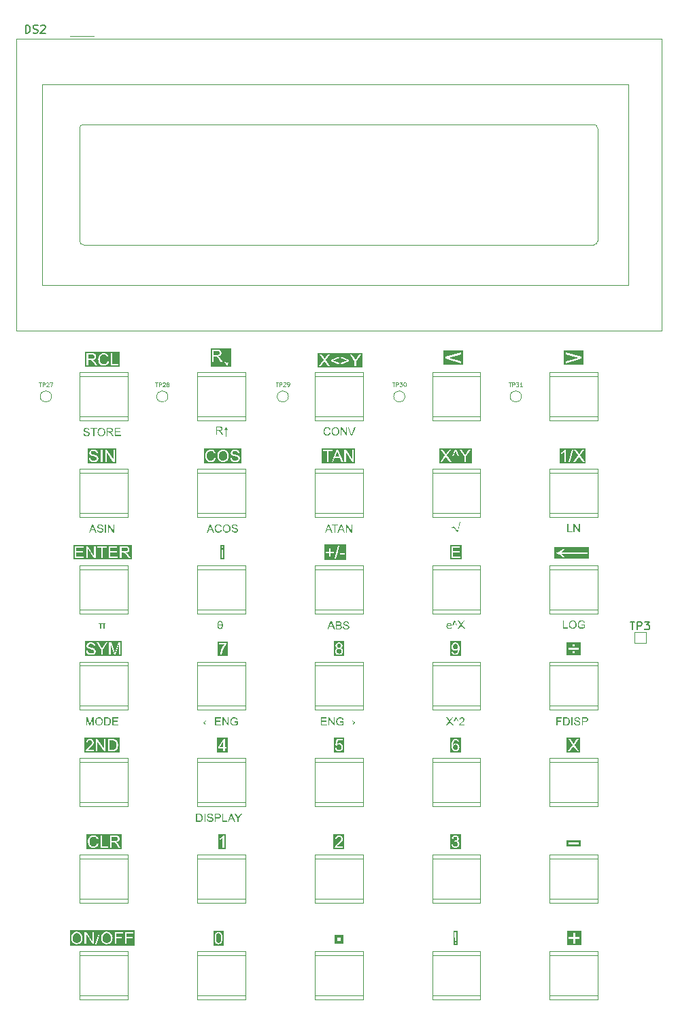
<source format=gbr>
%TF.GenerationSoftware,KiCad,Pcbnew,9.0.3*%
%TF.CreationDate,2025-09-20T21:36:46-05:00*%
%TF.ProjectId,RPNCalcProject,52504e43-616c-4635-9072-6f6a6563742e,rev?*%
%TF.SameCoordinates,Original*%
%TF.FileFunction,Legend,Top*%
%TF.FilePolarity,Positive*%
%FSLAX46Y46*%
G04 Gerber Fmt 4.6, Leading zero omitted, Abs format (unit mm)*
G04 Created by KiCad (PCBNEW 9.0.3) date 2025-09-20 21:36:46*
%MOMM*%
%LPD*%
G01*
G04 APERTURE LIST*
%ADD10C,0.150000*%
%ADD11C,0.125000*%
%ADD12C,0.100000*%
%ADD13C,0.120000*%
G04 APERTURE END LIST*
D10*
G36*
X157876291Y-120332424D02*
G01*
X157928253Y-120332424D01*
X157867742Y-120445508D01*
X157795019Y-120543510D01*
X158884586Y-120543510D01*
X158884586Y-120612509D01*
X157795019Y-120612509D01*
X157838480Y-120664464D01*
X157883567Y-120733692D01*
X157930268Y-120823596D01*
X157876962Y-120823596D01*
X157790343Y-120732555D01*
X157725288Y-120674364D01*
X157660118Y-120627562D01*
X157594190Y-120590649D01*
X157594190Y-120559875D01*
X157653128Y-120529275D01*
X157719853Y-120482694D01*
X157787540Y-120423553D01*
X157876291Y-120332424D01*
G37*
G36*
X159050855Y-120930819D02*
G01*
X159050855Y-119926492D01*
X159774973Y-119926492D01*
X159774973Y-120042752D01*
X159183417Y-120042752D01*
X159183417Y-120352451D01*
X159737421Y-120352451D01*
X159737421Y-120468711D01*
X159183417Y-120468711D01*
X159183417Y-120814559D01*
X159798238Y-120814559D01*
X159798238Y-120930819D01*
X159050855Y-120930819D01*
G37*
G36*
X159979771Y-120930819D02*
G01*
X159979771Y-119926492D01*
X160115753Y-119926492D01*
X160641730Y-120715030D01*
X160641730Y-119926492D01*
X160768798Y-119926492D01*
X160768798Y-120930819D01*
X160632876Y-120930819D01*
X160106838Y-120141609D01*
X160106838Y-120930819D01*
X159979771Y-120930819D01*
G37*
G36*
X161459944Y-120535145D02*
G01*
X161459944Y-120418885D01*
X161884194Y-120418214D01*
X161884194Y-120790135D01*
X161817031Y-120838589D01*
X161749939Y-120877371D01*
X161682632Y-120907188D01*
X161612565Y-120929063D01*
X161541693Y-120942099D01*
X161469530Y-120946450D01*
X161372724Y-120939211D01*
X161283788Y-120918049D01*
X161201352Y-120883252D01*
X161144346Y-120847821D01*
X161095436Y-120805836D01*
X161053894Y-120756967D01*
X161019330Y-120700559D01*
X160985533Y-120618878D01*
X160964913Y-120530292D01*
X160957842Y-120433418D01*
X160964743Y-120337379D01*
X160985127Y-120246776D01*
X161018963Y-120160538D01*
X161053675Y-120100123D01*
X161094394Y-120049223D01*
X161141289Y-120006839D01*
X161194879Y-119972349D01*
X161273529Y-119938758D01*
X161361089Y-119918041D01*
X161459272Y-119910860D01*
X161531024Y-119914940D01*
X161596198Y-119926750D01*
X161655643Y-119945848D01*
X161711482Y-119973133D01*
X161756894Y-120005644D01*
X161793274Y-120043362D01*
X161822675Y-120087090D01*
X161848122Y-120140848D01*
X161869173Y-120206333D01*
X161749616Y-120239123D01*
X161722967Y-120168130D01*
X161693562Y-120119261D01*
X161668979Y-120092936D01*
X161637485Y-120069657D01*
X161597941Y-120049468D01*
X161533354Y-120029966D01*
X161459944Y-120023212D01*
X161399822Y-120026553D01*
X161347832Y-120036011D01*
X161302835Y-120050934D01*
X161241869Y-120083782D01*
X161195917Y-120123840D01*
X161159679Y-120171407D01*
X161132719Y-120223003D01*
X161111675Y-120286084D01*
X161098862Y-120353145D01*
X161094495Y-120424869D01*
X161100143Y-120513413D01*
X161115931Y-120587462D01*
X161140596Y-120649390D01*
X161176348Y-120704861D01*
X161220800Y-120749174D01*
X161274808Y-120783479D01*
X161334853Y-120807819D01*
X161397017Y-120822367D01*
X161462020Y-120827260D01*
X161518754Y-120823611D01*
X161574603Y-120812660D01*
X161629998Y-120794226D01*
X161705744Y-120757985D01*
X161754379Y-120723701D01*
X161754379Y-120535145D01*
X161459944Y-120535145D01*
G37*
G36*
X175354603Y-100312614D02*
G01*
X172696413Y-100312614D01*
X172696413Y-100145947D01*
X173971424Y-100145947D01*
X174119984Y-100145947D01*
X174252796Y-99671139D01*
X174621262Y-99671139D01*
X175187936Y-99671139D01*
X175187936Y-99483560D01*
X174621262Y-99483560D01*
X174621262Y-99671139D01*
X174252796Y-99671139D01*
X174554492Y-98592562D01*
X174406939Y-98592562D01*
X173971424Y-100145947D01*
X172696413Y-100145947D01*
X172696413Y-99295982D01*
X172863080Y-99295982D01*
X172863080Y-99470371D01*
X173271943Y-99470371D01*
X173271943Y-99882165D01*
X173446149Y-99882165D01*
X173446149Y-99470371D01*
X173855011Y-99470371D01*
X173855011Y-99295982D01*
X173446149Y-99295982D01*
X173446149Y-98891516D01*
X173271943Y-98891516D01*
X173271943Y-99295982D01*
X172863080Y-99295982D01*
X172696413Y-99295982D01*
X172696413Y-98425895D01*
X175354603Y-98425895D01*
X175354603Y-100312614D01*
G37*
G36*
X205228203Y-88312614D02*
G01*
X201987219Y-88312614D01*
X201987219Y-88145947D01*
X203091870Y-88145947D01*
X203240431Y-88145947D01*
X203246990Y-88122500D01*
X203684373Y-88122500D01*
X203923059Y-88122500D01*
X204300140Y-87598873D01*
X204371947Y-87486216D01*
X204437526Y-87586600D01*
X204815614Y-88122500D01*
X205061536Y-88122500D01*
X204492847Y-87326115D01*
X205020503Y-86616010D01*
X204804349Y-86616010D01*
X204502006Y-87014614D01*
X204436775Y-87103723D01*
X204383213Y-87185706D01*
X204262221Y-87001333D01*
X203989738Y-86616010D01*
X203752975Y-86616010D01*
X204265335Y-87337381D01*
X203684373Y-88122500D01*
X203246990Y-88122500D01*
X203674939Y-86592562D01*
X203527386Y-86592562D01*
X203091870Y-88145947D01*
X201987219Y-88145947D01*
X201987219Y-86991167D01*
X202153886Y-86991167D01*
X202153886Y-87167021D01*
X202241492Y-87129154D01*
X202348059Y-87071492D01*
X202449321Y-87005160D01*
X202522723Y-86944089D01*
X202522723Y-88122500D01*
X202707188Y-88122500D01*
X202707188Y-86610148D01*
X202588303Y-86610148D01*
X202551542Y-86672365D01*
X202497988Y-86739732D01*
X202424355Y-86813114D01*
X202344094Y-86878432D01*
X202254210Y-86937796D01*
X202153886Y-86991167D01*
X201987219Y-86991167D01*
X201987219Y-86425895D01*
X205228203Y-86425895D01*
X205228203Y-88312614D01*
G37*
G36*
X189073981Y-110774267D02*
G01*
X189140950Y-110804598D01*
X189202142Y-110856803D01*
X189247800Y-110923276D01*
X189276425Y-111005432D01*
X189286680Y-111107579D01*
X189276555Y-111209823D01*
X189248515Y-111290658D01*
X189204157Y-111354783D01*
X189144313Y-111404235D01*
X189075141Y-111433771D01*
X188993681Y-111443993D01*
X188912691Y-111433884D01*
X188842350Y-111404428D01*
X188779999Y-111354783D01*
X188732615Y-111290661D01*
X188703634Y-111214497D01*
X188693445Y-111122875D01*
X188704247Y-111020393D01*
X188734869Y-110935329D01*
X188784578Y-110863947D01*
X188850491Y-110807416D01*
X188921089Y-110774902D01*
X188998810Y-110764021D01*
X189073981Y-110774267D01*
G37*
G36*
X189658328Y-112312614D02*
G01*
X188337185Y-112312614D01*
X188337185Y-111116097D01*
X188503852Y-111116097D01*
X188504395Y-111122875D01*
X188512601Y-111225229D01*
X188537528Y-111319220D01*
X188577564Y-111400725D01*
X188632903Y-111471745D01*
X188701815Y-111531302D01*
X188776412Y-111572943D01*
X188858014Y-111598058D01*
X188948526Y-111606659D01*
X189021571Y-111600528D01*
X189090410Y-111582364D01*
X189156072Y-111551979D01*
X189216098Y-111511245D01*
X189266166Y-111463783D01*
X189307197Y-111409188D01*
X189308204Y-111446191D01*
X189301280Y-111560389D01*
X189280544Y-111672421D01*
X189247736Y-111776579D01*
X189211851Y-111848734D01*
X189164972Y-111907586D01*
X189106887Y-111953056D01*
X189038775Y-111982009D01*
X188957777Y-111992074D01*
X188893677Y-111985383D01*
X188840111Y-111966373D01*
X188794836Y-111935471D01*
X188759296Y-111893527D01*
X188730208Y-111834377D01*
X188708741Y-111753204D01*
X188531512Y-111769782D01*
X188549361Y-111857712D01*
X188577977Y-111931936D01*
X188616703Y-111994603D01*
X188665693Y-112047303D01*
X188724072Y-112089575D01*
X188790463Y-112120213D01*
X188866351Y-112139274D01*
X188953655Y-112145947D01*
X189061448Y-112135674D01*
X189157126Y-112105867D01*
X189243175Y-112056737D01*
X189316881Y-111990196D01*
X189378850Y-111904598D01*
X189429105Y-111796618D01*
X189461586Y-111680826D01*
X189483514Y-111530311D01*
X189491661Y-111337564D01*
X189483193Y-111152020D01*
X189460889Y-111014251D01*
X189428647Y-110914322D01*
X189379106Y-110822787D01*
X189317804Y-110748450D01*
X189244182Y-110689191D01*
X189160327Y-110645237D01*
X189071544Y-110619016D01*
X188976187Y-110610148D01*
X188877234Y-110619173D01*
X188789327Y-110645329D01*
X188710288Y-110688299D01*
X188638582Y-110749183D01*
X188580764Y-110822432D01*
X188538978Y-110906502D01*
X188512977Y-111003468D01*
X188503852Y-111116097D01*
X188337185Y-111116097D01*
X188337185Y-110443481D01*
X189658328Y-110443481D01*
X189658328Y-112312614D01*
G37*
G36*
X147467668Y-112313923D02*
G01*
X142840270Y-112313923D01*
X142840270Y-111636178D01*
X143006937Y-111636178D01*
X143018167Y-111734796D01*
X143045673Y-111824756D01*
X143089460Y-111907745D01*
X143148019Y-111980739D01*
X143219525Y-112040403D01*
X143305615Y-112087538D01*
X143399418Y-112119340D01*
X143512171Y-112139878D01*
X143647341Y-112147256D01*
X143753331Y-112140408D01*
X143849356Y-112120566D01*
X143936861Y-112088363D01*
X144017499Y-112042722D01*
X144082593Y-111987834D01*
X144134056Y-111923316D01*
X144172575Y-111850148D01*
X144195203Y-111775194D01*
X144202750Y-111697177D01*
X144195572Y-111618447D01*
X144174675Y-111547728D01*
X144140193Y-111483404D01*
X144093220Y-111427362D01*
X144029709Y-111376237D01*
X143946569Y-111330080D01*
X143836647Y-111291015D01*
X143614094Y-111234276D01*
X143449748Y-111190774D01*
X143358395Y-111155314D01*
X143314408Y-111127115D01*
X143281916Y-111089018D01*
X143262625Y-111045221D01*
X143255973Y-110993849D01*
X143264873Y-110935453D01*
X143291536Y-110882979D01*
X143338405Y-110834389D01*
X143397440Y-110800368D01*
X143482219Y-110777143D01*
X143601271Y-110768261D01*
X143714721Y-110777669D01*
X143799813Y-110802936D01*
X143863038Y-110841259D01*
X143912576Y-110895511D01*
X143947487Y-110965993D01*
X143967086Y-111056956D01*
X144157687Y-111042576D01*
X144146993Y-110956566D01*
X144122386Y-110878185D01*
X144083864Y-110805996D01*
X144032387Y-110742771D01*
X143967631Y-110690162D01*
X143887676Y-110647727D01*
X143801035Y-110618526D01*
X143794587Y-110617319D01*
X144318338Y-110617319D01*
X144897285Y-111484869D01*
X144897285Y-112123809D01*
X145096037Y-112123809D01*
X145867509Y-112123809D01*
X146059117Y-112123809D01*
X146059117Y-110840709D01*
X146493534Y-112123809D01*
X146672869Y-112123809D01*
X147109392Y-110862233D01*
X147109392Y-112123809D01*
X147301001Y-112123809D01*
X147301001Y-110617319D01*
X147033555Y-110617319D01*
X146673877Y-111665945D01*
X146593918Y-111907562D01*
X146522202Y-111684446D01*
X146166645Y-110617319D01*
X145867509Y-110617319D01*
X145867509Y-112123809D01*
X145096037Y-112123809D01*
X145096037Y-111484869D01*
X145695501Y-110617319D01*
X145463959Y-110617319D01*
X145172974Y-111060345D01*
X145009026Y-111326600D01*
X144856344Y-111071702D01*
X144560138Y-110617319D01*
X144318338Y-110617319D01*
X143794587Y-110617319D01*
X143703423Y-110600255D01*
X143593120Y-110593871D01*
X143493036Y-110599829D01*
X143401525Y-110617136D01*
X143317430Y-110645254D01*
X143239669Y-110685918D01*
X143177502Y-110735998D01*
X143128844Y-110795830D01*
X143092769Y-110864182D01*
X143071488Y-110934847D01*
X143064364Y-111009054D01*
X143070353Y-111076700D01*
X143087929Y-111138803D01*
X143117121Y-111196541D01*
X143156877Y-111247731D01*
X143209637Y-111294437D01*
X143277497Y-111336766D01*
X143376935Y-111377592D01*
X143567474Y-111430830D01*
X143756037Y-111479178D01*
X143834920Y-111504287D01*
X143919451Y-111546931D01*
X143970108Y-111593221D01*
X144000733Y-111650130D01*
X144011141Y-111716961D01*
X144000606Y-111783824D01*
X143968551Y-111846013D01*
X143936763Y-111881262D01*
X143894257Y-111912290D01*
X143838950Y-111938978D01*
X143747753Y-111963966D01*
X143638182Y-111972866D01*
X143553724Y-111967577D01*
X143477221Y-111952261D01*
X143407556Y-111927437D01*
X143342812Y-111892367D01*
X143293227Y-111852640D01*
X143256431Y-111808277D01*
X143229028Y-111757158D01*
X143208116Y-111694989D01*
X143194515Y-111619691D01*
X143006937Y-111636178D01*
X142840270Y-111636178D01*
X142840270Y-110427204D01*
X147467668Y-110427204D01*
X147467668Y-112313923D01*
G37*
G36*
X159448812Y-74343863D02*
G01*
X159527705Y-74367656D01*
X159583522Y-74403078D01*
X159626597Y-74452873D01*
X159652122Y-74510089D01*
X159660916Y-74577192D01*
X159650973Y-74646667D01*
X159620983Y-74711098D01*
X159590754Y-74747978D01*
X159552274Y-74777771D01*
X159504204Y-74800766D01*
X159419649Y-74820739D01*
X159291072Y-74828701D01*
X158863799Y-74828701D01*
X158863799Y-74334842D01*
X159339248Y-74334842D01*
X159448812Y-74343863D01*
G37*
G36*
X161075512Y-76279017D02*
G01*
X158498288Y-76279017D01*
X158498288Y-74828701D01*
X158664955Y-74828701D01*
X158664955Y-75672805D01*
X158863799Y-75672805D01*
X158863799Y-74997229D01*
X159094334Y-74997229D01*
X159204976Y-75004464D01*
X159250042Y-75020026D01*
X159295651Y-75044948D01*
X159339553Y-75081283D01*
X159396584Y-75146705D01*
X159540016Y-75356266D01*
X159738860Y-75672805D01*
X159988812Y-75672805D01*
X159950008Y-75611347D01*
X160172086Y-75611347D01*
X160172086Y-75689199D01*
X160309555Y-75823308D01*
X160397950Y-75924863D01*
X160467530Y-76024781D01*
X160513263Y-76112350D01*
X160560432Y-76112350D01*
X160614998Y-76013485D01*
X160684904Y-75915612D01*
X160772259Y-75818093D01*
X160908845Y-75688192D01*
X160908845Y-75609240D01*
X160773898Y-75679218D01*
X160670065Y-75746503D01*
X160592214Y-75811107D01*
X160592214Y-74300770D01*
X160488716Y-74300770D01*
X160488716Y-75811107D01*
X160342171Y-75702480D01*
X160172086Y-75611347D01*
X159950008Y-75611347D01*
X159727595Y-75259088D01*
X159645303Y-75145336D01*
X159562547Y-75056855D01*
X159515734Y-75021601D01*
X159442746Y-74981200D01*
X159551300Y-74959418D01*
X159638483Y-74928304D01*
X159707883Y-74889168D01*
X159762399Y-74842531D01*
X159807613Y-74784927D01*
X159839650Y-74721838D01*
X159859171Y-74652132D01*
X159865897Y-74574261D01*
X159858837Y-74493786D01*
X159838028Y-74419117D01*
X159803340Y-74348947D01*
X159756262Y-74286974D01*
X159700939Y-74240052D01*
X159636370Y-74206615D01*
X159565138Y-74186092D01*
X159465818Y-74171775D01*
X159331005Y-74166315D01*
X158664955Y-74166315D01*
X158664955Y-74828701D01*
X158498288Y-74828701D01*
X158498288Y-73999648D01*
X161075512Y-73999648D01*
X161075512Y-76279017D01*
G37*
G36*
X175051320Y-148078333D02*
G01*
X173964618Y-148078333D01*
X173964618Y-147745000D01*
X174297951Y-147745000D01*
X174717987Y-147745000D01*
X174717987Y-147322948D01*
X174297951Y-147322948D01*
X174297951Y-147745000D01*
X173964618Y-147745000D01*
X173964618Y-146989615D01*
X175051320Y-146989615D01*
X175051320Y-148078333D01*
G37*
G36*
X189499996Y-95637121D02*
G01*
X189575833Y-95637121D01*
X189256089Y-96969710D01*
X188747850Y-96270198D01*
X188544976Y-96332725D01*
X188510171Y-96289738D01*
X188818558Y-96184225D01*
X189233557Y-96749708D01*
X189499996Y-95637121D01*
G37*
G36*
X188277509Y-108179001D02*
G01*
X188339759Y-108197732D01*
X188394913Y-108228339D01*
X188444165Y-108271542D01*
X188482926Y-108323336D01*
X188511624Y-108385534D01*
X188529897Y-108460218D01*
X188536427Y-108550040D01*
X188535695Y-108582829D01*
X187994697Y-108582829D01*
X188002190Y-108642332D01*
X188016387Y-108691410D01*
X188036508Y-108731808D01*
X188062291Y-108764912D01*
X188106167Y-108799985D01*
X188156074Y-108820862D01*
X188213966Y-108828049D01*
X188257909Y-108823938D01*
X188296015Y-108812131D01*
X188329432Y-108792878D01*
X188357660Y-108766443D01*
X188383013Y-108729761D01*
X188405269Y-108680526D01*
X188532336Y-108696219D01*
X188505792Y-108766537D01*
X188468729Y-108823483D01*
X188420962Y-108869143D01*
X188379096Y-108895245D01*
X188331261Y-108914400D01*
X188276417Y-108926412D01*
X188213294Y-108930631D01*
X188134828Y-108923980D01*
X188067921Y-108905078D01*
X188010450Y-108874723D01*
X187960869Y-108832629D01*
X187921589Y-108781215D01*
X187892604Y-108719701D01*
X187874197Y-108646071D01*
X187867629Y-108557733D01*
X187873273Y-108480247D01*
X188001536Y-108480247D01*
X188406612Y-108480247D01*
X188396840Y-108421274D01*
X188380971Y-108377291D01*
X188360145Y-108345059D01*
X188328348Y-108314252D01*
X188292931Y-108292689D01*
X188253137Y-108279605D01*
X188207799Y-108275083D01*
X188153602Y-108281473D01*
X188106714Y-108300003D01*
X188065405Y-108330954D01*
X188033242Y-108371375D01*
X188011869Y-108420415D01*
X188001536Y-108480247D01*
X187873273Y-108480247D01*
X187874299Y-108466156D01*
X187892964Y-108389980D01*
X187922288Y-108326506D01*
X187961907Y-108273618D01*
X188012247Y-108229589D01*
X188068857Y-108198332D01*
X188132997Y-108179164D01*
X188206455Y-108172501D01*
X188277509Y-108179001D01*
G37*
G36*
X188757345Y-108442145D02*
G01*
X188630949Y-108442145D01*
X188872078Y-107895041D01*
X188971180Y-107895041D01*
X189213652Y-108442145D01*
X189090004Y-108442145D01*
X188921293Y-108034443D01*
X188757345Y-108442145D01*
G37*
G36*
X189256761Y-108915000D02*
G01*
X189644069Y-108391587D01*
X189302495Y-107910673D01*
X189460337Y-107910673D01*
X189641993Y-108167555D01*
X189722654Y-108290471D01*
X189758362Y-108235815D01*
X189801850Y-108176409D01*
X190003411Y-107910673D01*
X190147514Y-107910673D01*
X189795744Y-108384077D01*
X190174869Y-108915000D01*
X190010921Y-108915000D01*
X189758863Y-108557733D01*
X189715143Y-108490811D01*
X189667272Y-108565915D01*
X189415885Y-108915000D01*
X189256761Y-108915000D01*
G37*
G36*
X173673726Y-96915000D02*
G01*
X173522723Y-96915000D01*
X173405914Y-96610184D01*
X172987160Y-96610184D01*
X172877189Y-96915000D01*
X172736444Y-96915000D01*
X172895082Y-96500764D01*
X173025445Y-96500764D01*
X173364942Y-96500764D01*
X173260406Y-96223487D01*
X173216727Y-96102490D01*
X173189393Y-96015881D01*
X173166439Y-96111495D01*
X173135415Y-96207123D01*
X173025445Y-96500764D01*
X172895082Y-96500764D01*
X173121066Y-95910673D01*
X173263826Y-95910673D01*
X173673726Y-96915000D01*
G37*
G36*
X173930731Y-96915000D02*
G01*
X173930731Y-96026933D01*
X173600759Y-96026933D01*
X173600759Y-95910673D01*
X174394548Y-95910673D01*
X174394548Y-96026933D01*
X174063233Y-96026933D01*
X174063233Y-96915000D01*
X173930731Y-96915000D01*
G37*
G36*
X175253489Y-96915000D02*
G01*
X175102486Y-96915000D01*
X174985677Y-96610184D01*
X174566922Y-96610184D01*
X174456952Y-96915000D01*
X174316207Y-96915000D01*
X174474845Y-96500764D01*
X174605208Y-96500764D01*
X174944705Y-96500764D01*
X174840169Y-96223487D01*
X174796490Y-96102490D01*
X174769156Y-96015881D01*
X174746202Y-96111495D01*
X174715178Y-96207123D01*
X174605208Y-96500764D01*
X174474845Y-96500764D01*
X174700829Y-95910673D01*
X174843589Y-95910673D01*
X175253489Y-96915000D01*
G37*
G36*
X175357842Y-96915000D02*
G01*
X175357842Y-95910673D01*
X175493824Y-95910673D01*
X176019801Y-96699211D01*
X176019801Y-95910673D01*
X176146868Y-95910673D01*
X176146868Y-96915000D01*
X176010947Y-96915000D01*
X175484909Y-96125790D01*
X175484909Y-96915000D01*
X175357842Y-96915000D01*
G37*
G36*
X160655214Y-112289167D02*
G01*
X159349458Y-112289167D01*
X159349458Y-110807984D01*
X159516125Y-110807984D01*
X160251876Y-110807984D01*
X160163420Y-110918844D01*
X160075088Y-111049968D01*
X159986994Y-111203658D01*
X159910221Y-111362651D01*
X159846597Y-111525022D01*
X159795844Y-111691197D01*
X159756496Y-111861741D01*
X159734268Y-112004233D01*
X159726235Y-112122500D01*
X159915737Y-112122500D01*
X159930879Y-111972916D01*
X159954628Y-111834923D01*
X159986445Y-111707592D01*
X160044405Y-111531131D01*
X160116818Y-111356974D01*
X160204157Y-111184699D01*
X160303890Y-111017901D01*
X160398600Y-110883465D01*
X160488547Y-110777027D01*
X160488547Y-110633595D01*
X159516125Y-110633595D01*
X159516125Y-110807984D01*
X159349458Y-110807984D01*
X159349458Y-110466928D01*
X160655214Y-110466928D01*
X160655214Y-112289167D01*
G37*
G36*
X159763004Y-107908834D02*
G01*
X159819309Y-107925536D01*
X159867998Y-107952536D01*
X159910358Y-107990334D01*
X159947000Y-108040429D01*
X159977804Y-108105189D01*
X160001939Y-108187697D01*
X160017940Y-108291625D01*
X160023798Y-108421136D01*
X160017943Y-108550426D01*
X160001952Y-108654187D01*
X159977828Y-108736572D01*
X159947036Y-108801244D01*
X159910402Y-108851280D01*
X159868044Y-108889040D01*
X159819349Y-108916017D01*
X159763029Y-108932708D01*
X159697246Y-108938564D01*
X159631463Y-108932708D01*
X159575143Y-108916017D01*
X159526448Y-108889040D01*
X159484090Y-108851280D01*
X159447456Y-108801244D01*
X159416663Y-108736572D01*
X159392540Y-108654187D01*
X159376548Y-108550426D01*
X159372933Y-108470595D01*
X159497760Y-108470595D01*
X159506164Y-108588238D01*
X159523778Y-108675390D01*
X159548100Y-108738419D01*
X159577523Y-108782696D01*
X159611535Y-108812352D01*
X159650837Y-108829916D01*
X159697246Y-108835982D01*
X159743855Y-108829902D01*
X159783278Y-108812309D01*
X159817347Y-108782625D01*
X159846770Y-108738333D01*
X159871037Y-108675310D01*
X159888530Y-108588187D01*
X159896731Y-108470595D01*
X159497760Y-108470595D01*
X159372933Y-108470595D01*
X159370693Y-108421136D01*
X159372919Y-108371921D01*
X159497760Y-108371921D01*
X159896731Y-108371921D01*
X159888648Y-108258806D01*
X159874426Y-108177200D01*
X159856130Y-108120236D01*
X159835243Y-108082004D01*
X159804941Y-108047553D01*
X159772109Y-108024138D01*
X159736132Y-108010276D01*
X159695902Y-108005556D01*
X159649938Y-108011605D01*
X159610967Y-108029134D01*
X159577191Y-108058775D01*
X159547928Y-108103102D01*
X159523707Y-108166290D01*
X159506149Y-108253757D01*
X159497760Y-108371921D01*
X159372919Y-108371921D01*
X159376551Y-108291625D01*
X159392552Y-108187697D01*
X159416687Y-108105189D01*
X159447491Y-108040429D01*
X159484133Y-107990334D01*
X159526493Y-107952536D01*
X159575183Y-107925536D01*
X159631488Y-107908834D01*
X159697246Y-107902974D01*
X159763004Y-107908834D01*
G37*
G36*
X174322649Y-86903735D02*
G01*
X174388167Y-87085231D01*
X174544971Y-87501146D01*
X174035725Y-87501146D01*
X174200680Y-87060684D01*
X174247216Y-86917243D01*
X174281647Y-86773821D01*
X174322649Y-86903735D01*
G37*
G36*
X176514883Y-88289167D02*
G01*
X172362385Y-88289167D01*
X172362385Y-86790399D01*
X172529052Y-86790399D01*
X173024010Y-86790399D01*
X173024010Y-88122500D01*
X173222763Y-88122500D01*
X173602224Y-88122500D01*
X173813342Y-88122500D01*
X173978297Y-87665277D01*
X174606429Y-87665277D01*
X174781643Y-88122500D01*
X175008147Y-88122500D01*
X175164676Y-88122500D01*
X175355277Y-88122500D01*
X175355277Y-86938685D01*
X176144335Y-88122500D01*
X176348216Y-88122500D01*
X176348216Y-86616010D01*
X176157615Y-86616010D01*
X176157615Y-87798817D01*
X175368650Y-86616010D01*
X175164676Y-86616010D01*
X175164676Y-88122500D01*
X175008147Y-88122500D01*
X174393296Y-86616010D01*
X174179157Y-86616010D01*
X173840181Y-87501146D01*
X173602224Y-88122500D01*
X173222763Y-88122500D01*
X173222763Y-86790399D01*
X173719736Y-86790399D01*
X173719736Y-86616010D01*
X172529052Y-86616010D01*
X172529052Y-86790399D01*
X172362385Y-86790399D01*
X172362385Y-86449343D01*
X176514883Y-86449343D01*
X176514883Y-88289167D01*
G37*
G36*
X201554850Y-120915000D02*
G01*
X201554850Y-119910673D01*
X202230425Y-119910673D01*
X202230425Y-120026933D01*
X201687351Y-120026933D01*
X201687351Y-120340540D01*
X202157336Y-120340540D01*
X202157336Y-120456800D01*
X201687351Y-120456800D01*
X201687351Y-120915000D01*
X201554850Y-120915000D01*
G37*
G36*
X202857698Y-119914864D02*
G01*
X202926090Y-119925083D01*
X202981625Y-119942270D01*
X203030298Y-119966260D01*
X203073002Y-119997013D01*
X203120942Y-120045395D01*
X203160348Y-120102222D01*
X203191460Y-120168593D01*
X203212782Y-120239288D01*
X203226127Y-120318466D01*
X203230783Y-120407341D01*
X203227591Y-120483382D01*
X203218495Y-120550668D01*
X203204099Y-120610184D01*
X203172564Y-120693349D01*
X203135773Y-120756425D01*
X203091133Y-120809165D01*
X203044609Y-120847527D01*
X202991392Y-120876123D01*
X202925052Y-120897903D01*
X202852294Y-120910462D01*
X202764218Y-120915000D01*
X202402861Y-120915000D01*
X202402861Y-120798740D01*
X202535363Y-120798740D01*
X202749197Y-120798740D01*
X202842781Y-120793449D01*
X202904597Y-120780177D01*
X202956491Y-120757028D01*
X202994417Y-120727787D01*
X203022522Y-120693886D01*
X203047067Y-120651728D01*
X203067812Y-120599926D01*
X203081818Y-120545770D01*
X203090881Y-120481417D01*
X203094129Y-120405265D01*
X203090247Y-120323827D01*
X203079589Y-120257671D01*
X203063396Y-120204343D01*
X203042533Y-120161693D01*
X203004016Y-120109302D01*
X202962397Y-120072070D01*
X202917236Y-120047632D01*
X202880629Y-120037319D01*
X202825434Y-120029857D01*
X202745778Y-120026933D01*
X202535363Y-120026933D01*
X202535363Y-120798740D01*
X202402861Y-120798740D01*
X202402861Y-119910673D01*
X202747793Y-119910673D01*
X202857698Y-119914864D01*
G37*
G36*
X203435581Y-120915000D02*
G01*
X203435581Y-119910673D01*
X203568082Y-119910673D01*
X203568082Y-120915000D01*
X203435581Y-120915000D01*
G37*
G36*
X203756760Y-120589912D02*
G01*
X203881812Y-120578921D01*
X203890879Y-120629120D01*
X203904821Y-120670566D01*
X203923089Y-120704645D01*
X203947620Y-120734220D01*
X203980677Y-120760705D01*
X204023840Y-120784085D01*
X204070283Y-120800635D01*
X204121285Y-120810845D01*
X204177590Y-120814371D01*
X204250637Y-120808438D01*
X204311435Y-120791779D01*
X204348307Y-120773987D01*
X204376644Y-120753302D01*
X204397836Y-120729802D01*
X204419206Y-120688343D01*
X204426230Y-120643768D01*
X204419291Y-120599214D01*
X204398874Y-120561275D01*
X204365103Y-120530414D01*
X204308749Y-120501985D01*
X204256160Y-120485246D01*
X204130452Y-120453014D01*
X204003425Y-120417522D01*
X203937133Y-120390305D01*
X203891893Y-120362085D01*
X203856720Y-120330948D01*
X203830216Y-120296821D01*
X203810755Y-120258329D01*
X203799037Y-120216927D01*
X203795045Y-120171830D01*
X203799794Y-120122358D01*
X203813981Y-120075248D01*
X203838032Y-120029680D01*
X203870470Y-119989793D01*
X203911915Y-119956406D01*
X203963756Y-119929296D01*
X204019819Y-119910551D01*
X204080826Y-119899013D01*
X204147549Y-119895041D01*
X204221084Y-119899297D01*
X204286159Y-119911478D01*
X204343920Y-119930945D01*
X204397223Y-119959235D01*
X204440393Y-119994308D01*
X204474712Y-120036458D01*
X204500393Y-120084584D01*
X204516798Y-120136838D01*
X204523927Y-120194178D01*
X204396859Y-120203764D01*
X204383794Y-120143122D01*
X204360519Y-120096135D01*
X204327494Y-120059966D01*
X204285344Y-120034418D01*
X204228616Y-120017573D01*
X204152983Y-120011301D01*
X204073615Y-120017223D01*
X204017095Y-120032706D01*
X203977739Y-120055387D01*
X203946493Y-120087780D01*
X203928717Y-120122762D01*
X203922784Y-120161693D01*
X203927219Y-120195941D01*
X203940079Y-120225139D01*
X203961741Y-120250537D01*
X203991066Y-120269337D01*
X204051967Y-120292977D01*
X204161531Y-120321978D01*
X204309900Y-120359804D01*
X204383182Y-120385847D01*
X204438608Y-120416619D01*
X204480949Y-120450702D01*
X204512264Y-120488063D01*
X204535252Y-120530946D01*
X204549183Y-120578092D01*
X204553969Y-120630579D01*
X204548938Y-120682590D01*
X204533852Y-120732559D01*
X204508173Y-120781338D01*
X204473864Y-120824350D01*
X204430468Y-120860942D01*
X204376709Y-120891369D01*
X204318373Y-120912838D01*
X204254356Y-120926066D01*
X204183696Y-120930631D01*
X204093583Y-120925712D01*
X204018414Y-120912021D01*
X203955879Y-120890819D01*
X203898486Y-120859396D01*
X203850815Y-120819620D01*
X203811776Y-120770957D01*
X203782584Y-120715631D01*
X203764247Y-120655658D01*
X203756760Y-120589912D01*
G37*
G36*
X205206476Y-119913442D02*
G01*
X205264960Y-119920198D01*
X205334388Y-119938636D01*
X205388607Y-119966910D01*
X205419138Y-119992378D01*
X205445847Y-120024250D01*
X205468841Y-120063386D01*
X205485597Y-120105627D01*
X205495776Y-120150852D01*
X205499249Y-120199673D01*
X205493963Y-120262158D01*
X205478615Y-120318204D01*
X205453445Y-120369008D01*
X205417978Y-120415462D01*
X205384809Y-120444133D01*
X205341370Y-120468032D01*
X205285410Y-120486716D01*
X205214127Y-120499130D01*
X205124276Y-120503695D01*
X204867393Y-120503695D01*
X204867393Y-120915000D01*
X204734892Y-120915000D01*
X204734892Y-120387435D01*
X204867393Y-120387435D01*
X205126291Y-120387435D01*
X205192584Y-120383635D01*
X205243032Y-120373474D01*
X205280842Y-120358418D01*
X205308679Y-120339319D01*
X205338033Y-120303915D01*
X205356173Y-120259623D01*
X205362657Y-120203764D01*
X205358938Y-120162561D01*
X205348265Y-120126779D01*
X205330905Y-120095382D01*
X205307287Y-120068554D01*
X205279607Y-120048905D01*
X205247191Y-120035847D01*
X205206681Y-120029721D01*
X205123543Y-120026933D01*
X204867393Y-120026933D01*
X204867393Y-120387435D01*
X204734892Y-120387435D01*
X204734892Y-119910673D01*
X205112613Y-119910673D01*
X205206476Y-119913442D01*
G37*
G36*
X204941656Y-76069591D02*
G01*
X202507305Y-76069591D01*
X202507305Y-74737529D01*
X202729527Y-74737529D01*
X204305443Y-75172648D01*
X202729527Y-75605080D01*
X202729527Y-75847369D01*
X204719434Y-75284633D01*
X204719434Y-75057976D01*
X202729527Y-74495240D01*
X202729527Y-74737529D01*
X202507305Y-74737529D01*
X202507305Y-74273018D01*
X204941656Y-74273018D01*
X204941656Y-76069591D01*
G37*
G36*
X143850278Y-74793558D02*
G01*
X143929171Y-74817351D01*
X143984988Y-74852773D01*
X144028063Y-74902568D01*
X144053588Y-74959784D01*
X144062382Y-75026887D01*
X144052439Y-75096362D01*
X144022449Y-75160793D01*
X143992220Y-75197673D01*
X143953740Y-75227466D01*
X143905670Y-75250461D01*
X143821115Y-75270434D01*
X143692538Y-75278396D01*
X143265265Y-75278396D01*
X143265265Y-74784537D01*
X143740714Y-74784537D01*
X143850278Y-74793558D01*
G37*
G36*
X147191013Y-76312614D02*
G01*
X142899754Y-76312614D01*
X142899754Y-75278396D01*
X143066421Y-75278396D01*
X143066421Y-76122500D01*
X143265265Y-76122500D01*
X143265265Y-75446924D01*
X143495800Y-75446924D01*
X143606442Y-75454159D01*
X143651508Y-75469721D01*
X143697117Y-75494643D01*
X143741019Y-75530978D01*
X143798050Y-75596400D01*
X143941482Y-75805961D01*
X144140326Y-76122500D01*
X144390278Y-76122500D01*
X144129061Y-75708783D01*
X144046769Y-75595031D01*
X143964013Y-75506550D01*
X143917200Y-75471296D01*
X143844212Y-75430895D01*
X143952766Y-75409113D01*
X144039949Y-75377999D01*
X144075433Y-75357989D01*
X144521254Y-75357989D01*
X144530260Y-75499772D01*
X144556809Y-75633573D01*
X144600663Y-75760715D01*
X144646235Y-75851153D01*
X144699928Y-75928121D01*
X144761763Y-75993098D01*
X144832205Y-76047120D01*
X144909566Y-76088464D01*
X144999697Y-76119351D01*
X145104749Y-76138987D01*
X145227237Y-76145947D01*
X145343380Y-76137431D01*
X145406337Y-76122500D01*
X146085721Y-76122500D01*
X147024346Y-76122500D01*
X147024346Y-75948110D01*
X146284565Y-75948110D01*
X146284565Y-74616010D01*
X146085721Y-74616010D01*
X146085721Y-76122500D01*
X145406337Y-76122500D01*
X145446992Y-76112858D01*
X145540092Y-76073006D01*
X145624285Y-76017719D01*
X145697151Y-75948729D01*
X145758918Y-75865080D01*
X145809800Y-75764769D01*
X145849232Y-75645127D01*
X145650480Y-75594935D01*
X145623613Y-75688569D01*
X145588185Y-75765952D01*
X145544862Y-75829497D01*
X145493676Y-75881065D01*
X145433365Y-75922781D01*
X145366943Y-75952692D01*
X145293261Y-75971065D01*
X145210843Y-75977419D01*
X145121266Y-75969506D01*
X145036658Y-75946005D01*
X144955670Y-75906528D01*
X144884988Y-75852166D01*
X144827308Y-75781656D01*
X144782013Y-75692388D01*
X144751937Y-75595274D01*
X144732927Y-75484153D01*
X144726234Y-75356890D01*
X144731486Y-75258375D01*
X144747161Y-75162172D01*
X144773312Y-75067737D01*
X144812869Y-74979840D01*
X144867034Y-74905980D01*
X144936711Y-74844346D01*
X145017992Y-74799163D01*
X145113393Y-74771018D01*
X145226230Y-74761090D01*
X145324234Y-74769982D01*
X145406563Y-74795148D01*
X145476274Y-74835553D01*
X145534380Y-74891479D01*
X145585141Y-74969027D01*
X145627948Y-75073232D01*
X145823587Y-75027070D01*
X145786326Y-74926959D01*
X145738230Y-74841305D01*
X145679443Y-74768279D01*
X145609447Y-74706593D01*
X145530228Y-74657761D01*
X145441756Y-74622266D01*
X145342446Y-74600232D01*
X145230352Y-74592562D01*
X145100199Y-74602855D01*
X144979393Y-74633113D01*
X144866094Y-74683237D01*
X144788228Y-74733718D01*
X144720184Y-74794272D01*
X144661195Y-74865556D01*
X144610921Y-74948668D01*
X144562216Y-75068192D01*
X144531862Y-75203660D01*
X144521254Y-75357989D01*
X144075433Y-75357989D01*
X144109349Y-75338863D01*
X144163865Y-75292226D01*
X144209079Y-75234622D01*
X144241116Y-75171533D01*
X144260637Y-75101827D01*
X144267363Y-75023956D01*
X144260303Y-74943481D01*
X144239494Y-74868812D01*
X144204806Y-74798642D01*
X144157728Y-74736669D01*
X144102405Y-74689747D01*
X144037836Y-74656310D01*
X143966604Y-74635787D01*
X143867284Y-74621470D01*
X143732471Y-74616010D01*
X143066421Y-74616010D01*
X143066421Y-75278396D01*
X142899754Y-75278396D01*
X142899754Y-74425895D01*
X147191013Y-74425895D01*
X147191013Y-76312614D01*
G37*
G36*
X189655214Y-136312614D02*
G01*
X188338192Y-136312614D01*
X188338192Y-135724994D01*
X188504859Y-135724994D01*
X188521610Y-135815686D01*
X188552015Y-135895435D01*
X188595874Y-135966029D01*
X188653969Y-136028710D01*
X188722408Y-136079363D01*
X188798869Y-136115731D01*
X188884871Y-136138154D01*
X188982415Y-136145947D01*
X189090167Y-136136911D01*
X189185090Y-136110885D01*
X189269501Y-136068547D01*
X189345116Y-136009293D01*
X189408505Y-135936280D01*
X189452765Y-135857418D01*
X189479426Y-135771324D01*
X189488547Y-135675993D01*
X189479776Y-135581564D01*
X189454874Y-135501837D01*
X189414725Y-135433918D01*
X189359911Y-135377483D01*
X189291816Y-135335078D01*
X189207821Y-135306423D01*
X189272314Y-135270075D01*
X189323268Y-135227685D01*
X189362518Y-135179112D01*
X189391570Y-135123757D01*
X189408933Y-135064899D01*
X189414816Y-135001425D01*
X189408764Y-134934461D01*
X189390648Y-134870094D01*
X189359953Y-134807343D01*
X189318569Y-134751292D01*
X189266267Y-134703358D01*
X189201684Y-134663087D01*
X189131046Y-134633846D01*
X189055889Y-134616163D01*
X188975179Y-134610148D01*
X188887136Y-134616926D01*
X188809165Y-134636449D01*
X188739573Y-134668100D01*
X188677050Y-134712089D01*
X188623815Y-134766622D01*
X188580464Y-134831589D01*
X188546806Y-134908503D01*
X188523361Y-134999410D01*
X188707733Y-135032199D01*
X188728633Y-134945786D01*
X188759744Y-134880148D01*
X188799966Y-134831065D01*
X188851184Y-134794130D01*
X188910210Y-134771785D01*
X188979301Y-134764021D01*
X189049021Y-134771823D01*
X189107248Y-134794064D01*
X189156530Y-134830516D01*
X189194567Y-134878509D01*
X189217342Y-134933722D01*
X189225223Y-134998402D01*
X189218825Y-135060494D01*
X189200816Y-135111293D01*
X189171818Y-135153215D01*
X189130884Y-135187721D01*
X189065752Y-135221687D01*
X188995541Y-135242122D01*
X188918851Y-135249087D01*
X188889084Y-135246980D01*
X188868659Y-135408822D01*
X188943809Y-135392867D01*
X188998810Y-135388306D01*
X189080778Y-135397840D01*
X189150162Y-135425228D01*
X189209836Y-135470554D01*
X189255638Y-135529801D01*
X189283230Y-135598493D01*
X189292817Y-135679474D01*
X189282585Y-135764306D01*
X189252888Y-135837633D01*
X189203149Y-135902223D01*
X189138828Y-135952196D01*
X189066469Y-135981887D01*
X188983422Y-135992074D01*
X188912952Y-135984231D01*
X188851640Y-135961508D01*
X188797401Y-135923747D01*
X188754467Y-135873158D01*
X188717984Y-135800779D01*
X188689324Y-135700448D01*
X188504859Y-135724994D01*
X188338192Y-135724994D01*
X188338192Y-134443481D01*
X189655214Y-134443481D01*
X189655214Y-136312614D01*
G37*
G36*
X177399722Y-76411667D02*
G01*
X171842583Y-76411667D01*
X171842583Y-76245000D01*
X172009250Y-76245000D01*
X172247937Y-76245000D01*
X172625017Y-75721373D01*
X172696824Y-75608716D01*
X172762404Y-75709100D01*
X173140491Y-76245000D01*
X173386413Y-76245000D01*
X172817725Y-75448615D01*
X172840116Y-75418482D01*
X173514275Y-75418482D01*
X173514275Y-75588475D01*
X174509228Y-76010526D01*
X174509228Y-75828810D01*
X173720263Y-75504486D01*
X174509228Y-75178147D01*
X174739397Y-75178147D01*
X175527355Y-75504486D01*
X174739397Y-75828810D01*
X174739397Y-76010526D01*
X175734351Y-75588475D01*
X175734351Y-75418482D01*
X174739397Y-74996430D01*
X174739397Y-75178147D01*
X174509228Y-75178147D01*
X174509228Y-74996430D01*
X173514275Y-75418482D01*
X172840116Y-75418482D01*
X173345381Y-74738510D01*
X175855892Y-74738510D01*
X176434839Y-75606060D01*
X176434839Y-76245000D01*
X176633592Y-76245000D01*
X176633592Y-75606060D01*
X177233055Y-74738510D01*
X177001513Y-74738510D01*
X176710528Y-75181536D01*
X176546580Y-75447791D01*
X176393898Y-75192893D01*
X176097692Y-74738510D01*
X175855892Y-74738510D01*
X173345381Y-74738510D01*
X173129226Y-74738510D01*
X172826884Y-75137114D01*
X172761652Y-75226223D01*
X172708090Y-75308206D01*
X172587098Y-75123833D01*
X172314615Y-74738510D01*
X172077852Y-74738510D01*
X172590212Y-75459881D01*
X172009250Y-76245000D01*
X171842583Y-76245000D01*
X171842583Y-74571843D01*
X177399722Y-74571843D01*
X177399722Y-76411667D01*
G37*
G36*
X160095072Y-123594935D02*
G01*
X159624752Y-123594935D01*
X160095072Y-122917894D01*
X160095072Y-123594935D01*
G37*
G36*
X160649078Y-124289167D02*
G01*
X159276735Y-124289167D01*
X159276735Y-123594935D01*
X159443402Y-123594935D01*
X159443402Y-123763463D01*
X160095072Y-123763463D01*
X160095072Y-124122500D01*
X160279536Y-124122500D01*
X160279536Y-123763463D01*
X160482411Y-123763463D01*
X160482411Y-123594935D01*
X160279536Y-123594935D01*
X160279536Y-122621871D01*
X160128869Y-122621871D01*
X159443402Y-123594935D01*
X159276735Y-123594935D01*
X159276735Y-122455204D01*
X160649078Y-122455204D01*
X160649078Y-124289167D01*
G37*
G36*
X159718707Y-83740590D02*
G01*
X159784920Y-83750135D01*
X159832408Y-83763817D01*
X159875454Y-83786108D01*
X159912336Y-83817390D01*
X159943721Y-83858705D01*
X159966847Y-83905485D01*
X159980719Y-83955264D01*
X159985426Y-84008914D01*
X159980942Y-84060828D01*
X159967928Y-84107299D01*
X159946570Y-84149358D01*
X159916427Y-84187761D01*
X159880083Y-84218852D01*
X159833817Y-84244943D01*
X159775695Y-84265685D01*
X159703325Y-84280207D01*
X159751984Y-84307141D01*
X159783193Y-84330643D01*
X159838363Y-84389631D01*
X159893224Y-84465465D01*
X160067369Y-84741277D01*
X159900735Y-84741277D01*
X159768172Y-84530251D01*
X159672551Y-84390544D01*
X159634530Y-84346929D01*
X159605262Y-84322705D01*
X159574856Y-84306091D01*
X159544812Y-84295716D01*
X159471050Y-84290893D01*
X159317361Y-84290893D01*
X159317361Y-84741277D01*
X159184798Y-84741277D01*
X159184798Y-84178541D01*
X159317361Y-84178541D01*
X159602209Y-84178541D01*
X159687927Y-84173233D01*
X159744297Y-84159917D01*
X159776344Y-84144588D01*
X159801997Y-84124726D01*
X159822150Y-84100139D01*
X159842143Y-84057185D01*
X159848772Y-84010868D01*
X159842909Y-83966133D01*
X159825893Y-83927989D01*
X159797176Y-83894792D01*
X159759964Y-83871178D01*
X159707369Y-83855315D01*
X159634327Y-83849302D01*
X159317361Y-83849302D01*
X159317361Y-84178541D01*
X159184798Y-84178541D01*
X159184798Y-83736950D01*
X159628831Y-83736950D01*
X159718707Y-83740590D01*
G37*
G36*
X160189552Y-84108688D02*
G01*
X160281198Y-84019282D01*
X160340128Y-83951578D01*
X160386514Y-83884966D01*
X160417003Y-83826587D01*
X160448449Y-83826587D01*
X160484826Y-83892497D01*
X160531431Y-83957745D01*
X160589665Y-84022770D01*
X160680724Y-84109420D01*
X160680724Y-84161994D01*
X160590760Y-84115342D01*
X160521538Y-84070485D01*
X160469637Y-84027416D01*
X160469637Y-85034307D01*
X160400639Y-85034307D01*
X160400639Y-84027416D01*
X160302575Y-84099834D01*
X160189552Y-84160650D01*
X160189552Y-84108688D01*
G37*
G36*
X146760352Y-134793558D02*
G01*
X146839245Y-134817351D01*
X146895062Y-134852773D01*
X146938137Y-134902568D01*
X146963663Y-134959784D01*
X146972457Y-135026887D01*
X146962513Y-135096362D01*
X146932523Y-135160793D01*
X146902294Y-135197673D01*
X146863815Y-135227466D01*
X146815744Y-135250461D01*
X146731190Y-135270434D01*
X146602612Y-135278396D01*
X146175340Y-135278396D01*
X146175340Y-134784537D01*
X146650789Y-134784537D01*
X146760352Y-134793558D01*
G37*
G36*
X147467020Y-136312614D02*
G01*
X143067592Y-136312614D01*
X143067592Y-135357989D01*
X143234259Y-135357989D01*
X143243265Y-135499772D01*
X143269815Y-135633573D01*
X143313668Y-135760715D01*
X143359240Y-135851153D01*
X143412933Y-135928121D01*
X143474769Y-135993098D01*
X143545211Y-136047120D01*
X143622572Y-136088464D01*
X143712702Y-136119351D01*
X143817754Y-136138987D01*
X143940243Y-136145947D01*
X144056386Y-136137431D01*
X144119342Y-136122500D01*
X144798726Y-136122500D01*
X145737351Y-136122500D01*
X145737351Y-135948110D01*
X144997570Y-135948110D01*
X144997570Y-135278396D01*
X145976495Y-135278396D01*
X145976495Y-136122500D01*
X146175340Y-136122500D01*
X146175340Y-135446924D01*
X146405874Y-135446924D01*
X146516516Y-135454159D01*
X146561582Y-135469721D01*
X146607192Y-135494643D01*
X146651094Y-135530978D01*
X146708125Y-135596400D01*
X146851557Y-135805961D01*
X147050401Y-136122500D01*
X147300353Y-136122500D01*
X147039135Y-135708783D01*
X146956843Y-135595031D01*
X146874088Y-135506550D01*
X146827274Y-135471296D01*
X146754287Y-135430895D01*
X146862841Y-135409113D01*
X146950024Y-135377999D01*
X147019424Y-135338863D01*
X147073940Y-135292226D01*
X147119154Y-135234622D01*
X147151190Y-135171533D01*
X147170711Y-135101827D01*
X147177438Y-135023956D01*
X147170377Y-134943481D01*
X147149569Y-134868812D01*
X147114881Y-134798642D01*
X147067803Y-134736669D01*
X147012479Y-134689747D01*
X146947910Y-134656310D01*
X146876679Y-134635787D01*
X146777358Y-134621470D01*
X146642546Y-134616010D01*
X145976495Y-134616010D01*
X145976495Y-135278396D01*
X144997570Y-135278396D01*
X144997570Y-134616010D01*
X144798726Y-134616010D01*
X144798726Y-136122500D01*
X144119342Y-136122500D01*
X144159997Y-136112858D01*
X144253097Y-136073006D01*
X144337290Y-136017719D01*
X144410156Y-135948729D01*
X144471923Y-135865080D01*
X144522805Y-135764769D01*
X144562238Y-135645127D01*
X144363485Y-135594935D01*
X144336619Y-135688569D01*
X144301190Y-135765952D01*
X144257868Y-135829497D01*
X144206681Y-135881065D01*
X144146370Y-135922781D01*
X144079948Y-135952692D01*
X144006266Y-135971065D01*
X143923848Y-135977419D01*
X143834272Y-135969506D01*
X143749663Y-135946005D01*
X143668675Y-135906528D01*
X143597994Y-135852166D01*
X143540313Y-135781656D01*
X143495019Y-135692388D01*
X143464942Y-135595274D01*
X143445932Y-135484153D01*
X143439240Y-135356890D01*
X143444492Y-135258375D01*
X143460167Y-135162172D01*
X143486318Y-135067737D01*
X143525874Y-134979840D01*
X143580040Y-134905980D01*
X143649716Y-134844346D01*
X143730997Y-134799163D01*
X143826399Y-134771018D01*
X143939235Y-134761090D01*
X144037239Y-134769982D01*
X144119569Y-134795148D01*
X144189279Y-134835553D01*
X144247386Y-134891479D01*
X144298147Y-134969027D01*
X144340954Y-135073232D01*
X144536592Y-135027070D01*
X144499332Y-134926959D01*
X144451236Y-134841305D01*
X144392448Y-134768279D01*
X144322452Y-134706593D01*
X144243234Y-134657761D01*
X144154762Y-134622266D01*
X144055452Y-134600232D01*
X143943357Y-134592562D01*
X143813204Y-134602855D01*
X143692398Y-134633113D01*
X143579099Y-134683237D01*
X143501234Y-134733718D01*
X143433190Y-134794272D01*
X143374201Y-134865556D01*
X143323927Y-134948668D01*
X143275221Y-135068192D01*
X143244868Y-135203660D01*
X143234259Y-135357989D01*
X143067592Y-135357989D01*
X143067592Y-134425895D01*
X147467020Y-134425895D01*
X147467020Y-136312614D01*
G37*
G36*
X189753949Y-100289167D02*
G01*
X188299541Y-100289167D01*
X188299541Y-100122500D01*
X188466208Y-100122500D01*
X189587282Y-100122500D01*
X189587282Y-99948110D01*
X188665052Y-99948110D01*
X188665052Y-99429338D01*
X189496057Y-99429338D01*
X189496057Y-99254949D01*
X188665052Y-99254949D01*
X188665052Y-98790399D01*
X189552386Y-98790399D01*
X189552386Y-98616010D01*
X188466208Y-98616010D01*
X188466208Y-100122500D01*
X188299541Y-100122500D01*
X188299541Y-98449343D01*
X189753949Y-98449343D01*
X189753949Y-100289167D01*
G37*
G36*
X141954587Y-146769677D02*
G01*
X142043347Y-146794860D01*
X142125689Y-146836653D01*
X142198376Y-146893343D01*
X142258587Y-146963651D01*
X142307039Y-147049327D01*
X142340602Y-147142684D01*
X142361661Y-147248945D01*
X142369046Y-147370262D01*
X142358707Y-147516079D01*
X142329861Y-147636731D01*
X142284733Y-147736621D01*
X142224058Y-147819241D01*
X142146422Y-147888573D01*
X142060293Y-147937412D01*
X141963902Y-147967143D01*
X141854671Y-147977419D01*
X141747553Y-147967314D01*
X141652273Y-147937978D01*
X141566413Y-147889623D01*
X141488307Y-147820799D01*
X141426498Y-147738691D01*
X141381123Y-147641875D01*
X141352477Y-147527495D01*
X141342311Y-147391878D01*
X141349892Y-147249751D01*
X141370752Y-147134195D01*
X141402615Y-147040839D01*
X141444023Y-146965925D01*
X141494443Y-146906445D01*
X141574947Y-146842385D01*
X141661307Y-146797453D01*
X141754916Y-146770349D01*
X141857694Y-146761090D01*
X141954587Y-146769677D01*
G37*
G36*
X145685640Y-146769677D02*
G01*
X145774401Y-146794860D01*
X145856743Y-146836653D01*
X145929430Y-146893343D01*
X145989641Y-146963651D01*
X146038093Y-147049327D01*
X146071656Y-147142684D01*
X146092715Y-147248945D01*
X146100100Y-147370262D01*
X146089761Y-147516079D01*
X146060915Y-147636731D01*
X146015787Y-147736621D01*
X145955112Y-147819241D01*
X145877476Y-147888573D01*
X145791347Y-147937412D01*
X145694956Y-147967143D01*
X145585725Y-147977419D01*
X145478607Y-147967314D01*
X145383327Y-147937978D01*
X145297467Y-147889623D01*
X145219361Y-147820799D01*
X145157552Y-147738691D01*
X145112176Y-147641875D01*
X145083530Y-147527495D01*
X145073364Y-147391878D01*
X145080945Y-147249751D01*
X145101806Y-147134195D01*
X145133669Y-147040839D01*
X145175077Y-146965925D01*
X145225497Y-146906445D01*
X145306001Y-146842385D01*
X145392361Y-146797453D01*
X145485970Y-146770349D01*
X145588747Y-146761090D01*
X145685640Y-146769677D01*
G37*
G36*
X149034008Y-148312614D02*
G01*
X140970754Y-148312614D01*
X140970754Y-147389221D01*
X141137421Y-147389221D01*
X141137618Y-147391878D01*
X141147024Y-147519021D01*
X141175599Y-147643492D01*
X141223425Y-147764012D01*
X141271844Y-147848381D01*
X141329826Y-147922560D01*
X141397774Y-147987441D01*
X141476492Y-148043548D01*
X141561941Y-148087960D01*
X141652954Y-148119841D01*
X141750489Y-148139297D01*
X141855679Y-148145947D01*
X144183740Y-148145947D01*
X144332301Y-148145947D01*
X144543970Y-147389221D01*
X144868475Y-147389221D01*
X144868672Y-147391878D01*
X144878078Y-147519021D01*
X144906653Y-147643492D01*
X144954479Y-147764012D01*
X145002898Y-147848381D01*
X145060880Y-147922560D01*
X145128828Y-147987441D01*
X145207545Y-148043548D01*
X145292995Y-148087960D01*
X145384008Y-148119841D01*
X145481543Y-148139297D01*
X145586732Y-148145947D01*
X145714845Y-148135551D01*
X145766119Y-148122500D01*
X146571703Y-148122500D01*
X146770455Y-148122500D01*
X147853978Y-148122500D01*
X148052730Y-148122500D01*
X148052730Y-147435200D01*
X148757707Y-147435200D01*
X148757707Y-147260811D01*
X148052730Y-147260811D01*
X148052730Y-146790399D01*
X148867341Y-146790399D01*
X148867341Y-146616010D01*
X147853978Y-146616010D01*
X147853978Y-148122500D01*
X146770455Y-148122500D01*
X146770455Y-147435200D01*
X147475432Y-147435200D01*
X147475432Y-147260811D01*
X146770455Y-147260811D01*
X146770455Y-146790399D01*
X147585066Y-146790399D01*
X147585066Y-146616010D01*
X146571703Y-146616010D01*
X146571703Y-148122500D01*
X145766119Y-148122500D01*
X145835882Y-148104743D01*
X145951540Y-148053257D01*
X146031005Y-148001647D01*
X146100596Y-147939519D01*
X146161073Y-147866162D01*
X146212757Y-147780407D01*
X146263266Y-147657219D01*
X146294288Y-147521794D01*
X146304989Y-147371819D01*
X146294793Y-147223672D01*
X146265275Y-147090115D01*
X146217337Y-146968910D01*
X146168124Y-146884285D01*
X146109598Y-146810495D01*
X146041389Y-146746572D01*
X145962714Y-146691939D01*
X145877390Y-146648767D01*
X145787064Y-146617827D01*
X145690858Y-146598986D01*
X145587740Y-146592562D01*
X145461733Y-146601551D01*
X145348717Y-146627534D01*
X145246646Y-146669710D01*
X145153874Y-146728202D01*
X145069243Y-146804046D01*
X144999518Y-146891253D01*
X144944251Y-146991242D01*
X144903342Y-147105887D01*
X144877553Y-147237598D01*
X144868475Y-147389221D01*
X144543970Y-147389221D01*
X144766809Y-146592562D01*
X144619256Y-146592562D01*
X144183740Y-148145947D01*
X141855679Y-148145947D01*
X141983791Y-148135551D01*
X142035066Y-148122500D01*
X142828284Y-148122500D01*
X143018885Y-148122500D01*
X143018885Y-146938685D01*
X143807942Y-148122500D01*
X144011824Y-148122500D01*
X144011824Y-146616010D01*
X143821223Y-146616010D01*
X143821223Y-147798817D01*
X143032257Y-146616010D01*
X142828284Y-146616010D01*
X142828284Y-148122500D01*
X142035066Y-148122500D01*
X142104829Y-148104743D01*
X142220486Y-148053257D01*
X142299951Y-148001647D01*
X142369542Y-147939519D01*
X142430019Y-147866162D01*
X142481704Y-147780407D01*
X142532212Y-147657219D01*
X142563234Y-147521794D01*
X142573936Y-147371819D01*
X142563739Y-147223672D01*
X142534222Y-147090115D01*
X142486283Y-146968910D01*
X142437070Y-146884285D01*
X142378544Y-146810495D01*
X142310335Y-146746572D01*
X142231660Y-146691939D01*
X142146336Y-146648767D01*
X142056011Y-146617827D01*
X141959805Y-146598986D01*
X141856686Y-146592562D01*
X141730679Y-146601551D01*
X141617663Y-146627534D01*
X141515592Y-146669710D01*
X141422820Y-146728202D01*
X141338189Y-146804046D01*
X141268464Y-146891253D01*
X141213197Y-146991242D01*
X141172288Y-147105887D01*
X141146500Y-147237598D01*
X141137421Y-147389221D01*
X140970754Y-147389221D01*
X140970754Y-146425895D01*
X149034008Y-146425895D01*
X149034008Y-148312614D01*
G37*
G36*
X157160211Y-131914864D02*
G01*
X157228603Y-131925083D01*
X157284138Y-131942270D01*
X157332811Y-131966260D01*
X157375515Y-131997013D01*
X157423455Y-132045395D01*
X157462861Y-132102222D01*
X157493973Y-132168593D01*
X157515295Y-132239288D01*
X157528640Y-132318466D01*
X157533296Y-132407341D01*
X157530104Y-132483382D01*
X157521008Y-132550668D01*
X157506612Y-132610184D01*
X157475077Y-132693349D01*
X157438286Y-132756425D01*
X157393646Y-132809165D01*
X157347122Y-132847527D01*
X157293905Y-132876123D01*
X157227565Y-132897903D01*
X157154807Y-132910462D01*
X157066731Y-132915000D01*
X156705374Y-132915000D01*
X156705374Y-132798740D01*
X156837876Y-132798740D01*
X157051710Y-132798740D01*
X157145294Y-132793449D01*
X157207110Y-132780177D01*
X157259004Y-132757028D01*
X157296930Y-132727787D01*
X157325035Y-132693886D01*
X157349580Y-132651728D01*
X157370325Y-132599926D01*
X157384331Y-132545770D01*
X157393394Y-132481417D01*
X157396642Y-132405265D01*
X157392760Y-132323827D01*
X157382102Y-132257671D01*
X157365909Y-132204343D01*
X157345046Y-132161693D01*
X157306529Y-132109302D01*
X157264910Y-132072070D01*
X157219749Y-132047632D01*
X157183142Y-132037319D01*
X157127947Y-132029857D01*
X157048291Y-132026933D01*
X156837876Y-132026933D01*
X156837876Y-132798740D01*
X156705374Y-132798740D01*
X156705374Y-131910673D01*
X157050306Y-131910673D01*
X157160211Y-131914864D01*
G37*
G36*
X157738094Y-132915000D02*
G01*
X157738094Y-131910673D01*
X157870595Y-131910673D01*
X157870595Y-132915000D01*
X157738094Y-132915000D01*
G37*
G36*
X158059273Y-132589912D02*
G01*
X158184325Y-132578921D01*
X158193392Y-132629120D01*
X158207334Y-132670566D01*
X158225602Y-132704645D01*
X158250133Y-132734220D01*
X158283190Y-132760705D01*
X158326353Y-132784085D01*
X158372796Y-132800635D01*
X158423798Y-132810845D01*
X158480103Y-132814371D01*
X158553151Y-132808438D01*
X158613949Y-132791779D01*
X158650820Y-132773987D01*
X158679157Y-132753302D01*
X158700349Y-132729802D01*
X158721719Y-132688343D01*
X158728743Y-132643768D01*
X158721804Y-132599214D01*
X158701387Y-132561275D01*
X158667616Y-132530414D01*
X158611262Y-132501985D01*
X158558673Y-132485246D01*
X158432965Y-132453014D01*
X158305938Y-132417522D01*
X158239646Y-132390305D01*
X158194406Y-132362085D01*
X158159233Y-132330948D01*
X158132729Y-132296821D01*
X158113268Y-132258329D01*
X158101550Y-132216927D01*
X158097558Y-132171830D01*
X158102307Y-132122358D01*
X158116494Y-132075248D01*
X158140545Y-132029680D01*
X158172983Y-131989793D01*
X158214428Y-131956406D01*
X158266269Y-131929296D01*
X158322332Y-131910551D01*
X158383339Y-131899013D01*
X158450062Y-131895041D01*
X158523597Y-131899297D01*
X158588672Y-131911478D01*
X158646433Y-131930945D01*
X158699736Y-131959235D01*
X158742906Y-131994308D01*
X158777225Y-132036458D01*
X158802906Y-132084584D01*
X158819311Y-132136838D01*
X158826440Y-132194178D01*
X158699372Y-132203764D01*
X158686307Y-132143122D01*
X158663032Y-132096135D01*
X158630007Y-132059966D01*
X158587857Y-132034418D01*
X158531129Y-132017573D01*
X158455496Y-132011301D01*
X158376128Y-132017223D01*
X158319608Y-132032706D01*
X158280252Y-132055387D01*
X158249006Y-132087780D01*
X158231230Y-132122762D01*
X158225297Y-132161693D01*
X158229732Y-132195941D01*
X158242592Y-132225139D01*
X158264254Y-132250537D01*
X158293579Y-132269337D01*
X158354480Y-132292977D01*
X158464044Y-132321978D01*
X158612413Y-132359804D01*
X158685695Y-132385847D01*
X158741121Y-132416619D01*
X158783462Y-132450702D01*
X158814777Y-132488063D01*
X158837765Y-132530946D01*
X158851697Y-132578092D01*
X158856482Y-132630579D01*
X158851451Y-132682590D01*
X158836365Y-132732559D01*
X158810686Y-132781338D01*
X158776377Y-132824350D01*
X158732981Y-132860942D01*
X158679222Y-132891369D01*
X158620886Y-132912838D01*
X158556869Y-132926066D01*
X158486209Y-132930631D01*
X158396096Y-132925712D01*
X158320927Y-132912021D01*
X158258392Y-132890819D01*
X158200999Y-132859396D01*
X158153328Y-132819620D01*
X158114289Y-132770957D01*
X158085097Y-132715631D01*
X158066760Y-132655658D01*
X158059273Y-132589912D01*
G37*
G36*
X159508989Y-131913442D02*
G01*
X159567473Y-131920198D01*
X159636901Y-131938636D01*
X159691121Y-131966910D01*
X159721651Y-131992378D01*
X159748360Y-132024250D01*
X159771354Y-132063386D01*
X159788110Y-132105627D01*
X159798289Y-132150852D01*
X159801763Y-132199673D01*
X159796476Y-132262158D01*
X159781128Y-132318204D01*
X159755958Y-132369008D01*
X159720491Y-132415462D01*
X159687322Y-132444133D01*
X159643883Y-132468032D01*
X159587923Y-132486716D01*
X159516640Y-132499130D01*
X159426789Y-132503695D01*
X159169906Y-132503695D01*
X159169906Y-132915000D01*
X159037405Y-132915000D01*
X159037405Y-132387435D01*
X159169906Y-132387435D01*
X159428804Y-132387435D01*
X159495097Y-132383635D01*
X159545545Y-132373474D01*
X159583355Y-132358418D01*
X159611192Y-132339319D01*
X159640546Y-132303915D01*
X159658686Y-132259623D01*
X159665170Y-132203764D01*
X159661451Y-132162561D01*
X159650778Y-132126779D01*
X159633418Y-132095382D01*
X159609800Y-132068554D01*
X159582120Y-132048905D01*
X159549704Y-132035847D01*
X159509194Y-132029721D01*
X159426056Y-132026933D01*
X159169906Y-132026933D01*
X159169906Y-132387435D01*
X159037405Y-132387435D01*
X159037405Y-131910673D01*
X159415126Y-131910673D01*
X159508989Y-131913442D01*
G37*
G36*
X159964917Y-132915000D02*
G01*
X159964917Y-131910673D01*
X160097480Y-131910673D01*
X160097480Y-132798740D01*
X160590667Y-132798740D01*
X160590667Y-132915000D01*
X159964917Y-132915000D01*
G37*
G36*
X161575332Y-132915000D02*
G01*
X161424329Y-132915000D01*
X161307520Y-132610184D01*
X160888765Y-132610184D01*
X160778795Y-132915000D01*
X160638050Y-132915000D01*
X160796687Y-132500764D01*
X160927050Y-132500764D01*
X161266548Y-132500764D01*
X161162012Y-132223487D01*
X161118333Y-132102490D01*
X161090998Y-132015881D01*
X161068045Y-132111495D01*
X161037021Y-132207123D01*
X160927050Y-132500764D01*
X160796687Y-132500764D01*
X161022671Y-131910673D01*
X161165431Y-131910673D01*
X161575332Y-132915000D01*
G37*
G36*
X161859631Y-132915000D02*
G01*
X161859631Y-132489040D01*
X161473666Y-131910673D01*
X161634866Y-131910673D01*
X161832337Y-132213595D01*
X161934125Y-132383527D01*
X162043423Y-132206024D01*
X162237413Y-131910673D01*
X162391775Y-131910673D01*
X161992132Y-132489040D01*
X161992132Y-132915000D01*
X161859631Y-132915000D01*
G37*
G36*
X189087064Y-123316447D02*
G01*
X189155797Y-123346089D01*
X189215972Y-123395999D01*
X189260705Y-123460398D01*
X189288839Y-123540740D01*
X189298954Y-123641463D01*
X189288703Y-123746408D01*
X189260195Y-123830360D01*
X189214965Y-123897827D01*
X189154045Y-123951024D01*
X189087891Y-123981742D01*
X189014105Y-123992074D01*
X188936694Y-123980877D01*
X188861423Y-123946461D01*
X188817171Y-123912062D01*
X188779532Y-123868264D01*
X188748217Y-123813746D01*
X188717834Y-123724422D01*
X188707733Y-123631205D01*
X188718036Y-123537708D01*
X188747247Y-123460502D01*
X188794836Y-123395999D01*
X188857521Y-123345892D01*
X188927384Y-123316331D01*
X189006961Y-123306240D01*
X189087064Y-123316447D01*
G37*
G36*
X189654207Y-124312614D02*
G01*
X188328941Y-124312614D01*
X188328941Y-123416516D01*
X188495608Y-123416516D01*
X188503030Y-123581346D01*
X188510616Y-123631205D01*
X188523382Y-123715107D01*
X188554236Y-123822711D01*
X188593823Y-123908499D01*
X188641147Y-123976137D01*
X188719718Y-124050802D01*
X188807186Y-124103156D01*
X188905412Y-124134954D01*
X189017220Y-124145947D01*
X189105574Y-124138526D01*
X189185651Y-124116895D01*
X189259020Y-124081284D01*
X189324316Y-124032434D01*
X189379981Y-123970841D01*
X189426540Y-123894896D01*
X189460302Y-123811916D01*
X189480646Y-123724450D01*
X189487540Y-123631388D01*
X189478851Y-123525031D01*
X189453974Y-123432484D01*
X189413790Y-123351308D01*
X189357938Y-123279678D01*
X189288710Y-123219424D01*
X189214241Y-123177436D01*
X189133249Y-123152195D01*
X189043873Y-123143574D01*
X188974629Y-123149018D01*
X188907571Y-123165305D01*
X188841914Y-123192759D01*
X188781991Y-123230556D01*
X188727850Y-123280220D01*
X188679065Y-123343151D01*
X188686971Y-123192977D01*
X188705334Y-123080289D01*
X188731272Y-122997578D01*
X188770406Y-122920663D01*
X188816213Y-122859894D01*
X188868659Y-122812930D01*
X188915094Y-122785912D01*
X188966230Y-122769613D01*
X189023356Y-122764021D01*
X189093157Y-122772804D01*
X189153882Y-122798430D01*
X189207821Y-122841690D01*
X189245413Y-122899598D01*
X189277521Y-122997028D01*
X189460887Y-122982740D01*
X189443078Y-122897195D01*
X189414306Y-122824302D01*
X189375092Y-122762099D01*
X189325149Y-122709158D01*
X189266047Y-122666713D01*
X189198978Y-122635958D01*
X189122469Y-122616837D01*
X189034622Y-122610148D01*
X188940829Y-122617462D01*
X188857723Y-122638539D01*
X188783487Y-122672745D01*
X188716722Y-122720352D01*
X188656534Y-122782522D01*
X188604008Y-122861166D01*
X188560166Y-122959703D01*
X188526113Y-123081992D01*
X188503737Y-123232562D01*
X188495608Y-123416516D01*
X188328941Y-123416516D01*
X188328941Y-122443481D01*
X189654207Y-122443481D01*
X189654207Y-124312614D01*
G37*
G36*
X173996261Y-108981988D02*
G01*
X173845258Y-108981988D01*
X173728449Y-108677172D01*
X173309695Y-108677172D01*
X173199724Y-108981988D01*
X173058979Y-108981988D01*
X173217617Y-108567752D01*
X173347980Y-108567752D01*
X173687477Y-108567752D01*
X173582941Y-108290475D01*
X173539262Y-108169478D01*
X173511928Y-108082869D01*
X173488974Y-108178483D01*
X173457950Y-108274111D01*
X173347980Y-108567752D01*
X173217617Y-108567752D01*
X173443601Y-107977661D01*
X173586361Y-107977661D01*
X173996261Y-108981988D01*
G37*
G36*
X174548661Y-107981574D02*
G01*
X174609073Y-107992189D01*
X174656328Y-108008130D01*
X174699469Y-108032222D01*
X174735420Y-108063259D01*
X174764955Y-108101797D01*
X174787030Y-108145238D01*
X174799937Y-108189091D01*
X174804217Y-108234055D01*
X174800367Y-108275956D01*
X174788854Y-108316105D01*
X174769351Y-108355138D01*
X174742966Y-108389709D01*
X174708340Y-108420195D01*
X174664204Y-108446729D01*
X174721655Y-108469556D01*
X174767627Y-108499976D01*
X174803911Y-108538015D01*
X174830832Y-108583119D01*
X174847138Y-108633437D01*
X174852760Y-108690362D01*
X174845247Y-108758885D01*
X174823023Y-108821764D01*
X174788812Y-108876769D01*
X174749567Y-108915431D01*
X174701806Y-108943636D01*
X174639902Y-108965196D01*
X174570217Y-108977402D01*
X174478397Y-108981988D01*
X174096523Y-108981988D01*
X174096523Y-108865728D01*
X174229086Y-108865728D01*
X174478397Y-108865728D01*
X174568583Y-108860843D01*
X174611765Y-108849320D01*
X174645031Y-108833121D01*
X174672600Y-108809788D01*
X174695590Y-108776579D01*
X174710294Y-108737351D01*
X174715434Y-108690850D01*
X174712103Y-108653806D01*
X174702480Y-108621134D01*
X174686736Y-108591993D01*
X174665257Y-108566883D01*
X174638965Y-108547324D01*
X174607113Y-108533008D01*
X174550566Y-108520904D01*
X174460628Y-108515972D01*
X174229086Y-108515972D01*
X174229086Y-108865728D01*
X174096523Y-108865728D01*
X174096523Y-108399713D01*
X174229086Y-108399713D01*
X174445607Y-108399713D01*
X174527493Y-108396162D01*
X174572003Y-108387989D01*
X174617255Y-108367167D01*
X174648146Y-108337614D01*
X174667052Y-108299020D01*
X174673791Y-108249259D01*
X174667641Y-108201249D01*
X174649855Y-108160538D01*
X174631635Y-108137677D01*
X174609091Y-108120326D01*
X174581528Y-108108087D01*
X174529202Y-108098259D01*
X174429182Y-108093921D01*
X174229086Y-108093921D01*
X174229086Y-108399713D01*
X174096523Y-108399713D01*
X174096523Y-107977661D01*
X174472230Y-107977661D01*
X174548661Y-107981574D01*
G37*
G36*
X174989902Y-108656900D02*
G01*
X175114955Y-108645909D01*
X175124022Y-108696108D01*
X175137963Y-108737554D01*
X175156232Y-108771633D01*
X175180762Y-108801208D01*
X175213819Y-108827693D01*
X175256982Y-108851073D01*
X175303425Y-108867623D01*
X175354427Y-108877833D01*
X175410733Y-108881359D01*
X175483780Y-108875426D01*
X175544578Y-108858767D01*
X175581449Y-108840975D01*
X175609786Y-108820290D01*
X175630979Y-108796790D01*
X175652349Y-108755331D01*
X175659372Y-108710756D01*
X175652433Y-108666202D01*
X175632017Y-108628263D01*
X175598245Y-108597402D01*
X175541891Y-108568973D01*
X175489303Y-108552234D01*
X175363594Y-108520002D01*
X175236568Y-108484510D01*
X175170276Y-108457293D01*
X175125036Y-108429073D01*
X175089863Y-108397936D01*
X175063358Y-108363809D01*
X175043897Y-108325317D01*
X175032180Y-108283915D01*
X175028187Y-108238818D01*
X175032937Y-108189346D01*
X175047124Y-108142236D01*
X175071174Y-108096668D01*
X175103613Y-108056781D01*
X175145057Y-108023394D01*
X175196898Y-107996284D01*
X175252961Y-107977539D01*
X175313968Y-107966001D01*
X175380691Y-107962029D01*
X175454226Y-107966285D01*
X175519301Y-107978466D01*
X175577062Y-107997933D01*
X175630366Y-108026223D01*
X175673536Y-108061296D01*
X175707854Y-108103446D01*
X175733535Y-108151572D01*
X175749940Y-108203826D01*
X175757069Y-108261166D01*
X175630002Y-108270752D01*
X175616936Y-108210110D01*
X175593662Y-108163123D01*
X175560637Y-108126954D01*
X175518486Y-108101406D01*
X175461759Y-108084561D01*
X175386125Y-108078289D01*
X175306757Y-108084211D01*
X175250238Y-108099694D01*
X175210881Y-108122375D01*
X175179636Y-108154768D01*
X175161860Y-108189750D01*
X175155926Y-108228681D01*
X175160361Y-108262929D01*
X175173222Y-108292127D01*
X175194883Y-108317525D01*
X175224208Y-108336325D01*
X175285110Y-108359965D01*
X175394674Y-108388966D01*
X175543042Y-108426792D01*
X175616324Y-108452835D01*
X175671751Y-108483607D01*
X175714091Y-108517690D01*
X175745407Y-108555051D01*
X175768394Y-108597934D01*
X175782326Y-108645080D01*
X175787111Y-108697567D01*
X175782080Y-108749578D01*
X175766994Y-108799547D01*
X175741315Y-108848326D01*
X175707007Y-108891338D01*
X175663610Y-108927930D01*
X175609852Y-108958357D01*
X175551515Y-108979826D01*
X175487498Y-108993054D01*
X175416839Y-108997619D01*
X175326725Y-108992700D01*
X175251557Y-108979009D01*
X175189021Y-108957807D01*
X175131628Y-108926384D01*
X175083957Y-108886608D01*
X175044918Y-108837945D01*
X175015727Y-108782619D01*
X174997389Y-108722646D01*
X174989902Y-108656900D01*
G37*
G36*
X159552627Y-146771416D02*
G01*
X159607948Y-146793290D01*
X159659196Y-146830554D01*
X159707271Y-146885837D01*
X159739347Y-146946682D01*
X159766702Y-147040913D01*
X159786294Y-147180159D01*
X159793916Y-147378047D01*
X159786324Y-147574625D01*
X159766776Y-147713476D01*
X159739423Y-147807897D01*
X159707271Y-147869250D01*
X159659116Y-147925199D01*
X159608174Y-147962742D01*
X159553572Y-147984683D01*
X159493681Y-147992074D01*
X159433710Y-147984705D01*
X159379064Y-147962843D01*
X159328119Y-147925460D01*
X159279999Y-147869800D01*
X159247922Y-147808707D01*
X159220596Y-147714378D01*
X159201045Y-147575314D01*
X159193445Y-147378047D01*
X159201520Y-147182594D01*
X159222589Y-147040399D01*
X159252616Y-146939978D01*
X159288700Y-146871457D01*
X159330778Y-146823586D01*
X159377808Y-146790631D01*
X159430808Y-146770841D01*
X159491574Y-146764021D01*
X159552627Y-146771416D01*
G37*
G36*
X160150085Y-148312614D02*
G01*
X158837185Y-148312614D01*
X158837185Y-147378597D01*
X159003852Y-147378597D01*
X159011455Y-147558229D01*
X159032311Y-147704275D01*
X159063897Y-147821935D01*
X159104319Y-147915842D01*
X159152412Y-147989967D01*
X159219945Y-148057969D01*
X159297786Y-148106054D01*
X159387983Y-148135606D01*
X159493681Y-148145947D01*
X159600486Y-148135434D01*
X159690341Y-148105563D01*
X159766714Y-148057195D01*
X159830902Y-147992185D01*
X159885119Y-147909466D01*
X159929105Y-147805869D01*
X159957419Y-147695944D01*
X159976409Y-147555555D01*
X159983418Y-147378597D01*
X159973834Y-147166432D01*
X159949621Y-147023132D01*
X159908098Y-146898136D01*
X159856381Y-146799467D01*
X159812682Y-146742420D01*
X159762627Y-146695861D01*
X159705714Y-146658874D01*
X159643256Y-146632324D01*
X159573068Y-146615873D01*
X159493681Y-146610148D01*
X159387520Y-146620589D01*
X159297943Y-146650293D01*
X159221564Y-146698442D01*
X159157355Y-146763108D01*
X159102954Y-146845630D01*
X159058623Y-146949218D01*
X159030105Y-147059124D01*
X159010939Y-147200138D01*
X159003874Y-147378047D01*
X159003852Y-147378597D01*
X158837185Y-147378597D01*
X158837185Y-146443481D01*
X160150085Y-146443481D01*
X160150085Y-148312614D01*
G37*
G36*
X147989462Y-98793558D02*
G01*
X148068355Y-98817351D01*
X148124171Y-98852773D01*
X148167247Y-98902568D01*
X148192772Y-98959784D01*
X148201566Y-99026887D01*
X148191623Y-99096362D01*
X148161632Y-99160793D01*
X148131403Y-99197673D01*
X148092924Y-99227466D01*
X148044854Y-99250461D01*
X147960299Y-99270434D01*
X147831721Y-99278396D01*
X147404449Y-99278396D01*
X147404449Y-98784537D01*
X147879898Y-98784537D01*
X147989462Y-98793558D01*
G37*
G36*
X148696129Y-100289167D02*
G01*
X141443365Y-100289167D01*
X141443365Y-100122500D01*
X141610032Y-100122500D01*
X142731106Y-100122500D01*
X143003406Y-100122500D01*
X143194007Y-100122500D01*
X143194007Y-98938685D01*
X143983064Y-100122500D01*
X144186946Y-100122500D01*
X144186946Y-98790399D01*
X144408047Y-98790399D01*
X144903005Y-98790399D01*
X144903005Y-100122500D01*
X145101758Y-100122500D01*
X145807101Y-100122500D01*
X146928175Y-100122500D01*
X146928175Y-99948110D01*
X146005945Y-99948110D01*
X146005945Y-99429338D01*
X146836951Y-99429338D01*
X146836951Y-99278396D01*
X147205605Y-99278396D01*
X147205605Y-100122500D01*
X147404449Y-100122500D01*
X147404449Y-99446924D01*
X147634984Y-99446924D01*
X147745626Y-99454159D01*
X147790691Y-99469721D01*
X147836301Y-99494643D01*
X147880203Y-99530978D01*
X147937234Y-99596400D01*
X148080666Y-99805961D01*
X148279510Y-100122500D01*
X148529462Y-100122500D01*
X148268244Y-99708783D01*
X148185952Y-99595031D01*
X148103197Y-99506550D01*
X148056384Y-99471296D01*
X147983396Y-99430895D01*
X148091950Y-99409113D01*
X148179133Y-99377999D01*
X148248533Y-99338863D01*
X148303049Y-99292226D01*
X148348263Y-99234622D01*
X148380299Y-99171533D01*
X148399821Y-99101827D01*
X148406547Y-99023956D01*
X148399486Y-98943481D01*
X148378678Y-98868812D01*
X148343990Y-98798642D01*
X148296912Y-98736669D01*
X148241589Y-98689747D01*
X148177019Y-98656310D01*
X148105788Y-98635787D01*
X148006468Y-98621470D01*
X147871655Y-98616010D01*
X147205605Y-98616010D01*
X147205605Y-99278396D01*
X146836951Y-99278396D01*
X146836951Y-99254949D01*
X146005945Y-99254949D01*
X146005945Y-98790399D01*
X146893279Y-98790399D01*
X146893279Y-98616010D01*
X145807101Y-98616010D01*
X145807101Y-100122500D01*
X145101758Y-100122500D01*
X145101758Y-98790399D01*
X145598731Y-98790399D01*
X145598731Y-98616010D01*
X144408047Y-98616010D01*
X144408047Y-98790399D01*
X144186946Y-98790399D01*
X144186946Y-98616010D01*
X143996345Y-98616010D01*
X143996345Y-99798817D01*
X143207380Y-98616010D01*
X143003406Y-98616010D01*
X143003406Y-100122500D01*
X142731106Y-100122500D01*
X142731106Y-99948110D01*
X141808876Y-99948110D01*
X141808876Y-99429338D01*
X142639881Y-99429338D01*
X142639881Y-99254949D01*
X141808876Y-99254949D01*
X141808876Y-98790399D01*
X142696210Y-98790399D01*
X142696210Y-98616010D01*
X141610032Y-98616010D01*
X141610032Y-100122500D01*
X141443365Y-100122500D01*
X141443365Y-98449343D01*
X148696129Y-98449343D01*
X148696129Y-100289167D01*
G37*
G36*
X143005330Y-120915000D02*
G01*
X143005330Y-119910673D01*
X143204754Y-119910673D01*
X143441792Y-120622091D01*
X143489602Y-120770835D01*
X143542908Y-120609757D01*
X143782694Y-119910673D01*
X143960991Y-119910673D01*
X143960991Y-120915000D01*
X143833252Y-120915000D01*
X143833252Y-120073949D01*
X143542237Y-120915000D01*
X143422680Y-120915000D01*
X143133069Y-120059600D01*
X143133069Y-120915000D01*
X143005330Y-120915000D01*
G37*
G36*
X144682903Y-119899324D02*
G01*
X144747041Y-119911884D01*
X144807257Y-119932511D01*
X144864140Y-119961292D01*
X144916590Y-119997715D01*
X144962063Y-120040330D01*
X145001080Y-120089523D01*
X145033889Y-120145940D01*
X145065848Y-120226743D01*
X145085526Y-120315781D01*
X145092324Y-120414546D01*
X145085190Y-120514529D01*
X145064508Y-120604813D01*
X145030836Y-120686938D01*
X144996379Y-120744108D01*
X144956061Y-120793013D01*
X144909667Y-120834431D01*
X144856691Y-120868838D01*
X144779586Y-120903162D01*
X144698894Y-120923700D01*
X144613486Y-120930631D01*
X144543360Y-120926198D01*
X144478336Y-120913227D01*
X144417661Y-120891973D01*
X144360694Y-120862365D01*
X144308216Y-120824960D01*
X144262918Y-120781707D01*
X144224263Y-120732254D01*
X144191984Y-120676008D01*
X144160099Y-120595661D01*
X144141049Y-120512681D01*
X144134779Y-120427918D01*
X144271240Y-120427918D01*
X144278018Y-120518330D01*
X144297115Y-120594583D01*
X144327365Y-120659127D01*
X144368571Y-120713866D01*
X144420642Y-120759749D01*
X144477882Y-120791985D01*
X144541402Y-120811543D01*
X144612814Y-120818279D01*
X144685635Y-120811429D01*
X144749896Y-120791608D01*
X144807315Y-120759048D01*
X144859072Y-120712827D01*
X144899522Y-120657747D01*
X144929607Y-120591154D01*
X144948838Y-120510719D01*
X144955731Y-120413508D01*
X144950807Y-120332630D01*
X144936768Y-120261789D01*
X144914393Y-120199551D01*
X144882091Y-120142434D01*
X144841951Y-120095562D01*
X144793493Y-120057768D01*
X144738598Y-120029906D01*
X144679424Y-120013118D01*
X144614829Y-120007393D01*
X144546311Y-120013566D01*
X144483905Y-120031635D01*
X144426331Y-120061590D01*
X144372662Y-120104296D01*
X144339049Y-120143950D01*
X144311444Y-120193893D01*
X144290202Y-120256130D01*
X144276294Y-120333167D01*
X144271240Y-120427918D01*
X144134779Y-120427918D01*
X144134648Y-120426147D01*
X144140700Y-120325065D01*
X144157892Y-120237258D01*
X144185165Y-120160828D01*
X144222010Y-120094169D01*
X144268493Y-120036031D01*
X144324913Y-119985468D01*
X144386762Y-119946473D01*
X144454809Y-119918356D01*
X144530153Y-119901034D01*
X144614157Y-119895041D01*
X144682903Y-119899324D01*
G37*
G36*
X145718131Y-119914864D02*
G01*
X145786523Y-119925083D01*
X145842058Y-119942270D01*
X145890731Y-119966260D01*
X145933435Y-119997013D01*
X145981375Y-120045395D01*
X146020781Y-120102222D01*
X146051893Y-120168593D01*
X146073215Y-120239288D01*
X146086560Y-120318466D01*
X146091216Y-120407341D01*
X146088024Y-120483382D01*
X146078928Y-120550668D01*
X146064532Y-120610184D01*
X146032997Y-120693349D01*
X145996206Y-120756425D01*
X145951566Y-120809165D01*
X145905042Y-120847527D01*
X145851825Y-120876123D01*
X145785485Y-120897903D01*
X145712727Y-120910462D01*
X145624651Y-120915000D01*
X145263294Y-120915000D01*
X145263294Y-120798740D01*
X145395796Y-120798740D01*
X145609630Y-120798740D01*
X145703214Y-120793449D01*
X145765030Y-120780177D01*
X145816924Y-120757028D01*
X145854850Y-120727787D01*
X145882955Y-120693886D01*
X145907500Y-120651728D01*
X145928245Y-120599926D01*
X145942251Y-120545770D01*
X145951314Y-120481417D01*
X145954562Y-120405265D01*
X145950680Y-120323827D01*
X145940022Y-120257671D01*
X145923829Y-120204343D01*
X145902966Y-120161693D01*
X145864449Y-120109302D01*
X145822830Y-120072070D01*
X145777669Y-120047632D01*
X145741062Y-120037319D01*
X145685867Y-120029857D01*
X145606211Y-120026933D01*
X145395796Y-120026933D01*
X145395796Y-120798740D01*
X145263294Y-120798740D01*
X145263294Y-119910673D01*
X145608226Y-119910673D01*
X145718131Y-119914864D01*
G37*
G36*
X146276169Y-120915000D02*
G01*
X146276169Y-119910673D01*
X147000288Y-119910673D01*
X147000288Y-120026933D01*
X146408732Y-120026933D01*
X146408732Y-120336632D01*
X146962736Y-120336632D01*
X146962736Y-120452892D01*
X146408732Y-120452892D01*
X146408732Y-120798740D01*
X147023552Y-120798740D01*
X147023552Y-120915000D01*
X146276169Y-120915000D01*
G37*
G36*
X204577522Y-135950407D02*
G01*
X202810838Y-135950407D01*
X202810838Y-135728185D01*
X203033060Y-135728185D01*
X204355300Y-135728185D01*
X204355300Y-135478080D01*
X203033060Y-135478080D01*
X203033060Y-135728185D01*
X202810838Y-135728185D01*
X202810838Y-135255858D01*
X204577522Y-135255858D01*
X204577522Y-135950407D01*
G37*
G36*
X202921465Y-96871670D02*
G01*
X202921465Y-95867343D01*
X203054028Y-95867343D01*
X203054028Y-96755410D01*
X203547216Y-96755410D01*
X203547216Y-96871670D01*
X202921465Y-96871670D01*
G37*
G36*
X203703226Y-96871670D02*
G01*
X203703226Y-95867343D01*
X203839208Y-95867343D01*
X204365185Y-96655881D01*
X204365185Y-95867343D01*
X204492252Y-95867343D01*
X204492252Y-96871670D01*
X204356331Y-96871670D01*
X203830293Y-96082460D01*
X203830293Y-96871670D01*
X203703226Y-96871670D01*
G37*
G36*
X160160274Y-86769677D02*
G01*
X160249035Y-86794860D01*
X160331377Y-86836653D01*
X160404063Y-86893343D01*
X160464275Y-86963651D01*
X160512727Y-87049327D01*
X160546289Y-87142684D01*
X160567349Y-87248945D01*
X160574734Y-87370262D01*
X160564395Y-87516079D01*
X160535549Y-87636731D01*
X160490421Y-87736621D01*
X160429745Y-87819241D01*
X160352110Y-87888573D01*
X160265981Y-87937412D01*
X160169590Y-87967143D01*
X160060359Y-87977419D01*
X159953241Y-87967314D01*
X159857961Y-87937978D01*
X159772101Y-87889623D01*
X159693994Y-87820799D01*
X159632186Y-87738691D01*
X159586810Y-87641875D01*
X159558164Y-87527495D01*
X159547998Y-87391878D01*
X159555579Y-87249751D01*
X159576440Y-87134195D01*
X159608303Y-87040839D01*
X159649711Y-86965925D01*
X159700131Y-86906445D01*
X159780635Y-86842385D01*
X159866995Y-86797453D01*
X159960604Y-86770349D01*
X160063381Y-86761090D01*
X160160274Y-86769677D01*
G37*
G36*
X162330873Y-88312614D02*
G01*
X157664182Y-88312614D01*
X157664182Y-87357989D01*
X157830849Y-87357989D01*
X157839855Y-87499772D01*
X157866405Y-87633573D01*
X157910258Y-87760715D01*
X157955830Y-87851153D01*
X158009523Y-87928121D01*
X158071359Y-87993098D01*
X158141801Y-88047120D01*
X158219162Y-88088464D01*
X158309292Y-88119351D01*
X158414344Y-88138987D01*
X158536833Y-88145947D01*
X158652976Y-88137431D01*
X158756587Y-88112858D01*
X158849687Y-88073006D01*
X158933880Y-88017719D01*
X159006746Y-87948729D01*
X159068513Y-87865080D01*
X159119395Y-87764769D01*
X159158828Y-87645127D01*
X158960075Y-87594935D01*
X158933209Y-87688569D01*
X158897780Y-87765952D01*
X158854458Y-87829497D01*
X158803271Y-87881065D01*
X158742960Y-87922781D01*
X158676538Y-87952692D01*
X158602856Y-87971065D01*
X158520438Y-87977419D01*
X158430862Y-87969506D01*
X158346253Y-87946005D01*
X158265265Y-87906528D01*
X158194584Y-87852166D01*
X158136903Y-87781656D01*
X158091609Y-87692388D01*
X158061532Y-87595274D01*
X158042522Y-87484153D01*
X158037530Y-87389221D01*
X159343109Y-87389221D01*
X159343306Y-87391878D01*
X159352712Y-87519021D01*
X159381286Y-87643492D01*
X159429113Y-87764012D01*
X159477532Y-87848381D01*
X159535514Y-87922560D01*
X159603462Y-87987441D01*
X159682179Y-88043548D01*
X159767628Y-88087960D01*
X159858642Y-88119841D01*
X159956177Y-88139297D01*
X160061366Y-88145947D01*
X160189478Y-88135551D01*
X160310516Y-88104743D01*
X160426173Y-88053257D01*
X160505639Y-88001647D01*
X160575230Y-87939519D01*
X160635707Y-87866162D01*
X160687391Y-87780407D01*
X160737900Y-87657219D01*
X160743020Y-87634869D01*
X160968393Y-87634869D01*
X160979623Y-87733487D01*
X161007129Y-87823447D01*
X161050916Y-87906436D01*
X161109475Y-87979430D01*
X161180981Y-88039094D01*
X161267071Y-88086229D01*
X161360874Y-88118031D01*
X161473627Y-88138569D01*
X161608797Y-88145947D01*
X161714787Y-88139099D01*
X161810812Y-88119257D01*
X161898317Y-88087054D01*
X161978954Y-88041413D01*
X162044049Y-87986525D01*
X162095512Y-87922007D01*
X162134030Y-87848839D01*
X162156659Y-87773885D01*
X162164206Y-87695868D01*
X162157028Y-87617138D01*
X162136130Y-87546419D01*
X162101649Y-87482095D01*
X162054675Y-87426053D01*
X161991165Y-87374928D01*
X161908025Y-87328771D01*
X161798103Y-87289706D01*
X161575550Y-87232967D01*
X161411204Y-87189465D01*
X161319851Y-87154005D01*
X161275864Y-87125806D01*
X161243371Y-87087709D01*
X161224081Y-87043912D01*
X161217429Y-86992540D01*
X161226328Y-86934144D01*
X161252992Y-86881670D01*
X161299861Y-86833080D01*
X161358896Y-86799059D01*
X161443675Y-86775834D01*
X161562727Y-86766952D01*
X161676177Y-86776360D01*
X161761268Y-86801627D01*
X161824494Y-86839950D01*
X161874032Y-86894202D01*
X161908943Y-86964684D01*
X161928542Y-87055647D01*
X162119143Y-87041267D01*
X162108449Y-86955257D01*
X162083842Y-86876876D01*
X162045320Y-86804687D01*
X161993843Y-86741462D01*
X161929087Y-86688853D01*
X161849132Y-86646418D01*
X161762491Y-86617217D01*
X161664879Y-86598946D01*
X161554575Y-86592562D01*
X161454492Y-86598520D01*
X161362980Y-86615827D01*
X161278886Y-86643945D01*
X161201125Y-86684609D01*
X161138958Y-86734689D01*
X161090300Y-86794521D01*
X161054224Y-86862873D01*
X161032944Y-86933538D01*
X161025820Y-87007745D01*
X161031808Y-87075391D01*
X161049384Y-87137494D01*
X161078577Y-87195232D01*
X161118333Y-87246422D01*
X161171093Y-87293128D01*
X161238953Y-87335457D01*
X161338390Y-87376283D01*
X161528930Y-87429521D01*
X161717493Y-87477869D01*
X161796376Y-87502978D01*
X161880907Y-87545622D01*
X161931564Y-87591912D01*
X161962189Y-87648821D01*
X161972597Y-87715652D01*
X161962062Y-87782515D01*
X161930007Y-87844704D01*
X161898219Y-87879953D01*
X161855712Y-87910981D01*
X161800406Y-87937669D01*
X161709209Y-87962657D01*
X161599638Y-87971557D01*
X161515179Y-87966268D01*
X161438677Y-87950952D01*
X161369012Y-87926128D01*
X161304268Y-87891058D01*
X161254683Y-87851331D01*
X161217887Y-87806968D01*
X161190484Y-87755849D01*
X161169572Y-87693680D01*
X161155971Y-87618382D01*
X160968393Y-87634869D01*
X160743020Y-87634869D01*
X160768922Y-87521794D01*
X160779623Y-87371819D01*
X160769427Y-87223672D01*
X160739909Y-87090115D01*
X160691971Y-86968910D01*
X160642757Y-86884285D01*
X160584232Y-86810495D01*
X160516023Y-86746572D01*
X160437348Y-86691939D01*
X160352024Y-86648767D01*
X160261698Y-86617827D01*
X160165492Y-86598986D01*
X160062374Y-86592562D01*
X159936367Y-86601551D01*
X159823351Y-86627534D01*
X159721280Y-86669710D01*
X159628508Y-86728202D01*
X159543877Y-86804046D01*
X159474152Y-86891253D01*
X159418885Y-86991242D01*
X159377976Y-87105887D01*
X159352187Y-87237598D01*
X159343109Y-87389221D01*
X158037530Y-87389221D01*
X158035830Y-87356890D01*
X158041082Y-87258375D01*
X158056757Y-87162172D01*
X158082908Y-87067737D01*
X158122464Y-86979840D01*
X158176630Y-86905980D01*
X158246306Y-86844346D01*
X158327587Y-86799163D01*
X158422989Y-86771018D01*
X158535825Y-86761090D01*
X158633829Y-86769982D01*
X158716159Y-86795148D01*
X158785869Y-86835553D01*
X158843976Y-86891479D01*
X158894737Y-86969027D01*
X158937544Y-87073232D01*
X159133182Y-87027070D01*
X159095922Y-86926959D01*
X159047826Y-86841305D01*
X158989038Y-86768279D01*
X158919042Y-86706593D01*
X158839824Y-86657761D01*
X158751352Y-86622266D01*
X158652042Y-86600232D01*
X158539947Y-86592562D01*
X158409794Y-86602855D01*
X158288988Y-86633113D01*
X158175689Y-86683237D01*
X158097824Y-86733718D01*
X158029780Y-86794272D01*
X157970791Y-86865556D01*
X157920517Y-86948668D01*
X157871811Y-87068192D01*
X157841458Y-87203660D01*
X157830849Y-87357989D01*
X157664182Y-87357989D01*
X157664182Y-86425895D01*
X162330873Y-86425895D01*
X162330873Y-88312614D01*
G37*
G36*
X174577870Y-111395371D02*
G01*
X174650865Y-111424224D01*
X174714415Y-111472203D01*
X174763448Y-111534804D01*
X174792877Y-111607002D01*
X174803075Y-111691747D01*
X174793133Y-111775329D01*
X174764515Y-111846216D01*
X174716980Y-111907352D01*
X174655182Y-111954047D01*
X174583438Y-111982257D01*
X174498810Y-111992074D01*
X174416425Y-111981970D01*
X174339899Y-111951774D01*
X174294517Y-111920946D01*
X174257718Y-111883191D01*
X174228708Y-111837834D01*
X174200570Y-111762575D01*
X174191339Y-111685702D01*
X174201155Y-111603394D01*
X174229542Y-111532811D01*
X174276885Y-111471195D01*
X174338491Y-111423757D01*
X174409443Y-111395253D01*
X174492582Y-111385375D01*
X174577870Y-111395371D01*
G37*
G36*
X174562564Y-110771895D02*
G01*
X174620054Y-110794669D01*
X174670360Y-110832622D01*
X174709445Y-110882005D01*
X174732647Y-110937697D01*
X174740610Y-111001791D01*
X174732914Y-111063293D01*
X174710435Y-111117009D01*
X174672466Y-111164915D01*
X174623502Y-111201501D01*
X174566065Y-111223730D01*
X174497711Y-111231502D01*
X174427353Y-111223622D01*
X174368782Y-111201188D01*
X174319383Y-111164457D01*
X174281597Y-111115983D01*
X174258751Y-111059197D01*
X174250781Y-110991625D01*
X174258527Y-110932268D01*
X174281388Y-110879392D01*
X174320482Y-110831157D01*
X174370421Y-110794138D01*
X174428070Y-110771786D01*
X174495696Y-110764021D01*
X174562564Y-110771895D01*
G37*
G36*
X175158328Y-112312614D02*
G01*
X173835170Y-112312614D01*
X173835170Y-111684786D01*
X174001837Y-111684786D01*
X174001921Y-111685702D01*
X174010651Y-111780899D01*
X174036230Y-111866509D01*
X174078316Y-111943706D01*
X174138033Y-112013964D01*
X174209881Y-112070650D01*
X174292165Y-112111580D01*
X174386882Y-112137024D01*
X174496703Y-112145947D01*
X174606557Y-112137056D01*
X174701287Y-112111706D01*
X174783559Y-112070942D01*
X174855374Y-112014514D01*
X174915328Y-111944432D01*
X174957420Y-111868005D01*
X174982906Y-111783834D01*
X174991661Y-111689915D01*
X174983248Y-111599139D01*
X174959012Y-111519773D01*
X174919396Y-111449580D01*
X174865344Y-111389923D01*
X174796072Y-111341349D01*
X174708828Y-111303767D01*
X174779556Y-111270291D01*
X174834166Y-111230472D01*
X174875249Y-111184424D01*
X174905419Y-111130545D01*
X174923774Y-111070431D01*
X174930112Y-111002524D01*
X174922494Y-110923071D01*
X174900221Y-110851268D01*
X174863226Y-110785445D01*
X174810219Y-110724453D01*
X174747180Y-110675480D01*
X174674707Y-110640014D01*
X174591001Y-110617911D01*
X174493681Y-110610148D01*
X174396711Y-110617777D01*
X174313635Y-110639450D01*
X174242036Y-110674133D01*
X174180073Y-110721889D01*
X174128165Y-110781508D01*
X174091807Y-110846419D01*
X174069829Y-110917808D01*
X174062834Y-110991625D01*
X174062287Y-110997395D01*
X174068746Y-111068037D01*
X174087320Y-111129612D01*
X174117608Y-111183874D01*
X174159171Y-111230096D01*
X174214923Y-111270116D01*
X174287692Y-111303767D01*
X174201067Y-111335770D01*
X174131452Y-111380744D01*
X174076117Y-111438864D01*
X174035677Y-111508328D01*
X174010637Y-111589366D01*
X174001837Y-111684786D01*
X173835170Y-111684786D01*
X173835170Y-110443481D01*
X175158328Y-110443481D01*
X175158328Y-112312614D01*
G37*
G36*
X144302686Y-96915000D02*
G01*
X144151683Y-96915000D01*
X144034874Y-96610184D01*
X143616120Y-96610184D01*
X143506149Y-96915000D01*
X143365404Y-96915000D01*
X143524042Y-96500764D01*
X143654405Y-96500764D01*
X143993902Y-96500764D01*
X143889366Y-96223487D01*
X143845687Y-96102490D01*
X143818353Y-96015881D01*
X143795399Y-96111495D01*
X143764375Y-96207123D01*
X143654405Y-96500764D01*
X143524042Y-96500764D01*
X143750026Y-95910673D01*
X143892786Y-95910673D01*
X144302686Y-96915000D01*
G37*
G36*
X144363320Y-96589912D02*
G01*
X144488372Y-96578921D01*
X144497439Y-96629120D01*
X144511380Y-96670566D01*
X144529649Y-96704645D01*
X144554180Y-96734220D01*
X144587237Y-96760705D01*
X144630399Y-96784085D01*
X144676843Y-96800635D01*
X144727844Y-96810845D01*
X144784150Y-96814371D01*
X144857197Y-96808438D01*
X144917995Y-96791779D01*
X144954866Y-96773987D01*
X144983204Y-96753302D01*
X145004396Y-96729802D01*
X145025766Y-96688343D01*
X145032789Y-96643768D01*
X145025850Y-96599214D01*
X145005434Y-96561275D01*
X144971662Y-96530414D01*
X144915308Y-96501985D01*
X144862720Y-96485246D01*
X144737011Y-96453014D01*
X144609985Y-96417522D01*
X144543693Y-96390305D01*
X144498453Y-96362085D01*
X144463280Y-96330948D01*
X144436776Y-96296821D01*
X144417314Y-96258329D01*
X144405597Y-96216927D01*
X144401605Y-96171830D01*
X144406354Y-96122358D01*
X144420541Y-96075248D01*
X144444591Y-96029680D01*
X144477030Y-95989793D01*
X144518475Y-95956406D01*
X144570315Y-95929296D01*
X144626378Y-95910551D01*
X144687386Y-95899013D01*
X144754108Y-95895041D01*
X144827644Y-95899297D01*
X144892719Y-95911478D01*
X144950479Y-95930945D01*
X145003783Y-95959235D01*
X145046953Y-95994308D01*
X145081271Y-96036458D01*
X145106953Y-96084584D01*
X145123357Y-96136838D01*
X145130486Y-96194178D01*
X145003419Y-96203764D01*
X144990353Y-96143122D01*
X144967079Y-96096135D01*
X144934054Y-96059966D01*
X144891904Y-96034418D01*
X144835176Y-96017573D01*
X144759543Y-96011301D01*
X144680174Y-96017223D01*
X144623655Y-96032706D01*
X144584298Y-96055387D01*
X144553053Y-96087780D01*
X144535277Y-96122762D01*
X144529344Y-96161693D01*
X144533778Y-96195941D01*
X144546639Y-96225139D01*
X144568300Y-96250537D01*
X144597625Y-96269337D01*
X144658527Y-96292977D01*
X144768091Y-96321978D01*
X144916460Y-96359804D01*
X144989741Y-96385847D01*
X145045168Y-96416619D01*
X145087508Y-96450702D01*
X145118824Y-96488063D01*
X145141812Y-96530946D01*
X145155743Y-96578092D01*
X145160528Y-96630579D01*
X145155497Y-96682590D01*
X145140412Y-96732559D01*
X145114733Y-96781338D01*
X145080424Y-96824350D01*
X145037028Y-96860942D01*
X144983269Y-96891369D01*
X144924933Y-96912838D01*
X144860916Y-96926066D01*
X144790256Y-96930631D01*
X144700142Y-96925712D01*
X144624974Y-96912021D01*
X144562439Y-96890819D01*
X144505045Y-96859396D01*
X144457375Y-96819620D01*
X144418335Y-96770957D01*
X144389144Y-96715631D01*
X144370807Y-96655658D01*
X144363320Y-96589912D01*
G37*
G36*
X145363983Y-96915000D02*
G01*
X145363983Y-95910673D01*
X145496484Y-95910673D01*
X145496484Y-96915000D01*
X145363983Y-96915000D01*
G37*
G36*
X145728881Y-96915000D02*
G01*
X145728881Y-95910673D01*
X145864864Y-95910673D01*
X146390841Y-96699211D01*
X146390841Y-95910673D01*
X146517908Y-95910673D01*
X146517908Y-96915000D01*
X146381987Y-96915000D01*
X145855949Y-96125790D01*
X145855949Y-96915000D01*
X145728881Y-96915000D01*
G37*
G36*
X144862370Y-108286807D02*
G01*
X144862370Y-108915000D01*
X144739393Y-108915000D01*
X144739393Y-108286807D01*
X144548090Y-108286807D01*
X144548090Y-108188133D01*
X145452582Y-108188133D01*
X145452582Y-108286807D01*
X145287230Y-108286807D01*
X145287230Y-108915000D01*
X145164315Y-108915000D01*
X145164315Y-108286807D01*
X144862370Y-108286807D01*
G37*
G36*
X189283904Y-148289167D02*
G01*
X188722050Y-148289167D01*
X188722050Y-148122500D01*
X188896961Y-148122500D01*
X189108994Y-148122500D01*
X189108994Y-147911474D01*
X188896961Y-147911474D01*
X188896961Y-148122500D01*
X188722050Y-148122500D01*
X188722050Y-146949676D01*
X188888717Y-146949676D01*
X188945046Y-147747342D01*
X189063931Y-147747342D01*
X189117237Y-146949676D01*
X189117237Y-146616010D01*
X188888717Y-146616010D01*
X188888717Y-146949676D01*
X188722050Y-146949676D01*
X188722050Y-146449343D01*
X189283904Y-146449343D01*
X189283904Y-148289167D01*
G37*
G36*
X146379045Y-122794785D02*
G01*
X146461837Y-122805979D01*
X146516748Y-122821448D01*
X146584490Y-122858105D01*
X146646918Y-122913954D01*
X146704693Y-122992540D01*
X146735988Y-123056515D01*
X146760278Y-123136507D01*
X146776264Y-123235741D01*
X146782087Y-123357897D01*
X146777215Y-123472126D01*
X146763621Y-123568655D01*
X146742612Y-123649890D01*
X146711494Y-123727593D01*
X146674677Y-123790830D01*
X146632519Y-123841681D01*
X146575630Y-123885542D01*
X146497789Y-123920266D01*
X146405066Y-123940174D01*
X146264690Y-123948110D01*
X145943938Y-123948110D01*
X145943938Y-122790399D01*
X146259560Y-122790399D01*
X146379045Y-122794785D01*
G37*
G36*
X147153735Y-124289167D02*
G01*
X142798363Y-124289167D01*
X142798363Y-124122500D01*
X142965030Y-124122500D01*
X143957877Y-124122500D01*
X144227796Y-124122500D01*
X144418397Y-124122500D01*
X144418397Y-122938685D01*
X145207454Y-124122500D01*
X145411336Y-124122500D01*
X145411336Y-123948110D01*
X145745185Y-123948110D01*
X145745185Y-124122500D01*
X146287221Y-124122500D01*
X146419335Y-124115693D01*
X146528472Y-124096854D01*
X146627981Y-124064184D01*
X146707807Y-124021291D01*
X146777594Y-123963748D01*
X146844553Y-123884637D01*
X146899740Y-123790024D01*
X146947043Y-123665277D01*
X146968636Y-123576002D01*
X146982280Y-123475074D01*
X146987068Y-123361011D01*
X146980085Y-123227700D01*
X146960067Y-123108932D01*
X146928084Y-123002890D01*
X146881415Y-122903333D01*
X146822306Y-122818093D01*
X146750397Y-122745519D01*
X146686340Y-122699390D01*
X146613331Y-122663405D01*
X146530029Y-122637625D01*
X146427441Y-122622297D01*
X146262583Y-122616010D01*
X145745185Y-122616010D01*
X145745185Y-123948110D01*
X145411336Y-123948110D01*
X145411336Y-122616010D01*
X145220735Y-122616010D01*
X145220735Y-123798817D01*
X144431769Y-122616010D01*
X144227796Y-122616010D01*
X144227796Y-124122500D01*
X143957877Y-124122500D01*
X143957877Y-123948110D01*
X143221210Y-123948110D01*
X143255255Y-123898666D01*
X143298971Y-123847635D01*
X143361779Y-123787710D01*
X143512195Y-123657400D01*
X143694691Y-123495233D01*
X143796493Y-123391786D01*
X143872328Y-123293577D01*
X143918951Y-123207413D01*
X143946741Y-123118578D01*
X143955862Y-123029269D01*
X143947756Y-122942620D01*
X143924177Y-122865130D01*
X143885258Y-122794920D01*
X143829833Y-122730682D01*
X143763579Y-122679420D01*
X143686019Y-122641991D01*
X143594965Y-122618469D01*
X143487557Y-122610148D01*
X143380786Y-122617920D01*
X143290030Y-122639879D01*
X143212601Y-122674718D01*
X143146380Y-122722164D01*
X143091433Y-122781968D01*
X143048512Y-122854528D01*
X143017610Y-122942115D01*
X142999834Y-123047770D01*
X143189428Y-123067370D01*
X143199705Y-122975645D01*
X143227041Y-122902753D01*
X143270303Y-122844529D01*
X143328107Y-122800591D01*
X143398022Y-122773578D01*
X143483527Y-122764021D01*
X143564484Y-122772960D01*
X143631580Y-122798345D01*
X143687866Y-122839767D01*
X143731570Y-122894275D01*
X143757420Y-122955431D01*
X143766268Y-123025513D01*
X143757692Y-123093113D01*
X143730299Y-123166716D01*
X143680173Y-123248538D01*
X143616930Y-123323958D01*
X143511335Y-123427975D01*
X143349254Y-123568190D01*
X143202966Y-123696052D01*
X143107912Y-123795245D01*
X143034516Y-123896391D01*
X142986554Y-123994638D01*
X142969373Y-124057196D01*
X142965030Y-124122500D01*
X142798363Y-124122500D01*
X142798363Y-122443481D01*
X147153735Y-122443481D01*
X147153735Y-124289167D01*
G37*
G36*
X204647531Y-148284268D02*
G01*
X202880512Y-148284268D01*
X202880512Y-147280469D01*
X203102734Y-147280469D01*
X203102734Y-147512988D01*
X203647884Y-147512988D01*
X203647884Y-148062046D01*
X203880159Y-148062046D01*
X203880159Y-147512988D01*
X204425309Y-147512988D01*
X204425309Y-147280469D01*
X203880159Y-147280469D01*
X203880159Y-146741181D01*
X203647884Y-146741181D01*
X203647884Y-147280469D01*
X203102734Y-147280469D01*
X202880512Y-147280469D01*
X202880512Y-146518959D01*
X204647531Y-146518959D01*
X204647531Y-148284268D01*
G37*
G36*
X160365237Y-136289167D02*
G01*
X159478601Y-136289167D01*
X159478601Y-134991167D01*
X159645268Y-134991167D01*
X159645268Y-135167021D01*
X159732874Y-135129154D01*
X159839441Y-135071492D01*
X159940703Y-135005160D01*
X160014105Y-134944089D01*
X160014105Y-136122500D01*
X160198570Y-136122500D01*
X160198570Y-134610148D01*
X160079685Y-134610148D01*
X160042924Y-134672365D01*
X159989370Y-134739732D01*
X159915737Y-134813114D01*
X159835476Y-134878432D01*
X159745592Y-134937796D01*
X159645268Y-134991167D01*
X159478601Y-134991167D01*
X159478601Y-134443481D01*
X160365237Y-134443481D01*
X160365237Y-136289167D01*
G37*
G36*
X205632056Y-100188165D02*
G01*
X201316424Y-100188165D01*
X201316424Y-99438501D01*
X201538646Y-99438501D01*
X201538646Y-99500050D01*
X201736430Y-99573876D01*
X201931938Y-99667479D01*
X202127103Y-99783861D01*
X202386962Y-99965943D01*
X202546880Y-99965943D01*
X202406775Y-99786136D01*
X202271515Y-99647679D01*
X202141132Y-99543770D01*
X205409834Y-99543770D01*
X205409834Y-99405772D01*
X202141132Y-99405772D01*
X202359301Y-99209767D01*
X202540835Y-98983599D01*
X202384947Y-98983599D01*
X202118696Y-99165857D01*
X201915634Y-99284139D01*
X201715458Y-99377301D01*
X201538646Y-99438501D01*
X201316424Y-99438501D01*
X201316424Y-98761377D01*
X205632056Y-98761377D01*
X205632056Y-100188165D01*
G37*
G36*
X204576652Y-112153923D02*
G01*
X202809756Y-112153923D01*
X202809756Y-111931701D01*
X203552459Y-111931701D01*
X203832606Y-111931701D01*
X203832606Y-111650334D01*
X203552459Y-111650334D01*
X203552459Y-111931701D01*
X202809756Y-111931701D01*
X202809756Y-111499880D01*
X203031978Y-111499880D01*
X204354430Y-111499880D01*
X204354430Y-111267361D01*
X203031978Y-111267361D01*
X203031978Y-111499880D01*
X202809756Y-111499880D01*
X202809756Y-111111045D01*
X203552459Y-111111045D01*
X203832606Y-111111045D01*
X203832606Y-110829678D01*
X203552459Y-110829678D01*
X203552459Y-111111045D01*
X202809756Y-111111045D01*
X202809756Y-110607456D01*
X204576652Y-110607456D01*
X204576652Y-112153923D01*
G37*
G36*
X160257434Y-100289167D02*
G01*
X159739727Y-100289167D01*
X159739727Y-100122500D01*
X159906394Y-100122500D01*
X160090767Y-100122500D01*
X160090767Y-99032199D01*
X159906394Y-99032199D01*
X159906394Y-100122500D01*
X159739727Y-100122500D01*
X159739727Y-98827035D01*
X159906394Y-98827035D01*
X160090767Y-98827035D01*
X160090767Y-98616010D01*
X159906394Y-98616010D01*
X159906394Y-98827035D01*
X159739727Y-98827035D01*
X159739727Y-98449343D01*
X160257434Y-98449343D01*
X160257434Y-100289167D01*
G37*
G36*
X175166480Y-124312614D02*
G01*
X173837185Y-124312614D01*
X173837185Y-123723895D01*
X174003852Y-123723895D01*
X174020651Y-123817007D01*
X174051006Y-123897896D01*
X174094534Y-123968547D01*
X174151863Y-124030359D01*
X174219684Y-124079916D01*
X174296814Y-124115811D01*
X174384985Y-124138133D01*
X174486445Y-124145947D01*
X174585089Y-124138155D01*
X174672109Y-124115739D01*
X174749500Y-124079399D01*
X174818788Y-124028834D01*
X174880928Y-123962765D01*
X174932653Y-123885253D01*
X174969553Y-123801326D01*
X174992075Y-123709728D01*
X174999813Y-123608857D01*
X174990826Y-123503192D01*
X174965013Y-123410830D01*
X174923116Y-123329346D01*
X174864533Y-123256964D01*
X174792678Y-123196816D01*
X174714440Y-123154536D01*
X174628412Y-123128923D01*
X174532607Y-123120127D01*
X174436506Y-123130529D01*
X174342507Y-123162080D01*
X174248766Y-123216664D01*
X174329733Y-122807984D01*
X174929105Y-122807984D01*
X174929105Y-122633595D01*
X174182179Y-122633595D01*
X174036641Y-123408272D01*
X174209840Y-123430804D01*
X174258018Y-123371704D01*
X174322497Y-123324009D01*
X174397835Y-123293290D01*
X174483422Y-123282793D01*
X174575160Y-123293507D01*
X174651313Y-123324051D01*
X174715423Y-123374292D01*
X174753121Y-123422455D01*
X174780648Y-123478970D01*
X174797956Y-123545462D01*
X174804083Y-123624061D01*
X174797765Y-123706719D01*
X174779828Y-123777545D01*
X174751179Y-123838560D01*
X174711851Y-123891324D01*
X174662412Y-123935988D01*
X174609073Y-123967045D01*
X174550887Y-123985699D01*
X174486445Y-123992074D01*
X174415446Y-123983950D01*
X174353119Y-123960292D01*
X174297401Y-123920724D01*
X174253358Y-123868281D01*
X174219693Y-123798651D01*
X174197475Y-123707500D01*
X174003852Y-123723895D01*
X173837185Y-123723895D01*
X173837185Y-122466928D01*
X175166480Y-122466928D01*
X175166480Y-124312614D01*
G37*
G36*
X158952931Y-96915000D02*
G01*
X158801928Y-96915000D01*
X158685119Y-96610184D01*
X158266365Y-96610184D01*
X158156394Y-96915000D01*
X158015649Y-96915000D01*
X158174287Y-96500764D01*
X158304650Y-96500764D01*
X158644147Y-96500764D01*
X158539611Y-96223487D01*
X158495932Y-96102490D01*
X158468598Y-96015881D01*
X158445644Y-96111495D01*
X158414620Y-96207123D01*
X158304650Y-96500764D01*
X158174287Y-96500764D01*
X158400271Y-95910673D01*
X158543031Y-95910673D01*
X158952931Y-96915000D01*
G37*
G36*
X159773221Y-96563290D02*
G01*
X159905723Y-96596751D01*
X159879434Y-96676513D01*
X159845513Y-96743386D01*
X159804335Y-96799153D01*
X159755758Y-96845146D01*
X159699629Y-96882004D01*
X159637562Y-96908572D01*
X159568488Y-96924954D01*
X159491059Y-96930631D01*
X159409400Y-96925991D01*
X159339366Y-96912901D01*
X159279279Y-96892309D01*
X159227705Y-96864747D01*
X159180743Y-96828732D01*
X159139520Y-96785414D01*
X159103724Y-96734102D01*
X159073343Y-96673810D01*
X159044107Y-96589049D01*
X159026408Y-96499848D01*
X159020403Y-96405326D01*
X159027476Y-96302440D01*
X159047712Y-96212128D01*
X159080182Y-96132445D01*
X159113698Y-96077037D01*
X159153024Y-96029515D01*
X159198387Y-95989145D01*
X159250297Y-95955491D01*
X159325830Y-95922075D01*
X159406367Y-95901903D01*
X159493135Y-95895041D01*
X159567865Y-95900155D01*
X159634072Y-95914844D01*
X159693053Y-95938507D01*
X159745866Y-95971062D01*
X159792529Y-96012186D01*
X159831721Y-96060870D01*
X159863785Y-96117973D01*
X159888626Y-96184713D01*
X159758200Y-96215488D01*
X159729662Y-96146018D01*
X159695821Y-96094319D01*
X159657083Y-96057035D01*
X159610610Y-96030099D01*
X159555724Y-96013321D01*
X159490388Y-96007393D01*
X159415163Y-96014012D01*
X159351562Y-96032775D01*
X159297375Y-96062897D01*
X159250924Y-96103986D01*
X159214814Y-96153226D01*
X159188443Y-96211824D01*
X159171009Y-96274781D01*
X159160559Y-96338917D01*
X159157057Y-96404593D01*
X159161519Y-96489435D01*
X159174192Y-96563516D01*
X159194243Y-96628258D01*
X159224439Y-96687770D01*
X159262893Y-96734777D01*
X159310014Y-96771018D01*
X159364006Y-96797336D01*
X159420412Y-96813004D01*
X159480130Y-96818279D01*
X159535075Y-96814043D01*
X159584196Y-96801795D01*
X159628478Y-96781854D01*
X159668685Y-96754043D01*
X159702809Y-96719664D01*
X159731691Y-96677301D01*
X159755310Y-96625713D01*
X159773221Y-96563290D01*
G37*
G36*
X160576832Y-95899324D02*
G01*
X160640970Y-95911884D01*
X160701187Y-95932511D01*
X160758069Y-95961292D01*
X160810519Y-95997715D01*
X160855992Y-96040330D01*
X160895009Y-96089523D01*
X160927818Y-96145940D01*
X160959777Y-96226743D01*
X160979455Y-96315781D01*
X160986253Y-96414546D01*
X160979119Y-96514529D01*
X160958437Y-96604813D01*
X160924765Y-96686938D01*
X160890309Y-96744108D01*
X160849991Y-96793013D01*
X160803597Y-96834431D01*
X160750620Y-96868838D01*
X160673515Y-96903162D01*
X160592823Y-96923700D01*
X160507415Y-96930631D01*
X160437289Y-96926198D01*
X160372265Y-96913227D01*
X160311590Y-96891973D01*
X160254624Y-96862365D01*
X160202146Y-96824960D01*
X160156847Y-96781707D01*
X160118192Y-96732254D01*
X160085913Y-96676008D01*
X160054028Y-96595661D01*
X160034979Y-96512681D01*
X160028708Y-96427918D01*
X160165170Y-96427918D01*
X160171947Y-96518330D01*
X160191044Y-96594583D01*
X160221295Y-96659127D01*
X160262500Y-96713866D01*
X160314571Y-96759749D01*
X160371812Y-96791985D01*
X160435332Y-96811543D01*
X160506743Y-96818279D01*
X160579564Y-96811429D01*
X160643825Y-96791608D01*
X160701244Y-96759048D01*
X160753001Y-96712827D01*
X160793451Y-96657747D01*
X160823537Y-96591154D01*
X160842768Y-96510719D01*
X160849660Y-96413508D01*
X160844737Y-96332630D01*
X160830697Y-96261789D01*
X160808322Y-96199551D01*
X160776021Y-96142434D01*
X160735880Y-96095562D01*
X160687422Y-96057768D01*
X160632527Y-96029906D01*
X160573354Y-96013118D01*
X160508758Y-96007393D01*
X160440240Y-96013566D01*
X160377834Y-96031635D01*
X160320261Y-96061590D01*
X160266592Y-96104296D01*
X160232978Y-96143950D01*
X160205373Y-96193893D01*
X160184131Y-96256130D01*
X160170224Y-96333167D01*
X160165170Y-96427918D01*
X160028708Y-96427918D01*
X160028577Y-96426147D01*
X160034629Y-96325065D01*
X160051821Y-96237258D01*
X160079094Y-96160828D01*
X160115939Y-96094169D01*
X160162422Y-96036031D01*
X160218843Y-95985468D01*
X160280691Y-95946473D01*
X160348738Y-95918356D01*
X160424082Y-95901034D01*
X160508087Y-95895041D01*
X160576832Y-95899324D01*
G37*
G36*
X161112099Y-96589912D02*
G01*
X161237152Y-96578921D01*
X161246219Y-96629120D01*
X161260160Y-96670566D01*
X161278429Y-96704645D01*
X161302959Y-96734220D01*
X161336016Y-96760705D01*
X161379179Y-96784085D01*
X161425622Y-96800635D01*
X161476624Y-96810845D01*
X161532930Y-96814371D01*
X161605977Y-96808438D01*
X161666775Y-96791779D01*
X161703646Y-96773987D01*
X161731983Y-96753302D01*
X161753176Y-96729802D01*
X161774545Y-96688343D01*
X161781569Y-96643768D01*
X161774630Y-96599214D01*
X161754214Y-96561275D01*
X161720442Y-96530414D01*
X161664088Y-96501985D01*
X161611500Y-96485246D01*
X161485791Y-96453014D01*
X161358764Y-96417522D01*
X161292473Y-96390305D01*
X161247233Y-96362085D01*
X161212059Y-96330948D01*
X161185555Y-96296821D01*
X161166094Y-96258329D01*
X161154376Y-96216927D01*
X161150384Y-96171830D01*
X161155134Y-96122358D01*
X161169320Y-96075248D01*
X161193371Y-96029680D01*
X161225810Y-95989793D01*
X161267254Y-95956406D01*
X161319095Y-95929296D01*
X161375158Y-95910551D01*
X161436165Y-95899013D01*
X161502888Y-95895041D01*
X161576423Y-95899297D01*
X161641498Y-95911478D01*
X161699259Y-95930945D01*
X161752562Y-95959235D01*
X161795733Y-95994308D01*
X161830051Y-96036458D01*
X161855732Y-96084584D01*
X161872137Y-96136838D01*
X161879266Y-96194178D01*
X161752199Y-96203764D01*
X161739133Y-96143122D01*
X161715859Y-96096135D01*
X161682834Y-96059966D01*
X161640683Y-96034418D01*
X161583955Y-96017573D01*
X161508322Y-96011301D01*
X161428954Y-96017223D01*
X161372435Y-96032706D01*
X161333078Y-96055387D01*
X161301832Y-96087780D01*
X161284056Y-96122762D01*
X161278123Y-96161693D01*
X161282558Y-96195941D01*
X161295418Y-96225139D01*
X161317080Y-96250537D01*
X161346405Y-96269337D01*
X161407307Y-96292977D01*
X161516871Y-96321978D01*
X161665239Y-96359804D01*
X161738521Y-96385847D01*
X161793948Y-96416619D01*
X161836288Y-96450702D01*
X161867603Y-96488063D01*
X161890591Y-96530946D01*
X161904523Y-96578092D01*
X161909308Y-96630579D01*
X161904277Y-96682590D01*
X161889191Y-96732559D01*
X161863512Y-96781338D01*
X161829203Y-96824350D01*
X161785807Y-96860942D01*
X161732049Y-96891369D01*
X161673712Y-96912838D01*
X161609695Y-96926066D01*
X161539036Y-96930631D01*
X161448922Y-96925712D01*
X161373754Y-96912021D01*
X161311218Y-96890819D01*
X161253825Y-96859396D01*
X161206154Y-96819620D01*
X161167115Y-96770957D01*
X161137923Y-96715631D01*
X161119586Y-96655658D01*
X161112099Y-96589912D01*
G37*
G36*
X142665832Y-84589912D02*
G01*
X142790884Y-84578921D01*
X142799951Y-84629120D01*
X142813893Y-84670566D01*
X142832161Y-84704645D01*
X142856692Y-84734220D01*
X142889749Y-84760705D01*
X142932912Y-84784085D01*
X142979355Y-84800635D01*
X143030357Y-84810845D01*
X143086662Y-84814371D01*
X143159709Y-84808438D01*
X143220507Y-84791779D01*
X143257379Y-84773987D01*
X143285716Y-84753302D01*
X143306908Y-84729802D01*
X143328278Y-84688343D01*
X143335302Y-84643768D01*
X143328363Y-84599214D01*
X143307946Y-84561275D01*
X143274175Y-84530414D01*
X143217821Y-84501985D01*
X143165232Y-84485246D01*
X143039524Y-84453014D01*
X142912497Y-84417522D01*
X142846205Y-84390305D01*
X142800965Y-84362085D01*
X142765792Y-84330948D01*
X142739288Y-84296821D01*
X142719827Y-84258329D01*
X142708109Y-84216927D01*
X142704117Y-84171830D01*
X142708866Y-84122358D01*
X142723053Y-84075248D01*
X142747104Y-84029680D01*
X142779542Y-83989793D01*
X142820987Y-83956406D01*
X142872828Y-83929296D01*
X142928891Y-83910551D01*
X142989898Y-83899013D01*
X143056621Y-83895041D01*
X143130156Y-83899297D01*
X143195231Y-83911478D01*
X143252992Y-83930945D01*
X143306295Y-83959235D01*
X143349465Y-83994308D01*
X143383784Y-84036458D01*
X143409465Y-84084584D01*
X143425870Y-84136838D01*
X143432999Y-84194178D01*
X143305931Y-84203764D01*
X143292866Y-84143122D01*
X143269591Y-84096135D01*
X143236566Y-84059966D01*
X143194416Y-84034418D01*
X143137688Y-84017573D01*
X143062055Y-84011301D01*
X142982687Y-84017223D01*
X142926167Y-84032706D01*
X142886811Y-84055387D01*
X142855565Y-84087780D01*
X142837789Y-84122762D01*
X142831856Y-84161693D01*
X142836291Y-84195941D01*
X142849151Y-84225139D01*
X142870813Y-84250537D01*
X142900138Y-84269337D01*
X142961039Y-84292977D01*
X143070603Y-84321978D01*
X143218972Y-84359804D01*
X143292254Y-84385847D01*
X143347680Y-84416619D01*
X143390021Y-84450702D01*
X143421336Y-84488063D01*
X143444324Y-84530946D01*
X143458256Y-84578092D01*
X143463041Y-84630579D01*
X143458010Y-84682590D01*
X143442924Y-84732559D01*
X143417245Y-84781338D01*
X143382936Y-84824350D01*
X143339540Y-84860942D01*
X143285781Y-84891369D01*
X143227445Y-84912838D01*
X143163428Y-84926066D01*
X143092768Y-84930631D01*
X143002655Y-84925712D01*
X142927486Y-84912021D01*
X142864951Y-84890819D01*
X142807558Y-84859396D01*
X142759887Y-84819620D01*
X142720848Y-84770957D01*
X142691656Y-84715631D01*
X142673319Y-84655658D01*
X142665832Y-84589912D01*
G37*
G36*
X143898770Y-84915000D02*
G01*
X143898770Y-84026933D01*
X143568798Y-84026933D01*
X143568798Y-83910673D01*
X144362587Y-83910673D01*
X144362587Y-84026933D01*
X144031272Y-84026933D01*
X144031272Y-84915000D01*
X143898770Y-84915000D01*
G37*
G36*
X144981368Y-83899324D02*
G01*
X145045505Y-83911884D01*
X145105722Y-83932511D01*
X145162604Y-83961292D01*
X145215055Y-83997715D01*
X145260528Y-84040330D01*
X145299544Y-84089523D01*
X145332353Y-84145940D01*
X145364312Y-84226743D01*
X145383990Y-84315781D01*
X145390788Y-84414546D01*
X145383654Y-84514529D01*
X145362973Y-84604813D01*
X145329300Y-84686938D01*
X145294844Y-84744108D01*
X145254526Y-84793013D01*
X145208132Y-84834431D01*
X145155155Y-84868838D01*
X145078050Y-84903162D01*
X144997358Y-84923700D01*
X144911950Y-84930631D01*
X144841824Y-84926198D01*
X144776801Y-84913227D01*
X144716125Y-84891973D01*
X144659159Y-84862365D01*
X144606681Y-84824960D01*
X144561382Y-84781707D01*
X144522727Y-84732254D01*
X144490448Y-84676008D01*
X144458564Y-84595661D01*
X144439514Y-84512681D01*
X144433243Y-84427918D01*
X144569705Y-84427918D01*
X144576482Y-84518330D01*
X144595580Y-84594583D01*
X144625830Y-84659127D01*
X144667036Y-84713866D01*
X144719106Y-84759749D01*
X144776347Y-84791985D01*
X144839867Y-84811543D01*
X144911279Y-84818279D01*
X144984099Y-84811429D01*
X145048360Y-84791608D01*
X145105779Y-84759048D01*
X145157536Y-84712827D01*
X145197987Y-84657747D01*
X145228072Y-84591154D01*
X145247303Y-84510719D01*
X145254196Y-84413508D01*
X145249272Y-84332630D01*
X145235232Y-84261789D01*
X145212857Y-84199551D01*
X145180556Y-84142434D01*
X145140415Y-84095562D01*
X145091957Y-84057768D01*
X145037063Y-84029906D01*
X144977889Y-84013118D01*
X144913294Y-84007393D01*
X144844775Y-84013566D01*
X144782369Y-84031635D01*
X144724796Y-84061590D01*
X144671127Y-84104296D01*
X144637513Y-84143950D01*
X144609908Y-84193893D01*
X144588666Y-84256130D01*
X144574759Y-84333167D01*
X144569705Y-84427918D01*
X144433243Y-84427918D01*
X144433112Y-84426147D01*
X144439164Y-84325065D01*
X144456357Y-84237258D01*
X144483629Y-84160828D01*
X144520474Y-84094169D01*
X144566957Y-84036031D01*
X144623378Y-83985468D01*
X144685226Y-83946473D01*
X144753273Y-83918356D01*
X144828617Y-83901034D01*
X144912622Y-83895041D01*
X144981368Y-83899324D01*
G37*
G36*
X146097682Y-83914313D02*
G01*
X146163896Y-83923858D01*
X146211383Y-83937540D01*
X146254429Y-83959831D01*
X146291311Y-83991113D01*
X146322697Y-84032428D01*
X146345822Y-84079208D01*
X146359695Y-84128987D01*
X146364401Y-84182637D01*
X146359917Y-84234551D01*
X146346903Y-84281022D01*
X146325546Y-84323081D01*
X146295403Y-84361484D01*
X146259059Y-84392575D01*
X146212792Y-84418666D01*
X146154670Y-84439408D01*
X146082301Y-84453930D01*
X146130959Y-84480864D01*
X146162168Y-84504366D01*
X146217338Y-84563354D01*
X146272200Y-84639188D01*
X146446345Y-84915000D01*
X146279710Y-84915000D01*
X146147147Y-84703974D01*
X146051526Y-84564267D01*
X146013506Y-84520652D01*
X145984237Y-84496428D01*
X145953831Y-84479814D01*
X145923787Y-84469439D01*
X145850026Y-84464616D01*
X145696336Y-84464616D01*
X145696336Y-84915000D01*
X145563773Y-84915000D01*
X145563773Y-84352264D01*
X145696336Y-84352264D01*
X145981184Y-84352264D01*
X146066903Y-84346956D01*
X146123273Y-84333640D01*
X146155320Y-84318311D01*
X146180972Y-84298449D01*
X146201125Y-84273862D01*
X146221119Y-84230908D01*
X146227748Y-84184591D01*
X146221885Y-84139856D01*
X146204868Y-84101712D01*
X146176151Y-84068515D01*
X146138940Y-84044901D01*
X146086345Y-84029038D01*
X146013302Y-84023025D01*
X145696336Y-84023025D01*
X145696336Y-84352264D01*
X145563773Y-84352264D01*
X145563773Y-83910673D01*
X146007807Y-83910673D01*
X146097682Y-83914313D01*
G37*
G36*
X146574633Y-84915000D02*
G01*
X146574633Y-83910673D01*
X147298752Y-83910673D01*
X147298752Y-84026933D01*
X146707196Y-84026933D01*
X146707196Y-84336632D01*
X147261200Y-84336632D01*
X147261200Y-84452892D01*
X146707196Y-84452892D01*
X146707196Y-84798740D01*
X147322017Y-84798740D01*
X147322017Y-84915000D01*
X146574633Y-84915000D01*
G37*
G36*
X191042360Y-88289167D02*
G01*
X186950678Y-88289167D01*
X186950678Y-88122500D01*
X187117345Y-88122500D01*
X187356032Y-88122500D01*
X187733112Y-87598873D01*
X187804919Y-87486216D01*
X187870499Y-87586600D01*
X188248586Y-88122500D01*
X188494508Y-88122500D01*
X187988019Y-87413218D01*
X188562927Y-87413218D01*
X188752521Y-87413218D01*
X188998443Y-86801665D01*
X189251509Y-87413218D01*
X189436981Y-87413218D01*
X189083664Y-86616010D01*
X189498530Y-86616010D01*
X190077477Y-87483560D01*
X190077477Y-88122500D01*
X190276230Y-88122500D01*
X190276230Y-87483560D01*
X190875693Y-86616010D01*
X190644151Y-86616010D01*
X190353166Y-87059036D01*
X190189218Y-87325291D01*
X190036536Y-87070393D01*
X189740330Y-86616010D01*
X189498530Y-86616010D01*
X189083664Y-86616010D01*
X189073272Y-86592562D01*
X188924620Y-86592562D01*
X188562927Y-87413218D01*
X187988019Y-87413218D01*
X187925820Y-87326115D01*
X188453476Y-86616010D01*
X188237321Y-86616010D01*
X187934979Y-87014614D01*
X187869747Y-87103723D01*
X187816185Y-87185706D01*
X187695193Y-87001333D01*
X187422710Y-86616010D01*
X187185947Y-86616010D01*
X187698307Y-87337381D01*
X187117345Y-88122500D01*
X186950678Y-88122500D01*
X186950678Y-86425895D01*
X191042360Y-86425895D01*
X191042360Y-88289167D01*
G37*
G36*
X189941656Y-76069591D02*
G01*
X187507305Y-76069591D01*
X187507305Y-75057976D01*
X187729527Y-75057976D01*
X187729527Y-75284633D01*
X189719434Y-75847369D01*
X189719434Y-75605080D01*
X188141503Y-75172648D01*
X189719434Y-74737529D01*
X189719434Y-74495240D01*
X187729527Y-75057976D01*
X187507305Y-75057976D01*
X187507305Y-74273018D01*
X189941656Y-74273018D01*
X189941656Y-76069591D01*
G37*
G36*
X202377366Y-108863877D02*
G01*
X202377366Y-107859550D01*
X202509929Y-107859550D01*
X202509929Y-108747617D01*
X203003117Y-108747617D01*
X203003117Y-108863877D01*
X202377366Y-108863877D01*
G37*
G36*
X203668487Y-107848201D02*
G01*
X203732624Y-107860761D01*
X203792841Y-107881388D01*
X203849723Y-107910169D01*
X203902173Y-107946592D01*
X203947646Y-107989207D01*
X203986663Y-108038400D01*
X204019472Y-108094817D01*
X204051431Y-108175620D01*
X204071109Y-108264658D01*
X204077907Y-108363423D01*
X204070773Y-108463406D01*
X204050092Y-108553690D01*
X204016419Y-108635815D01*
X203981963Y-108692985D01*
X203941645Y-108741890D01*
X203895251Y-108783308D01*
X203842274Y-108817715D01*
X203765169Y-108852039D01*
X203684477Y-108872577D01*
X203599069Y-108879508D01*
X203528943Y-108875075D01*
X203463919Y-108862104D01*
X203403244Y-108840850D01*
X203346278Y-108811242D01*
X203293800Y-108773837D01*
X203248501Y-108730584D01*
X203209846Y-108681131D01*
X203177567Y-108624885D01*
X203145683Y-108544538D01*
X203126633Y-108461558D01*
X203120362Y-108376795D01*
X203256824Y-108376795D01*
X203263601Y-108467207D01*
X203282698Y-108543460D01*
X203312949Y-108608004D01*
X203354155Y-108662743D01*
X203406225Y-108708626D01*
X203463466Y-108740862D01*
X203526986Y-108760420D01*
X203598397Y-108767156D01*
X203671218Y-108760306D01*
X203735479Y-108740485D01*
X203792898Y-108707925D01*
X203844655Y-108661704D01*
X203885105Y-108606624D01*
X203915191Y-108540031D01*
X203934422Y-108459596D01*
X203941314Y-108362385D01*
X203936391Y-108281507D01*
X203922351Y-108210666D01*
X203899976Y-108148428D01*
X203867675Y-108091311D01*
X203827534Y-108044439D01*
X203779076Y-108006645D01*
X203724181Y-107978783D01*
X203665008Y-107961995D01*
X203600412Y-107956270D01*
X203531894Y-107962443D01*
X203469488Y-107980512D01*
X203411915Y-108010467D01*
X203358246Y-108053173D01*
X203324632Y-108092827D01*
X203297027Y-108142770D01*
X203275785Y-108205007D01*
X203261878Y-108282044D01*
X203256824Y-108376795D01*
X203120362Y-108376795D01*
X203120231Y-108375024D01*
X203126283Y-108273942D01*
X203143475Y-108186135D01*
X203170748Y-108109705D01*
X203207593Y-108043046D01*
X203254076Y-107984908D01*
X203310497Y-107934345D01*
X203372345Y-107895350D01*
X203440392Y-107867233D01*
X203515736Y-107849911D01*
X203599741Y-107843918D01*
X203668487Y-107848201D01*
G37*
G36*
X204717457Y-108468203D02*
G01*
X204717457Y-108351943D01*
X205141707Y-108351272D01*
X205141707Y-108723193D01*
X205074545Y-108771647D01*
X205007452Y-108810429D01*
X204940146Y-108840246D01*
X204870078Y-108862121D01*
X204799206Y-108875157D01*
X204727044Y-108879508D01*
X204630237Y-108872269D01*
X204541301Y-108851107D01*
X204458865Y-108816310D01*
X204401860Y-108780879D01*
X204352949Y-108738894D01*
X204311407Y-108690025D01*
X204276843Y-108633617D01*
X204243046Y-108551936D01*
X204222426Y-108463350D01*
X204215355Y-108366476D01*
X204222256Y-108270437D01*
X204242641Y-108179834D01*
X204276477Y-108093596D01*
X204311188Y-108033181D01*
X204351907Y-107982281D01*
X204398802Y-107939897D01*
X204452393Y-107905407D01*
X204531043Y-107871816D01*
X204618603Y-107851099D01*
X204716785Y-107843918D01*
X204788537Y-107847998D01*
X204853712Y-107859808D01*
X204913157Y-107878906D01*
X204968996Y-107906191D01*
X205014407Y-107938702D01*
X205050788Y-107976420D01*
X205080188Y-108020148D01*
X205105635Y-108073906D01*
X205126686Y-108139391D01*
X205007129Y-108172181D01*
X204980481Y-108101188D01*
X204951075Y-108052319D01*
X204926492Y-108025994D01*
X204894999Y-108002715D01*
X204855454Y-107982526D01*
X204790867Y-107963024D01*
X204717457Y-107956270D01*
X204657335Y-107959611D01*
X204605345Y-107969069D01*
X204560348Y-107983992D01*
X204499382Y-108016840D01*
X204453431Y-108056898D01*
X204417192Y-108104465D01*
X204390233Y-108156061D01*
X204369188Y-108219142D01*
X204356375Y-108286203D01*
X204352009Y-108357927D01*
X204357656Y-108446471D01*
X204373444Y-108520520D01*
X204398110Y-108582448D01*
X204433862Y-108637919D01*
X204478313Y-108682232D01*
X204532321Y-108716537D01*
X204592366Y-108740877D01*
X204654530Y-108755425D01*
X204719533Y-108760318D01*
X204776267Y-108756669D01*
X204832117Y-108745718D01*
X204887511Y-108727284D01*
X204963257Y-108691043D01*
X205011892Y-108656759D01*
X205011892Y-108468203D01*
X204717457Y-108468203D01*
G37*
G36*
X173322487Y-84478290D02*
G01*
X173454989Y-84511751D01*
X173428701Y-84591513D01*
X173394779Y-84658386D01*
X173353601Y-84714153D01*
X173305024Y-84760146D01*
X173248895Y-84797004D01*
X173186828Y-84823572D01*
X173117754Y-84839954D01*
X173040326Y-84845631D01*
X172958667Y-84840991D01*
X172888632Y-84827901D01*
X172828545Y-84807309D01*
X172776971Y-84779747D01*
X172730010Y-84743732D01*
X172688786Y-84700414D01*
X172652991Y-84649102D01*
X172622609Y-84588810D01*
X172593374Y-84504049D01*
X172575674Y-84414848D01*
X172569670Y-84320326D01*
X172576742Y-84217440D01*
X172596978Y-84127128D01*
X172629448Y-84047445D01*
X172662964Y-83992037D01*
X172702290Y-83944515D01*
X172747653Y-83904145D01*
X172799563Y-83870491D01*
X172875096Y-83837075D01*
X172955633Y-83816903D01*
X173042402Y-83810041D01*
X173117132Y-83815155D01*
X173183338Y-83829844D01*
X173242320Y-83853507D01*
X173295132Y-83886062D01*
X173341796Y-83927186D01*
X173380988Y-83975870D01*
X173413052Y-84032973D01*
X173437892Y-84099713D01*
X173307466Y-84130488D01*
X173278928Y-84061018D01*
X173245088Y-84009319D01*
X173206350Y-83972035D01*
X173159876Y-83945099D01*
X173104990Y-83928321D01*
X173039654Y-83922393D01*
X172964430Y-83929012D01*
X172900829Y-83947775D01*
X172846641Y-83977897D01*
X172800190Y-84018986D01*
X172764080Y-84068226D01*
X172737709Y-84126824D01*
X172720275Y-84189781D01*
X172709825Y-84253917D01*
X172706324Y-84319593D01*
X172710785Y-84404435D01*
X172723459Y-84478516D01*
X172743510Y-84543258D01*
X172773706Y-84602770D01*
X172812160Y-84649777D01*
X172859281Y-84686018D01*
X172913272Y-84712336D01*
X172969678Y-84728004D01*
X173029396Y-84733279D01*
X173084341Y-84729043D01*
X173133462Y-84716795D01*
X173177744Y-84696854D01*
X173217951Y-84669043D01*
X173252076Y-84634664D01*
X173280957Y-84592301D01*
X173304576Y-84540713D01*
X173322487Y-84478290D01*
G37*
G36*
X174126099Y-83814324D02*
G01*
X174190236Y-83826884D01*
X174250453Y-83847511D01*
X174307336Y-83876292D01*
X174359786Y-83912715D01*
X174405259Y-83955330D01*
X174444275Y-84004523D01*
X174477084Y-84060940D01*
X174509043Y-84141743D01*
X174528722Y-84230781D01*
X174535519Y-84329546D01*
X174528385Y-84429529D01*
X174507704Y-84519813D01*
X174474031Y-84601938D01*
X174439575Y-84659108D01*
X174399257Y-84708013D01*
X174352863Y-84749431D01*
X174299886Y-84783838D01*
X174222781Y-84818162D01*
X174142089Y-84838700D01*
X174056681Y-84845631D01*
X173986555Y-84841198D01*
X173921532Y-84828227D01*
X173860856Y-84806973D01*
X173803890Y-84777365D01*
X173751412Y-84739960D01*
X173706113Y-84696707D01*
X173667458Y-84647254D01*
X173635179Y-84591008D01*
X173603295Y-84510661D01*
X173584245Y-84427681D01*
X173577974Y-84342918D01*
X173714436Y-84342918D01*
X173721213Y-84433330D01*
X173740311Y-84509583D01*
X173770561Y-84574127D01*
X173811767Y-84628866D01*
X173863838Y-84674749D01*
X173921078Y-84706985D01*
X173984598Y-84726543D01*
X174056010Y-84733279D01*
X174128830Y-84726429D01*
X174193091Y-84706608D01*
X174250510Y-84674048D01*
X174302267Y-84627827D01*
X174342718Y-84572747D01*
X174372803Y-84506154D01*
X174392034Y-84425719D01*
X174398927Y-84328508D01*
X174394003Y-84247630D01*
X174379963Y-84176789D01*
X174357588Y-84114551D01*
X174325287Y-84057434D01*
X174285146Y-84010562D01*
X174236688Y-83972768D01*
X174181794Y-83944906D01*
X174122620Y-83928118D01*
X174058025Y-83922393D01*
X173989506Y-83928566D01*
X173927100Y-83946635D01*
X173869527Y-83976590D01*
X173815858Y-84019296D01*
X173782244Y-84058950D01*
X173754639Y-84108893D01*
X173733397Y-84171130D01*
X173719490Y-84248167D01*
X173714436Y-84342918D01*
X173577974Y-84342918D01*
X173577843Y-84341147D01*
X173583895Y-84240065D01*
X173601088Y-84152258D01*
X173628361Y-84075828D01*
X173665205Y-84009169D01*
X173711688Y-83951031D01*
X173768109Y-83900468D01*
X173829957Y-83861473D01*
X173898005Y-83833356D01*
X173973348Y-83816034D01*
X174057353Y-83810041D01*
X174126099Y-83814324D01*
G37*
G36*
X174705085Y-84830000D02*
G01*
X174705085Y-83825673D01*
X174841067Y-83825673D01*
X175367044Y-84614211D01*
X175367044Y-83825673D01*
X175494112Y-83825673D01*
X175494112Y-84830000D01*
X175358190Y-84830000D01*
X174832152Y-84040790D01*
X174832152Y-84830000D01*
X174705085Y-84830000D01*
G37*
G36*
X176002869Y-84830000D02*
G01*
X175614890Y-83825673D01*
X175758321Y-83825673D01*
X176018623Y-84555532D01*
X176071196Y-84720029D01*
X176125174Y-84555532D01*
X176395673Y-83825673D01*
X176530922Y-83825673D01*
X176138852Y-84830000D01*
X176002869Y-84830000D01*
G37*
G36*
X172237560Y-120930819D02*
G01*
X172237560Y-119926492D01*
X172961678Y-119926492D01*
X172961678Y-120042752D01*
X172370122Y-120042752D01*
X172370122Y-120352451D01*
X172924126Y-120352451D01*
X172924126Y-120468711D01*
X172370122Y-120468711D01*
X172370122Y-120814559D01*
X172984943Y-120814559D01*
X172984943Y-120930819D01*
X172237560Y-120930819D01*
G37*
G36*
X173166476Y-120930819D02*
G01*
X173166476Y-119926492D01*
X173302458Y-119926492D01*
X173828435Y-120715030D01*
X173828435Y-119926492D01*
X173955503Y-119926492D01*
X173955503Y-120930819D01*
X173819581Y-120930819D01*
X173293543Y-120141609D01*
X173293543Y-120930819D01*
X173166476Y-120930819D01*
G37*
G36*
X174646649Y-120535145D02*
G01*
X174646649Y-120418885D01*
X175070899Y-120418214D01*
X175070899Y-120790135D01*
X175003736Y-120838589D01*
X174936644Y-120877371D01*
X174869337Y-120907188D01*
X174799270Y-120929063D01*
X174728398Y-120942099D01*
X174656235Y-120946450D01*
X174559429Y-120939211D01*
X174470493Y-120918049D01*
X174388057Y-120883252D01*
X174331051Y-120847821D01*
X174282141Y-120805836D01*
X174240599Y-120756967D01*
X174206035Y-120700559D01*
X174172238Y-120618878D01*
X174151618Y-120530292D01*
X174144547Y-120433418D01*
X174151448Y-120337379D01*
X174171832Y-120246776D01*
X174205668Y-120160538D01*
X174240380Y-120100123D01*
X174281099Y-120049223D01*
X174327994Y-120006839D01*
X174381584Y-119972349D01*
X174460234Y-119938758D01*
X174547794Y-119918041D01*
X174645977Y-119910860D01*
X174717729Y-119914940D01*
X174782903Y-119926750D01*
X174842348Y-119945848D01*
X174898187Y-119973133D01*
X174943599Y-120005644D01*
X174979979Y-120043362D01*
X175009380Y-120087090D01*
X175034827Y-120140848D01*
X175055878Y-120206333D01*
X174936321Y-120239123D01*
X174909672Y-120168130D01*
X174880267Y-120119261D01*
X174855684Y-120092936D01*
X174824190Y-120069657D01*
X174784646Y-120049468D01*
X174720059Y-120029966D01*
X174646649Y-120023212D01*
X174586527Y-120026553D01*
X174534537Y-120036011D01*
X174489540Y-120050934D01*
X174428574Y-120083782D01*
X174382622Y-120123840D01*
X174346384Y-120171407D01*
X174319424Y-120223003D01*
X174298380Y-120286084D01*
X174285567Y-120353145D01*
X174281200Y-120424869D01*
X174286848Y-120513413D01*
X174302636Y-120587462D01*
X174327301Y-120649390D01*
X174363053Y-120704861D01*
X174407505Y-120749174D01*
X174461513Y-120783479D01*
X174521558Y-120807819D01*
X174583722Y-120822367D01*
X174648725Y-120827260D01*
X174705459Y-120823611D01*
X174761308Y-120812660D01*
X174816703Y-120794226D01*
X174892449Y-120757985D01*
X174941084Y-120723701D01*
X174941084Y-120535145D01*
X174646649Y-120535145D01*
G37*
G36*
X176220733Y-120332424D02*
G01*
X176310133Y-120424082D01*
X176377842Y-120483060D01*
X176444450Y-120529398D01*
X176502833Y-120559875D01*
X176502833Y-120590649D01*
X176436854Y-120627566D01*
X176371675Y-120674364D01*
X176306656Y-120732549D01*
X176220000Y-120823596D01*
X176167427Y-120823596D01*
X176214078Y-120733631D01*
X176258936Y-120664410D01*
X176302005Y-120612509D01*
X175212437Y-120612509D01*
X175212437Y-120543510D01*
X176302005Y-120543510D01*
X176229587Y-120445142D01*
X176168770Y-120332424D01*
X176220733Y-120332424D01*
G37*
G36*
X187822567Y-120915000D02*
G01*
X188209875Y-120391587D01*
X187868301Y-119910673D01*
X188026143Y-119910673D01*
X188207799Y-120167555D01*
X188288460Y-120290471D01*
X188324168Y-120235815D01*
X188367656Y-120176409D01*
X188569217Y-119910673D01*
X188713320Y-119910673D01*
X188361550Y-120384077D01*
X188740675Y-120915000D01*
X188576727Y-120915000D01*
X188324669Y-120557733D01*
X188280949Y-120490811D01*
X188233078Y-120565915D01*
X187981691Y-120915000D01*
X187822567Y-120915000D01*
G37*
G36*
X188912684Y-120442145D02*
G01*
X188786288Y-120442145D01*
X189027417Y-119895041D01*
X189126518Y-119895041D01*
X189368990Y-120442145D01*
X189245342Y-120442145D01*
X189076632Y-120034443D01*
X188912684Y-120442145D01*
G37*
G36*
X190110206Y-120798740D02*
G01*
X190110206Y-120915000D01*
X189448308Y-120915000D01*
X189451203Y-120871464D01*
X189462657Y-120829759D01*
X189494633Y-120764260D01*
X189543563Y-120696830D01*
X189606932Y-120630701D01*
X189704458Y-120545460D01*
X189812512Y-120451983D01*
X189882908Y-120382639D01*
X189925070Y-120332358D01*
X189958487Y-120277811D01*
X189976750Y-120228742D01*
X189982467Y-120183675D01*
X189976569Y-120136954D01*
X189959335Y-120096183D01*
X189930199Y-120059844D01*
X189892675Y-120032230D01*
X189847945Y-120015306D01*
X189793973Y-120009347D01*
X189736970Y-120015719D01*
X189690359Y-120033727D01*
X189651823Y-120063019D01*
X189622983Y-120101835D01*
X189604758Y-120150430D01*
X189597907Y-120211580D01*
X189471511Y-120198513D01*
X189483361Y-120128076D01*
X189503963Y-120069685D01*
X189532577Y-120021312D01*
X189569208Y-119981442D01*
X189613356Y-119949812D01*
X189664975Y-119926586D01*
X189725479Y-119911947D01*
X189796659Y-119906765D01*
X189868265Y-119912312D01*
X189928968Y-119927994D01*
X189980674Y-119952946D01*
X190024843Y-119987121D01*
X190061793Y-120029946D01*
X190087740Y-120076753D01*
X190103459Y-120128413D01*
X190108863Y-120186179D01*
X190102782Y-120245719D01*
X190084255Y-120304942D01*
X190053174Y-120362384D01*
X190002617Y-120427857D01*
X189934749Y-120496822D01*
X189813085Y-120604933D01*
X189712808Y-120691807D01*
X189670935Y-120731756D01*
X189641792Y-120765777D01*
X189619095Y-120798740D01*
X190110206Y-120798740D01*
G37*
G36*
X175139827Y-136289167D02*
G01*
X173813646Y-136289167D01*
X173813646Y-136122500D01*
X173980313Y-136122500D01*
X174973160Y-136122500D01*
X174973160Y-135948110D01*
X174236493Y-135948110D01*
X174270538Y-135898666D01*
X174314254Y-135847635D01*
X174377062Y-135787710D01*
X174527478Y-135657400D01*
X174709974Y-135495233D01*
X174811776Y-135391786D01*
X174887611Y-135293577D01*
X174934234Y-135207413D01*
X174962024Y-135118578D01*
X174971145Y-135029269D01*
X174963039Y-134942620D01*
X174939460Y-134865130D01*
X174900541Y-134794920D01*
X174845116Y-134730682D01*
X174778862Y-134679420D01*
X174701302Y-134641991D01*
X174610248Y-134618469D01*
X174502840Y-134610148D01*
X174396069Y-134617920D01*
X174305313Y-134639879D01*
X174227884Y-134674718D01*
X174161663Y-134722164D01*
X174106716Y-134781968D01*
X174063795Y-134854528D01*
X174032893Y-134942115D01*
X174015117Y-135047770D01*
X174204711Y-135067370D01*
X174214988Y-134975645D01*
X174242324Y-134902753D01*
X174285586Y-134844529D01*
X174343390Y-134800591D01*
X174413305Y-134773578D01*
X174498810Y-134764021D01*
X174579767Y-134772960D01*
X174646863Y-134798345D01*
X174703149Y-134839767D01*
X174746853Y-134894275D01*
X174772703Y-134955431D01*
X174781551Y-135025513D01*
X174772975Y-135093113D01*
X174745582Y-135166716D01*
X174695456Y-135248538D01*
X174632213Y-135323958D01*
X174526618Y-135427975D01*
X174364537Y-135568190D01*
X174218249Y-135696052D01*
X174123195Y-135795245D01*
X174049799Y-135896391D01*
X174001837Y-135994638D01*
X173984656Y-136057196D01*
X173980313Y-136122500D01*
X173813646Y-136122500D01*
X173813646Y-134443481D01*
X175139827Y-134443481D01*
X175139827Y-136289167D01*
G37*
G36*
X204546590Y-124316816D02*
G01*
X202836093Y-124316816D01*
X202836093Y-124150149D01*
X203002760Y-124150149D01*
X203241447Y-124150149D01*
X203618527Y-123626522D01*
X203690334Y-123513865D01*
X203755914Y-123614249D01*
X204134001Y-124150149D01*
X204379923Y-124150149D01*
X203811235Y-123353764D01*
X204338891Y-122643659D01*
X204122736Y-122643659D01*
X203820394Y-123042263D01*
X203755162Y-123131372D01*
X203701600Y-123213355D01*
X203580608Y-123028982D01*
X203308125Y-122643659D01*
X203071362Y-122643659D01*
X203583722Y-123365030D01*
X203002760Y-124150149D01*
X202836093Y-124150149D01*
X202836093Y-122476992D01*
X204546590Y-122476992D01*
X204546590Y-124316816D01*
G37*
G36*
X146743773Y-88312614D02*
G01*
X143178557Y-88312614D01*
X143178557Y-87634869D01*
X143345224Y-87634869D01*
X143356454Y-87733487D01*
X143383960Y-87823447D01*
X143427747Y-87906436D01*
X143486306Y-87979430D01*
X143557812Y-88039094D01*
X143643902Y-88086229D01*
X143737705Y-88118031D01*
X143850458Y-88138569D01*
X143985628Y-88145947D01*
X144091618Y-88139099D01*
X144171949Y-88122500D01*
X144846218Y-88122500D01*
X145044971Y-88122500D01*
X145393566Y-88122500D01*
X145584167Y-88122500D01*
X145584167Y-86938685D01*
X146373224Y-88122500D01*
X146577106Y-88122500D01*
X146577106Y-86616010D01*
X146386505Y-86616010D01*
X146386505Y-87798817D01*
X145597540Y-86616010D01*
X145393566Y-86616010D01*
X145393566Y-88122500D01*
X145044971Y-88122500D01*
X145044971Y-86616010D01*
X144846218Y-86616010D01*
X144846218Y-88122500D01*
X144171949Y-88122500D01*
X144187643Y-88119257D01*
X144275148Y-88087054D01*
X144355786Y-88041413D01*
X144420880Y-87986525D01*
X144472343Y-87922007D01*
X144510862Y-87848839D01*
X144533490Y-87773885D01*
X144541037Y-87695868D01*
X144533859Y-87617138D01*
X144512962Y-87546419D01*
X144478480Y-87482095D01*
X144431507Y-87426053D01*
X144367996Y-87374928D01*
X144284856Y-87328771D01*
X144174934Y-87289706D01*
X143952381Y-87232967D01*
X143788035Y-87189465D01*
X143696682Y-87154005D01*
X143652695Y-87125806D01*
X143620203Y-87087709D01*
X143600912Y-87043912D01*
X143594260Y-86992540D01*
X143603160Y-86934144D01*
X143629823Y-86881670D01*
X143676692Y-86833080D01*
X143735727Y-86799059D01*
X143820506Y-86775834D01*
X143939558Y-86766952D01*
X144053008Y-86776360D01*
X144138100Y-86801627D01*
X144201325Y-86839950D01*
X144250863Y-86894202D01*
X144285774Y-86964684D01*
X144305373Y-87055647D01*
X144495974Y-87041267D01*
X144485280Y-86955257D01*
X144460673Y-86876876D01*
X144422151Y-86804687D01*
X144370674Y-86741462D01*
X144305918Y-86688853D01*
X144225963Y-86646418D01*
X144139322Y-86617217D01*
X144041710Y-86598946D01*
X143931407Y-86592562D01*
X143831323Y-86598520D01*
X143739812Y-86615827D01*
X143655717Y-86643945D01*
X143577956Y-86684609D01*
X143515789Y-86734689D01*
X143467131Y-86794521D01*
X143431056Y-86862873D01*
X143409775Y-86933538D01*
X143402651Y-87007745D01*
X143408640Y-87075391D01*
X143426216Y-87137494D01*
X143455408Y-87195232D01*
X143495164Y-87246422D01*
X143547924Y-87293128D01*
X143615784Y-87335457D01*
X143715222Y-87376283D01*
X143905761Y-87429521D01*
X144094324Y-87477869D01*
X144173207Y-87502978D01*
X144257738Y-87545622D01*
X144308395Y-87591912D01*
X144339020Y-87648821D01*
X144349428Y-87715652D01*
X144338893Y-87782515D01*
X144306838Y-87844704D01*
X144275050Y-87879953D01*
X144232544Y-87910981D01*
X144177237Y-87937669D01*
X144086040Y-87962657D01*
X143976469Y-87971557D01*
X143892011Y-87966268D01*
X143815508Y-87950952D01*
X143745843Y-87926128D01*
X143681099Y-87891058D01*
X143631514Y-87851331D01*
X143594718Y-87806968D01*
X143567315Y-87755849D01*
X143546403Y-87693680D01*
X143532802Y-87618382D01*
X143345224Y-87634869D01*
X143178557Y-87634869D01*
X143178557Y-86425895D01*
X146743773Y-86425895D01*
X146743773Y-88312614D01*
G37*
X210738095Y-108006819D02*
X211309523Y-108006819D01*
X211023809Y-109006819D02*
X211023809Y-108006819D01*
X211642857Y-109006819D02*
X211642857Y-108006819D01*
X211642857Y-108006819D02*
X212023809Y-108006819D01*
X212023809Y-108006819D02*
X212119047Y-108054438D01*
X212119047Y-108054438D02*
X212166666Y-108102057D01*
X212166666Y-108102057D02*
X212214285Y-108197295D01*
X212214285Y-108197295D02*
X212214285Y-108340152D01*
X212214285Y-108340152D02*
X212166666Y-108435390D01*
X212166666Y-108435390D02*
X212119047Y-108483009D01*
X212119047Y-108483009D02*
X212023809Y-108530628D01*
X212023809Y-108530628D02*
X211642857Y-108530628D01*
X212547619Y-108006819D02*
X213166666Y-108006819D01*
X213166666Y-108006819D02*
X212833333Y-108387771D01*
X212833333Y-108387771D02*
X212976190Y-108387771D01*
X212976190Y-108387771D02*
X213071428Y-108435390D01*
X213071428Y-108435390D02*
X213119047Y-108483009D01*
X213119047Y-108483009D02*
X213166666Y-108578247D01*
X213166666Y-108578247D02*
X213166666Y-108816342D01*
X213166666Y-108816342D02*
X213119047Y-108911580D01*
X213119047Y-108911580D02*
X213071428Y-108959200D01*
X213071428Y-108959200D02*
X212976190Y-109006819D01*
X212976190Y-109006819D02*
X212690476Y-109006819D01*
X212690476Y-109006819D02*
X212595238Y-108959200D01*
X212595238Y-108959200D02*
X212547619Y-108911580D01*
D11*
X151630953Y-78276809D02*
X151916667Y-78276809D01*
X151773810Y-78776809D02*
X151773810Y-78276809D01*
X152083333Y-78776809D02*
X152083333Y-78276809D01*
X152083333Y-78276809D02*
X152273809Y-78276809D01*
X152273809Y-78276809D02*
X152321428Y-78300619D01*
X152321428Y-78300619D02*
X152345238Y-78324428D01*
X152345238Y-78324428D02*
X152369047Y-78372047D01*
X152369047Y-78372047D02*
X152369047Y-78443476D01*
X152369047Y-78443476D02*
X152345238Y-78491095D01*
X152345238Y-78491095D02*
X152321428Y-78514904D01*
X152321428Y-78514904D02*
X152273809Y-78538714D01*
X152273809Y-78538714D02*
X152083333Y-78538714D01*
X152559524Y-78324428D02*
X152583333Y-78300619D01*
X152583333Y-78300619D02*
X152630952Y-78276809D01*
X152630952Y-78276809D02*
X152750000Y-78276809D01*
X152750000Y-78276809D02*
X152797619Y-78300619D01*
X152797619Y-78300619D02*
X152821428Y-78324428D01*
X152821428Y-78324428D02*
X152845238Y-78372047D01*
X152845238Y-78372047D02*
X152845238Y-78419666D01*
X152845238Y-78419666D02*
X152821428Y-78491095D01*
X152821428Y-78491095D02*
X152535714Y-78776809D01*
X152535714Y-78776809D02*
X152845238Y-78776809D01*
X153130952Y-78491095D02*
X153083333Y-78467285D01*
X153083333Y-78467285D02*
X153059523Y-78443476D01*
X153059523Y-78443476D02*
X153035714Y-78395857D01*
X153035714Y-78395857D02*
X153035714Y-78372047D01*
X153035714Y-78372047D02*
X153059523Y-78324428D01*
X153059523Y-78324428D02*
X153083333Y-78300619D01*
X153083333Y-78300619D02*
X153130952Y-78276809D01*
X153130952Y-78276809D02*
X153226190Y-78276809D01*
X153226190Y-78276809D02*
X153273809Y-78300619D01*
X153273809Y-78300619D02*
X153297618Y-78324428D01*
X153297618Y-78324428D02*
X153321428Y-78372047D01*
X153321428Y-78372047D02*
X153321428Y-78395857D01*
X153321428Y-78395857D02*
X153297618Y-78443476D01*
X153297618Y-78443476D02*
X153273809Y-78467285D01*
X153273809Y-78467285D02*
X153226190Y-78491095D01*
X153226190Y-78491095D02*
X153130952Y-78491095D01*
X153130952Y-78491095D02*
X153083333Y-78514904D01*
X153083333Y-78514904D02*
X153059523Y-78538714D01*
X153059523Y-78538714D02*
X153035714Y-78586333D01*
X153035714Y-78586333D02*
X153035714Y-78681571D01*
X153035714Y-78681571D02*
X153059523Y-78729190D01*
X153059523Y-78729190D02*
X153083333Y-78753000D01*
X153083333Y-78753000D02*
X153130952Y-78776809D01*
X153130952Y-78776809D02*
X153226190Y-78776809D01*
X153226190Y-78776809D02*
X153273809Y-78753000D01*
X153273809Y-78753000D02*
X153297618Y-78729190D01*
X153297618Y-78729190D02*
X153321428Y-78681571D01*
X153321428Y-78681571D02*
X153321428Y-78586333D01*
X153321428Y-78586333D02*
X153297618Y-78538714D01*
X153297618Y-78538714D02*
X153273809Y-78514904D01*
X153273809Y-78514904D02*
X153226190Y-78491095D01*
X195630953Y-78276809D02*
X195916667Y-78276809D01*
X195773810Y-78776809D02*
X195773810Y-78276809D01*
X196083333Y-78776809D02*
X196083333Y-78276809D01*
X196083333Y-78276809D02*
X196273809Y-78276809D01*
X196273809Y-78276809D02*
X196321428Y-78300619D01*
X196321428Y-78300619D02*
X196345238Y-78324428D01*
X196345238Y-78324428D02*
X196369047Y-78372047D01*
X196369047Y-78372047D02*
X196369047Y-78443476D01*
X196369047Y-78443476D02*
X196345238Y-78491095D01*
X196345238Y-78491095D02*
X196321428Y-78514904D01*
X196321428Y-78514904D02*
X196273809Y-78538714D01*
X196273809Y-78538714D02*
X196083333Y-78538714D01*
X196535714Y-78276809D02*
X196845238Y-78276809D01*
X196845238Y-78276809D02*
X196678571Y-78467285D01*
X196678571Y-78467285D02*
X196750000Y-78467285D01*
X196750000Y-78467285D02*
X196797619Y-78491095D01*
X196797619Y-78491095D02*
X196821428Y-78514904D01*
X196821428Y-78514904D02*
X196845238Y-78562523D01*
X196845238Y-78562523D02*
X196845238Y-78681571D01*
X196845238Y-78681571D02*
X196821428Y-78729190D01*
X196821428Y-78729190D02*
X196797619Y-78753000D01*
X196797619Y-78753000D02*
X196750000Y-78776809D01*
X196750000Y-78776809D02*
X196607143Y-78776809D01*
X196607143Y-78776809D02*
X196559524Y-78753000D01*
X196559524Y-78753000D02*
X196535714Y-78729190D01*
X197321428Y-78776809D02*
X197035714Y-78776809D01*
X197178571Y-78776809D02*
X197178571Y-78276809D01*
X197178571Y-78276809D02*
X197130952Y-78348238D01*
X197130952Y-78348238D02*
X197083333Y-78395857D01*
X197083333Y-78395857D02*
X197035714Y-78419666D01*
D10*
X135465714Y-34787319D02*
X135465714Y-33787319D01*
X135465714Y-33787319D02*
X135703809Y-33787319D01*
X135703809Y-33787319D02*
X135846666Y-33834938D01*
X135846666Y-33834938D02*
X135941904Y-33930176D01*
X135941904Y-33930176D02*
X135989523Y-34025414D01*
X135989523Y-34025414D02*
X136037142Y-34215890D01*
X136037142Y-34215890D02*
X136037142Y-34358747D01*
X136037142Y-34358747D02*
X135989523Y-34549223D01*
X135989523Y-34549223D02*
X135941904Y-34644461D01*
X135941904Y-34644461D02*
X135846666Y-34739700D01*
X135846666Y-34739700D02*
X135703809Y-34787319D01*
X135703809Y-34787319D02*
X135465714Y-34787319D01*
X136418095Y-34739700D02*
X136560952Y-34787319D01*
X136560952Y-34787319D02*
X136799047Y-34787319D01*
X136799047Y-34787319D02*
X136894285Y-34739700D01*
X136894285Y-34739700D02*
X136941904Y-34692080D01*
X136941904Y-34692080D02*
X136989523Y-34596842D01*
X136989523Y-34596842D02*
X136989523Y-34501604D01*
X136989523Y-34501604D02*
X136941904Y-34406366D01*
X136941904Y-34406366D02*
X136894285Y-34358747D01*
X136894285Y-34358747D02*
X136799047Y-34311128D01*
X136799047Y-34311128D02*
X136608571Y-34263509D01*
X136608571Y-34263509D02*
X136513333Y-34215890D01*
X136513333Y-34215890D02*
X136465714Y-34168271D01*
X136465714Y-34168271D02*
X136418095Y-34073033D01*
X136418095Y-34073033D02*
X136418095Y-33977795D01*
X136418095Y-33977795D02*
X136465714Y-33882557D01*
X136465714Y-33882557D02*
X136513333Y-33834938D01*
X136513333Y-33834938D02*
X136608571Y-33787319D01*
X136608571Y-33787319D02*
X136846666Y-33787319D01*
X136846666Y-33787319D02*
X136989523Y-33834938D01*
X137370476Y-33882557D02*
X137418095Y-33834938D01*
X137418095Y-33834938D02*
X137513333Y-33787319D01*
X137513333Y-33787319D02*
X137751428Y-33787319D01*
X137751428Y-33787319D02*
X137846666Y-33834938D01*
X137846666Y-33834938D02*
X137894285Y-33882557D01*
X137894285Y-33882557D02*
X137941904Y-33977795D01*
X137941904Y-33977795D02*
X137941904Y-34073033D01*
X137941904Y-34073033D02*
X137894285Y-34215890D01*
X137894285Y-34215890D02*
X137322857Y-34787319D01*
X137322857Y-34787319D02*
X137941904Y-34787319D01*
D11*
X181130953Y-78224809D02*
X181416667Y-78224809D01*
X181273810Y-78724809D02*
X181273810Y-78224809D01*
X181583333Y-78724809D02*
X181583333Y-78224809D01*
X181583333Y-78224809D02*
X181773809Y-78224809D01*
X181773809Y-78224809D02*
X181821428Y-78248619D01*
X181821428Y-78248619D02*
X181845238Y-78272428D01*
X181845238Y-78272428D02*
X181869047Y-78320047D01*
X181869047Y-78320047D02*
X181869047Y-78391476D01*
X181869047Y-78391476D02*
X181845238Y-78439095D01*
X181845238Y-78439095D02*
X181821428Y-78462904D01*
X181821428Y-78462904D02*
X181773809Y-78486714D01*
X181773809Y-78486714D02*
X181583333Y-78486714D01*
X182035714Y-78224809D02*
X182345238Y-78224809D01*
X182345238Y-78224809D02*
X182178571Y-78415285D01*
X182178571Y-78415285D02*
X182250000Y-78415285D01*
X182250000Y-78415285D02*
X182297619Y-78439095D01*
X182297619Y-78439095D02*
X182321428Y-78462904D01*
X182321428Y-78462904D02*
X182345238Y-78510523D01*
X182345238Y-78510523D02*
X182345238Y-78629571D01*
X182345238Y-78629571D02*
X182321428Y-78677190D01*
X182321428Y-78677190D02*
X182297619Y-78701000D01*
X182297619Y-78701000D02*
X182250000Y-78724809D01*
X182250000Y-78724809D02*
X182107143Y-78724809D01*
X182107143Y-78724809D02*
X182059524Y-78701000D01*
X182059524Y-78701000D02*
X182035714Y-78677190D01*
X182654761Y-78224809D02*
X182702380Y-78224809D01*
X182702380Y-78224809D02*
X182749999Y-78248619D01*
X182749999Y-78248619D02*
X182773809Y-78272428D01*
X182773809Y-78272428D02*
X182797618Y-78320047D01*
X182797618Y-78320047D02*
X182821428Y-78415285D01*
X182821428Y-78415285D02*
X182821428Y-78534333D01*
X182821428Y-78534333D02*
X182797618Y-78629571D01*
X182797618Y-78629571D02*
X182773809Y-78677190D01*
X182773809Y-78677190D02*
X182749999Y-78701000D01*
X182749999Y-78701000D02*
X182702380Y-78724809D01*
X182702380Y-78724809D02*
X182654761Y-78724809D01*
X182654761Y-78724809D02*
X182607142Y-78701000D01*
X182607142Y-78701000D02*
X182583333Y-78677190D01*
X182583333Y-78677190D02*
X182559523Y-78629571D01*
X182559523Y-78629571D02*
X182535714Y-78534333D01*
X182535714Y-78534333D02*
X182535714Y-78415285D01*
X182535714Y-78415285D02*
X182559523Y-78320047D01*
X182559523Y-78320047D02*
X182583333Y-78272428D01*
X182583333Y-78272428D02*
X182607142Y-78248619D01*
X182607142Y-78248619D02*
X182654761Y-78224809D01*
X166630953Y-78224809D02*
X166916667Y-78224809D01*
X166773810Y-78724809D02*
X166773810Y-78224809D01*
X167083333Y-78724809D02*
X167083333Y-78224809D01*
X167083333Y-78224809D02*
X167273809Y-78224809D01*
X167273809Y-78224809D02*
X167321428Y-78248619D01*
X167321428Y-78248619D02*
X167345238Y-78272428D01*
X167345238Y-78272428D02*
X167369047Y-78320047D01*
X167369047Y-78320047D02*
X167369047Y-78391476D01*
X167369047Y-78391476D02*
X167345238Y-78439095D01*
X167345238Y-78439095D02*
X167321428Y-78462904D01*
X167321428Y-78462904D02*
X167273809Y-78486714D01*
X167273809Y-78486714D02*
X167083333Y-78486714D01*
X167559524Y-78272428D02*
X167583333Y-78248619D01*
X167583333Y-78248619D02*
X167630952Y-78224809D01*
X167630952Y-78224809D02*
X167750000Y-78224809D01*
X167750000Y-78224809D02*
X167797619Y-78248619D01*
X167797619Y-78248619D02*
X167821428Y-78272428D01*
X167821428Y-78272428D02*
X167845238Y-78320047D01*
X167845238Y-78320047D02*
X167845238Y-78367666D01*
X167845238Y-78367666D02*
X167821428Y-78439095D01*
X167821428Y-78439095D02*
X167535714Y-78724809D01*
X167535714Y-78724809D02*
X167845238Y-78724809D01*
X168083333Y-78724809D02*
X168178571Y-78724809D01*
X168178571Y-78724809D02*
X168226190Y-78701000D01*
X168226190Y-78701000D02*
X168249999Y-78677190D01*
X168249999Y-78677190D02*
X168297618Y-78605761D01*
X168297618Y-78605761D02*
X168321428Y-78510523D01*
X168321428Y-78510523D02*
X168321428Y-78320047D01*
X168321428Y-78320047D02*
X168297618Y-78272428D01*
X168297618Y-78272428D02*
X168273809Y-78248619D01*
X168273809Y-78248619D02*
X168226190Y-78224809D01*
X168226190Y-78224809D02*
X168130952Y-78224809D01*
X168130952Y-78224809D02*
X168083333Y-78248619D01*
X168083333Y-78248619D02*
X168059523Y-78272428D01*
X168059523Y-78272428D02*
X168035714Y-78320047D01*
X168035714Y-78320047D02*
X168035714Y-78439095D01*
X168035714Y-78439095D02*
X168059523Y-78486714D01*
X168059523Y-78486714D02*
X168083333Y-78510523D01*
X168083333Y-78510523D02*
X168130952Y-78534333D01*
X168130952Y-78534333D02*
X168226190Y-78534333D01*
X168226190Y-78534333D02*
X168273809Y-78510523D01*
X168273809Y-78510523D02*
X168297618Y-78486714D01*
X168297618Y-78486714D02*
X168321428Y-78439095D01*
X137130953Y-78276809D02*
X137416667Y-78276809D01*
X137273810Y-78776809D02*
X137273810Y-78276809D01*
X137583333Y-78776809D02*
X137583333Y-78276809D01*
X137583333Y-78276809D02*
X137773809Y-78276809D01*
X137773809Y-78276809D02*
X137821428Y-78300619D01*
X137821428Y-78300619D02*
X137845238Y-78324428D01*
X137845238Y-78324428D02*
X137869047Y-78372047D01*
X137869047Y-78372047D02*
X137869047Y-78443476D01*
X137869047Y-78443476D02*
X137845238Y-78491095D01*
X137845238Y-78491095D02*
X137821428Y-78514904D01*
X137821428Y-78514904D02*
X137773809Y-78538714D01*
X137773809Y-78538714D02*
X137583333Y-78538714D01*
X138059524Y-78324428D02*
X138083333Y-78300619D01*
X138083333Y-78300619D02*
X138130952Y-78276809D01*
X138130952Y-78276809D02*
X138250000Y-78276809D01*
X138250000Y-78276809D02*
X138297619Y-78300619D01*
X138297619Y-78300619D02*
X138321428Y-78324428D01*
X138321428Y-78324428D02*
X138345238Y-78372047D01*
X138345238Y-78372047D02*
X138345238Y-78419666D01*
X138345238Y-78419666D02*
X138321428Y-78491095D01*
X138321428Y-78491095D02*
X138035714Y-78776809D01*
X138035714Y-78776809D02*
X138345238Y-78776809D01*
X138511904Y-78276809D02*
X138845237Y-78276809D01*
X138845237Y-78276809D02*
X138630952Y-78776809D01*
D12*
%TO.C,SW11*%
X156851250Y-113000000D02*
X156851250Y-119000000D01*
X156851250Y-113000000D02*
X162851250Y-113000000D01*
X156851250Y-113500000D02*
X162851250Y-113500000D01*
X156851250Y-118500000D02*
X162851250Y-118500000D01*
X156851250Y-119000000D02*
X162851250Y-119000000D01*
X162851250Y-113000000D02*
X162851250Y-119000000D01*
%TO.C,SW20*%
X171476250Y-137000000D02*
X171476250Y-143000000D01*
X171476250Y-137000000D02*
X177476250Y-137000000D01*
X171476250Y-137500000D02*
X177476250Y-137500000D01*
X171476250Y-142500000D02*
X177476250Y-142500000D01*
X171476250Y-143000000D02*
X177476250Y-143000000D01*
X177476250Y-137000000D02*
X177476250Y-143000000D01*
%TO.C,SW25*%
X186101250Y-113000000D02*
X186101250Y-119000000D01*
X186101250Y-113000000D02*
X192101250Y-113000000D01*
X186101250Y-113500000D02*
X192101250Y-113500000D01*
X186101250Y-118500000D02*
X192101250Y-118500000D01*
X186101250Y-119000000D02*
X192101250Y-119000000D01*
X192101250Y-113000000D02*
X192101250Y-119000000D01*
%TO.C,SW16*%
X171476250Y-89000000D02*
X171476250Y-95000000D01*
X171476250Y-89000000D02*
X177476250Y-89000000D01*
X171476250Y-89500000D02*
X177476250Y-89500000D01*
X171476250Y-94500000D02*
X177476250Y-94500000D01*
X171476250Y-95000000D02*
X177476250Y-95000000D01*
X177476250Y-89000000D02*
X177476250Y-95000000D01*
%TO.C,SW9*%
X156851250Y-89000000D02*
X156851250Y-95000000D01*
X156851250Y-89000000D02*
X162851250Y-89000000D01*
X156851250Y-89500000D02*
X162851250Y-89500000D01*
X156851250Y-94500000D02*
X162851250Y-94500000D01*
X156851250Y-95000000D02*
X162851250Y-95000000D01*
X162851250Y-89000000D02*
X162851250Y-95000000D01*
%TO.C,SW17*%
X171476250Y-101000000D02*
X171476250Y-107000000D01*
X171476250Y-101000000D02*
X177476250Y-101000000D01*
X171476250Y-101500000D02*
X177476250Y-101500000D01*
X171476250Y-106500000D02*
X177476250Y-106500000D01*
X171476250Y-107000000D02*
X177476250Y-107000000D01*
X177476250Y-101000000D02*
X177476250Y-107000000D01*
D13*
%TO.C,TP3*%
X211300000Y-109300000D02*
X212700000Y-109300000D01*
X211300000Y-110700000D02*
X211300000Y-109300000D01*
X212700000Y-109300000D02*
X212700000Y-110700000D01*
X212700000Y-110700000D02*
X211300000Y-110700000D01*
D12*
%TO.C,SW24*%
X186101250Y-101000000D02*
X186101250Y-107000000D01*
X186101250Y-101000000D02*
X192101250Y-101000000D01*
X186101250Y-101500000D02*
X192101250Y-101500000D01*
X186101250Y-106500000D02*
X192101250Y-106500000D01*
X186101250Y-107000000D02*
X192101250Y-107000000D01*
X192101250Y-101000000D02*
X192101250Y-107000000D01*
%TO.C,SW33*%
X200726250Y-125000000D02*
X200726250Y-131000000D01*
X200726250Y-125000000D02*
X206726250Y-125000000D01*
X200726250Y-125500000D02*
X206726250Y-125500000D01*
X200726250Y-130500000D02*
X206726250Y-130500000D01*
X200726250Y-131000000D02*
X206726250Y-131000000D01*
X206726250Y-125000000D02*
X206726250Y-131000000D01*
%TO.C,SW4*%
X142226250Y-113000000D02*
X142226250Y-119000000D01*
X142226250Y-113000000D02*
X148226250Y-113000000D01*
X142226250Y-113500000D02*
X148226250Y-113500000D01*
X142226250Y-118500000D02*
X148226250Y-118500000D01*
X142226250Y-119000000D02*
X148226250Y-119000000D01*
X148226250Y-113000000D02*
X148226250Y-119000000D01*
%TO.C,SW6*%
X142226250Y-137000000D02*
X142226250Y-143000000D01*
X142226250Y-137000000D02*
X148226250Y-137000000D01*
X142226250Y-137500000D02*
X148226250Y-137500000D01*
X142226250Y-142500000D02*
X148226250Y-142500000D01*
X142226250Y-143000000D02*
X148226250Y-143000000D01*
X148226250Y-137000000D02*
X148226250Y-143000000D01*
D13*
%TO.C,TP28*%
X153200000Y-80000000D02*
G75*
G02*
X151800000Y-80000000I-700000J0D01*
G01*
X151800000Y-80000000D02*
G75*
G02*
X153200000Y-80000000I700000J0D01*
G01*
D12*
%TO.C,SW22*%
X186101250Y-77000000D02*
X186101250Y-83000000D01*
X186101250Y-77000000D02*
X192101250Y-77000000D01*
X186101250Y-77500000D02*
X192101250Y-77500000D01*
X186101250Y-82500000D02*
X192101250Y-82500000D01*
X186101250Y-83000000D02*
X192101250Y-83000000D01*
X192101250Y-77000000D02*
X192101250Y-83000000D01*
%TO.C,SW32*%
X200726250Y-113000000D02*
X200726250Y-119000000D01*
X200726250Y-113000000D02*
X206726250Y-113000000D01*
X200726250Y-113500000D02*
X206726250Y-113500000D01*
X200726250Y-118500000D02*
X206726250Y-118500000D01*
X200726250Y-119000000D02*
X206726250Y-119000000D01*
X206726250Y-113000000D02*
X206726250Y-119000000D01*
D13*
%TO.C,TP31*%
X197200000Y-80000000D02*
G75*
G02*
X195800000Y-80000000I-700000J0D01*
G01*
X195800000Y-80000000D02*
G75*
G02*
X197200000Y-80000000I700000J0D01*
G01*
D12*
%TO.C,SW34*%
X200726250Y-137000000D02*
X200726250Y-143000000D01*
X200726250Y-137000000D02*
X206726250Y-137000000D01*
X200726250Y-137500000D02*
X206726250Y-137500000D01*
X200726250Y-142500000D02*
X206726250Y-142500000D01*
X200726250Y-143000000D02*
X206726250Y-143000000D01*
X206726250Y-137000000D02*
X206726250Y-143000000D01*
%TO.C,SW1*%
X142226250Y-77000000D02*
X142226250Y-83000000D01*
X142226250Y-77000000D02*
X148226250Y-77000000D01*
X142226250Y-77500000D02*
X148226250Y-77500000D01*
X142226250Y-82500000D02*
X148226250Y-82500000D01*
X142226250Y-83000000D02*
X148226250Y-83000000D01*
X148226250Y-77000000D02*
X148226250Y-83000000D01*
%TO.C,SW7*%
X142226250Y-149000000D02*
X142226250Y-155000000D01*
X142226250Y-149000000D02*
X148226250Y-149000000D01*
X142226250Y-149500000D02*
X148226250Y-149500000D01*
X142226250Y-154500000D02*
X148226250Y-154500000D01*
X142226250Y-155000000D02*
X148226250Y-155000000D01*
X148226250Y-149000000D02*
X148226250Y-155000000D01*
%TO.C,SW14*%
X156851250Y-149000000D02*
X156851250Y-155000000D01*
X156851250Y-149000000D02*
X162851250Y-149000000D01*
X156851250Y-149500000D02*
X162851250Y-149500000D01*
X156851250Y-154500000D02*
X162851250Y-154500000D01*
X156851250Y-155000000D02*
X162851250Y-155000000D01*
X162851250Y-149000000D02*
X162851250Y-155000000D01*
%TO.C,SW21*%
X171476250Y-149000000D02*
X171476250Y-155000000D01*
X171476250Y-149000000D02*
X177476250Y-149000000D01*
X171476250Y-149500000D02*
X177476250Y-149500000D01*
X171476250Y-154500000D02*
X177476250Y-154500000D01*
X171476250Y-155000000D02*
X177476250Y-155000000D01*
X177476250Y-149000000D02*
X177476250Y-155000000D01*
%TO.C,SW29*%
X200726250Y-77000000D02*
X200726250Y-83000000D01*
X200726250Y-77000000D02*
X206726250Y-77000000D01*
X200726250Y-77500000D02*
X206726250Y-77500000D01*
X200726250Y-82500000D02*
X206726250Y-82500000D01*
X200726250Y-83000000D02*
X206726250Y-83000000D01*
X206726250Y-77000000D02*
X206726250Y-83000000D01*
%TO.C,SW18*%
X171476250Y-113000000D02*
X171476250Y-119000000D01*
X171476250Y-113000000D02*
X177476250Y-113000000D01*
X171476250Y-113500000D02*
X177476250Y-113500000D01*
X171476250Y-118500000D02*
X177476250Y-118500000D01*
X171476250Y-119000000D02*
X177476250Y-119000000D01*
X177476250Y-113000000D02*
X177476250Y-119000000D01*
D13*
%TO.C,DS2*%
X134360000Y-35502500D02*
X134360000Y-71782500D01*
X134360000Y-71782500D02*
X214640000Y-71782500D01*
X134370000Y-35502500D02*
X135160000Y-35502500D01*
X137500000Y-41142500D02*
X210500000Y-41142500D01*
X137500000Y-66142500D02*
X137500000Y-41142500D01*
X141000000Y-35142500D02*
X144000000Y-35142500D01*
X142200280Y-60641820D02*
X142200280Y-46642500D01*
X142700000Y-46142500D02*
X206200000Y-46142500D01*
X206200660Y-61142500D02*
X142700000Y-61142500D01*
X206700000Y-46642500D02*
X206700000Y-60642500D01*
X210500000Y-41142500D02*
X210500000Y-66142500D01*
X210500000Y-66142500D02*
X137500000Y-66142500D01*
X214640000Y-35502500D02*
X135160000Y-35502500D01*
X214640000Y-71782500D02*
X214640000Y-35502500D01*
X142200280Y-46641340D02*
G75*
G02*
X142700660Y-46140960I500380J0D01*
G01*
X142700660Y-61142200D02*
G75*
G02*
X142200280Y-60641820I0J500380D01*
G01*
X206200000Y-46142500D02*
G75*
G02*
X206700000Y-46642500I0J-500000D01*
G01*
X206701040Y-60641820D02*
G75*
G02*
X206200660Y-61142140I-500340J20D01*
G01*
D12*
%TO.C,SW5*%
X142226250Y-125000000D02*
X142226250Y-131000000D01*
X142226250Y-125000000D02*
X148226250Y-125000000D01*
X142226250Y-125500000D02*
X148226250Y-125500000D01*
X142226250Y-130500000D02*
X148226250Y-130500000D01*
X142226250Y-131000000D02*
X148226250Y-131000000D01*
X148226250Y-125000000D02*
X148226250Y-131000000D01*
%TO.C,SW19*%
X171476250Y-125000000D02*
X171476250Y-131000000D01*
X171476250Y-125000000D02*
X177476250Y-125000000D01*
X171476250Y-125500000D02*
X177476250Y-125500000D01*
X171476250Y-130500000D02*
X177476250Y-130500000D01*
X171476250Y-131000000D02*
X177476250Y-131000000D01*
X177476250Y-125000000D02*
X177476250Y-131000000D01*
%TO.C,SW23*%
X186101250Y-89000000D02*
X186101250Y-95000000D01*
X186101250Y-89000000D02*
X192101250Y-89000000D01*
X186101250Y-89500000D02*
X192101250Y-89500000D01*
X186101250Y-94500000D02*
X192101250Y-94500000D01*
X186101250Y-95000000D02*
X192101250Y-95000000D01*
X192101250Y-89000000D02*
X192101250Y-95000000D01*
%TO.C,SW26*%
X186101250Y-125000000D02*
X186101250Y-131000000D01*
X186101250Y-125000000D02*
X192101250Y-125000000D01*
X186101250Y-125500000D02*
X192101250Y-125500000D01*
X186101250Y-130500000D02*
X192101250Y-130500000D01*
X186101250Y-131000000D02*
X192101250Y-131000000D01*
X192101250Y-125000000D02*
X192101250Y-131000000D01*
%TO.C,SW12*%
X156851250Y-125000000D02*
X156851250Y-131000000D01*
X156851250Y-125000000D02*
X162851250Y-125000000D01*
X156851250Y-125500000D02*
X162851250Y-125500000D01*
X156851250Y-130500000D02*
X162851250Y-130500000D01*
X156851250Y-131000000D02*
X162851250Y-131000000D01*
X162851250Y-125000000D02*
X162851250Y-131000000D01*
%TO.C,SW13*%
X156851250Y-137000000D02*
X156851250Y-143000000D01*
X156851250Y-137000000D02*
X162851250Y-137000000D01*
X156851250Y-137500000D02*
X162851250Y-137500000D01*
X156851250Y-142500000D02*
X162851250Y-142500000D01*
X156851250Y-143000000D02*
X162851250Y-143000000D01*
X162851250Y-137000000D02*
X162851250Y-143000000D01*
%TO.C,SW30*%
X200726250Y-89000000D02*
X200726250Y-95000000D01*
X200726250Y-89000000D02*
X206726250Y-89000000D01*
X200726250Y-89500000D02*
X206726250Y-89500000D01*
X200726250Y-94500000D02*
X206726250Y-94500000D01*
X200726250Y-95000000D02*
X206726250Y-95000000D01*
X206726250Y-89000000D02*
X206726250Y-95000000D01*
%TO.C,SW3*%
X142226250Y-101000000D02*
X142226250Y-107000000D01*
X142226250Y-101000000D02*
X148226250Y-101000000D01*
X142226250Y-101500000D02*
X148226250Y-101500000D01*
X142226250Y-106500000D02*
X148226250Y-106500000D01*
X142226250Y-107000000D02*
X148226250Y-107000000D01*
X148226250Y-101000000D02*
X148226250Y-107000000D01*
%TO.C,SW31*%
X200726250Y-101000000D02*
X200726250Y-107000000D01*
X200726250Y-101000000D02*
X206726250Y-101000000D01*
X200726250Y-101500000D02*
X206726250Y-101500000D01*
X200726250Y-106500000D02*
X206726250Y-106500000D01*
X200726250Y-107000000D02*
X206726250Y-107000000D01*
X206726250Y-101000000D02*
X206726250Y-107000000D01*
%TO.C,SW2*%
X142226250Y-89000000D02*
X142226250Y-95000000D01*
X142226250Y-89000000D02*
X148226250Y-89000000D01*
X142226250Y-89500000D02*
X148226250Y-89500000D01*
X142226250Y-94500000D02*
X148226250Y-94500000D01*
X142226250Y-95000000D02*
X148226250Y-95000000D01*
X148226250Y-89000000D02*
X148226250Y-95000000D01*
%TO.C,SW35*%
X200726250Y-149000000D02*
X200726250Y-155000000D01*
X200726250Y-149000000D02*
X206726250Y-149000000D01*
X200726250Y-149500000D02*
X206726250Y-149500000D01*
X200726250Y-154500000D02*
X206726250Y-154500000D01*
X200726250Y-155000000D02*
X206726250Y-155000000D01*
X206726250Y-149000000D02*
X206726250Y-155000000D01*
%TO.C,SW28*%
X186101250Y-149000000D02*
X186101250Y-155000000D01*
X186101250Y-149000000D02*
X192101250Y-149000000D01*
X186101250Y-149500000D02*
X192101250Y-149500000D01*
X186101250Y-154500000D02*
X192101250Y-154500000D01*
X186101250Y-155000000D02*
X192101250Y-155000000D01*
X192101250Y-149000000D02*
X192101250Y-155000000D01*
%TO.C,SW15*%
X171476250Y-77000000D02*
X171476250Y-83000000D01*
X171476250Y-77000000D02*
X177476250Y-77000000D01*
X171476250Y-77500000D02*
X177476250Y-77500000D01*
X171476250Y-82500000D02*
X177476250Y-82500000D01*
X171476250Y-83000000D02*
X177476250Y-83000000D01*
X177476250Y-77000000D02*
X177476250Y-83000000D01*
D13*
%TO.C,TP30*%
X182700000Y-80000000D02*
G75*
G02*
X181300000Y-80000000I-700000J0D01*
G01*
X181300000Y-80000000D02*
G75*
G02*
X182700000Y-80000000I700000J0D01*
G01*
%TO.C,TP29*%
X168200000Y-80000000D02*
G75*
G02*
X166800000Y-80000000I-700000J0D01*
G01*
X166800000Y-80000000D02*
G75*
G02*
X168200000Y-80000000I700000J0D01*
G01*
%TO.C,TP27*%
X138700000Y-80000000D02*
G75*
G02*
X137300000Y-80000000I-700000J0D01*
G01*
X137300000Y-80000000D02*
G75*
G02*
X138700000Y-80000000I700000J0D01*
G01*
D12*
%TO.C,SW27*%
X186101250Y-137000000D02*
X186101250Y-143000000D01*
X186101250Y-137000000D02*
X192101250Y-137000000D01*
X186101250Y-137500000D02*
X192101250Y-137500000D01*
X186101250Y-142500000D02*
X192101250Y-142500000D01*
X186101250Y-143000000D02*
X192101250Y-143000000D01*
X192101250Y-137000000D02*
X192101250Y-143000000D01*
%TO.C,SW10*%
X156851250Y-101000000D02*
X156851250Y-107000000D01*
X156851250Y-101000000D02*
X162851250Y-101000000D01*
X156851250Y-101500000D02*
X162851250Y-101500000D01*
X156851250Y-106500000D02*
X162851250Y-106500000D01*
X156851250Y-107000000D02*
X162851250Y-107000000D01*
X162851250Y-101000000D02*
X162851250Y-107000000D01*
%TO.C,SW8*%
X156851250Y-77000000D02*
X156851250Y-83000000D01*
X156851250Y-77000000D02*
X162851250Y-77000000D01*
X156851250Y-77500000D02*
X162851250Y-77500000D01*
X156851250Y-82500000D02*
X162851250Y-82500000D01*
X156851250Y-83000000D02*
X162851250Y-83000000D01*
X162851250Y-77000000D02*
X162851250Y-83000000D01*
%TD*%
M02*

</source>
